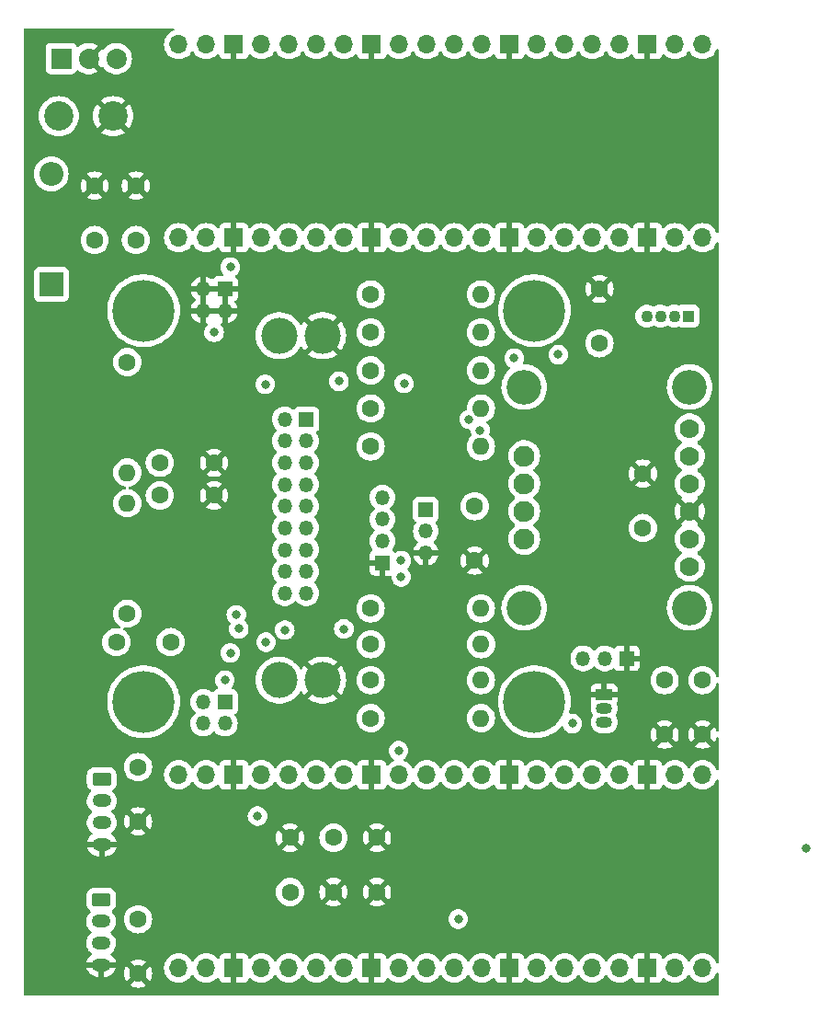
<source format=gbr>
%TF.GenerationSoftware,KiCad,Pcbnew,7.0.7*%
%TF.CreationDate,2024-02-01T11:26:11-05:00*%
%TF.ProjectId,ROSE-PILK_v1,524f5345-2d50-4494-9c4b-5f76312e6b69,rev?*%
%TF.SameCoordinates,Original*%
%TF.FileFunction,Copper,L3,Inr*%
%TF.FilePolarity,Positive*%
%FSLAX46Y46*%
G04 Gerber Fmt 4.6, Leading zero omitted, Abs format (unit mm)*
G04 Created by KiCad (PCBNEW 7.0.7) date 2024-02-01 11:26:11*
%MOMM*%
%LPD*%
G01*
G04 APERTURE LIST*
G04 Aperture macros list*
%AMRoundRect*
0 Rectangle with rounded corners*
0 $1 Rounding radius*
0 $2 $3 $4 $5 $6 $7 $8 $9 X,Y pos of 4 corners*
0 Add a 4 corners polygon primitive as box body*
4,1,4,$2,$3,$4,$5,$6,$7,$8,$9,$2,$3,0*
0 Add four circle primitives for the rounded corners*
1,1,$1+$1,$2,$3*
1,1,$1+$1,$4,$5*
1,1,$1+$1,$6,$7*
1,1,$1+$1,$8,$9*
0 Add four rect primitives between the rounded corners*
20,1,$1+$1,$2,$3,$4,$5,0*
20,1,$1+$1,$4,$5,$6,$7,0*
20,1,$1+$1,$6,$7,$8,$9,0*
20,1,$1+$1,$8,$9,$2,$3,0*%
G04 Aperture macros list end*
%TA.AperFunction,ComponentPad*%
%ADD10RoundRect,0.250000X-0.625000X0.350000X-0.625000X-0.350000X0.625000X-0.350000X0.625000X0.350000X0*%
%TD*%
%TA.AperFunction,ComponentPad*%
%ADD11O,1.750000X1.200000*%
%TD*%
%TA.AperFunction,ComponentPad*%
%ADD12R,1.350000X1.350000*%
%TD*%
%TA.AperFunction,ComponentPad*%
%ADD13O,1.350000X1.350000*%
%TD*%
%TA.AperFunction,ComponentPad*%
%ADD14C,1.600000*%
%TD*%
%TA.AperFunction,ComponentPad*%
%ADD15C,1.778000*%
%TD*%
%TA.AperFunction,ComponentPad*%
%ADD16C,1.930400*%
%TD*%
%TA.AperFunction,ComponentPad*%
%ADD17C,3.200000*%
%TD*%
%TA.AperFunction,ComponentPad*%
%ADD18R,1.860000X1.860000*%
%TD*%
%TA.AperFunction,ComponentPad*%
%ADD19C,1.860000*%
%TD*%
%TA.AperFunction,ComponentPad*%
%ADD20R,2.200000X2.200000*%
%TD*%
%TA.AperFunction,ComponentPad*%
%ADD21O,2.200000X2.200000*%
%TD*%
%TA.AperFunction,ComponentPad*%
%ADD22C,2.700000*%
%TD*%
%TA.AperFunction,ComponentPad*%
%ADD23C,3.320000*%
%TD*%
%TA.AperFunction,ComponentPad*%
%ADD24C,5.700000*%
%TD*%
%TA.AperFunction,ComponentPad*%
%ADD25O,1.600000X1.600000*%
%TD*%
%TA.AperFunction,ComponentPad*%
%ADD26O,1.700000X1.700000*%
%TD*%
%TA.AperFunction,ComponentPad*%
%ADD27R,1.700000X1.700000*%
%TD*%
%TA.AperFunction,ComponentPad*%
%ADD28R,1.100000X1.100000*%
%TD*%
%TA.AperFunction,ComponentPad*%
%ADD29C,1.100000*%
%TD*%
%TA.AperFunction,ComponentPad*%
%ADD30R,1.500000X1.050000*%
%TD*%
%TA.AperFunction,ComponentPad*%
%ADD31O,1.500000X1.050000*%
%TD*%
%TA.AperFunction,ViaPad*%
%ADD32C,0.800000*%
%TD*%
G04 APERTURE END LIST*
D10*
%TO.N,/QUADB1*%
%TO.C,J7*%
X155100000Y-136200000D03*
D11*
%TO.N,/QUADA1*%
X155100000Y-138200000D03*
%TO.N,/3V3*%
X155100000Y-140200000D03*
%TO.N,/GND*%
X155100000Y-142200000D03*
%TD*%
D12*
%TO.N,/5V*%
%TO.C,J13*%
X166500000Y-118000000D03*
D13*
X164500000Y-118000000D03*
X166500000Y-120000000D03*
X164500000Y-120000000D03*
%TD*%
D14*
%TO.N,/3V3*%
%TO.C,CAN2*%
X160500000Y-99000000D03*
%TO.N,/GND*%
X165500000Y-99000000D03*
%TD*%
%TO.N,/GND*%
%TO.C,JETSON1V8*%
X176500000Y-135500000D03*
%TO.N,Net-(J1-Pin_4)*%
X176500000Y-130500000D03*
%TD*%
D15*
%TO.N,/3V3*%
%TO.C,IMU*%
X209307500Y-105537500D03*
D16*
%TO.N,/INT*%
X194067501Y-102997500D03*
D15*
%TO.N,N/C*%
X209307501Y-102997500D03*
D16*
%TO.N,/ADR*%
X194067501Y-100457500D03*
D15*
%TO.N,/GND*%
X209307501Y-100457500D03*
D16*
%TO.N,/PS0*%
X194067501Y-97917500D03*
D15*
%TO.N,/IMU_SCL*%
X209307501Y-97917500D03*
D16*
%TO.N,/PS1*%
X194067501Y-95377500D03*
D15*
%TO.N,/IMU_SDA*%
X209307501Y-95377500D03*
%TO.N,/IMU_RST*%
X209307501Y-92837500D03*
D17*
%TO.N,N/C*%
X194067501Y-109347500D03*
X209307501Y-109347500D03*
X194067501Y-89027500D03*
X209307501Y-89027500D03*
%TD*%
D18*
%TO.N,Net-(Q1-IN)*%
%TO.C,Q1*%
X151420000Y-58800000D03*
D19*
%TO.N,/GND*%
X153960000Y-58800000D03*
%TO.N,Net-(D17-A)*%
X156500000Y-58800000D03*
%TD*%
D20*
%TO.N,/5V*%
%TO.C,D17*%
X150500000Y-79580000D03*
D21*
%TO.N,Net-(D17-A)*%
X150500000Y-69420000D03*
%TD*%
D22*
%TO.N,/GND*%
%TO.C,U4*%
X156200000Y-64100000D03*
%TO.N,Net-(Q1-IN)*%
X151200000Y-64100000D03*
%TD*%
D23*
%TO.N,Net-(U6-RUN)*%
%TO.C,SW2*%
X171500000Y-116000000D03*
%TO.N,/GND*%
X175500000Y-116000000D03*
%TD*%
D14*
%TO.N,/3V3*%
%TO.C,CAN1*%
X160500000Y-96000000D03*
%TO.N,/GND*%
X165500000Y-96000000D03*
%TD*%
D24*
%TO.N,N/C*%
%TO.C,REF\u002A\u002A*%
X159000000Y-118000000D03*
%TD*%
D14*
%TO.N,Net-(J4-Pin_2)*%
%TO.C,R33*%
X157500000Y-109880000D03*
D25*
%TO.N,Net-(J4-Pin_1)*%
X157500000Y-99720000D03*
%TD*%
D12*
%TO.N,/GND*%
%TO.C,J1*%
X181000000Y-105200000D03*
D13*
%TO.N,Net-(J1-Pin_2)*%
X181000000Y-103200000D03*
%TO.N,Net-(J1-Pin_3)*%
X181000000Y-101200000D03*
%TO.N,Net-(J1-Pin_4)*%
X181000000Y-99200000D03*
%TD*%
D14*
%TO.N,/3V3*%
%TO.C,IMUC13*%
X205000000Y-102000000D03*
%TO.N,/GND*%
X205000000Y-97000000D03*
%TD*%
D26*
%TO.N,/B0*%
%TO.C,U6*%
X210500000Y-124720000D03*
%TO.N,/DR16_TX*%
X207960000Y-124720000D03*
D27*
%TO.N,/GND*%
X205420000Y-124720000D03*
D26*
%TO.N,/B2*%
X202880000Y-124720000D03*
%TO.N,/B3*%
X200340000Y-124720000D03*
%TO.N,/B4*%
X197800000Y-124720000D03*
%TO.N,/B5*%
X195260000Y-124720000D03*
D27*
%TO.N,/GND*%
X192720000Y-124720000D03*
D26*
%TO.N,/CAN1_RX*%
X190180000Y-124720000D03*
%TO.N,/CAN1_TX*%
X187640000Y-124720000D03*
%TO.N,/CAN2_RX*%
X185100000Y-124720000D03*
%TO.N,/CAN2_TX*%
X182560000Y-124720000D03*
D27*
%TO.N,/GND*%
X180020000Y-124720000D03*
D26*
%TO.N,/B10*%
X177480000Y-124720000D03*
%TO.N,/B11*%
X174940000Y-124720000D03*
%TO.N,/P2P_2*%
X172400000Y-124720000D03*
%TO.N,/P2P_1*%
X169860000Y-124720000D03*
D27*
%TO.N,/GND*%
X167320000Y-124720000D03*
D26*
%TO.N,/B14*%
X164780000Y-124720000D03*
%TO.N,unconnected-(U6-GPIO15-Pad20)*%
X162240000Y-124720000D03*
%TO.N,unconnected-(U6-GPIO16-Pad21)*%
X162240000Y-142500000D03*
%TO.N,unconnected-(U6-GPIO17-Pad22)*%
X164780000Y-142500000D03*
D27*
%TO.N,/GND*%
X167320000Y-142500000D03*
D26*
%TO.N,unconnected-(U6-GPIO18-Pad24)*%
X169860000Y-142500000D03*
%TO.N,unconnected-(U6-GPIO19-Pad25)*%
X172400000Y-142500000D03*
%TO.N,/B20*%
X174940000Y-142500000D03*
%TO.N,/B21*%
X177480000Y-142500000D03*
D27*
%TO.N,/GND*%
X180020000Y-142500000D03*
D26*
%TO.N,/B22*%
X182560000Y-142500000D03*
%TO.N,Net-(U6-RUN)*%
X185100000Y-142500000D03*
%TO.N,/B26*%
X187640000Y-142500000D03*
%TO.N,/B27*%
X190180000Y-142500000D03*
D27*
%TO.N,/GND*%
X192720000Y-142500000D03*
D26*
%TO.N,/B28*%
X195260000Y-142500000D03*
%TO.N,unconnected-(U6-ADC_VREF-Pad35)*%
X197800000Y-142500000D03*
%TO.N,/3V3*%
X200340000Y-142500000D03*
%TO.N,unconnected-(U6-3V3_EN-Pad37)*%
X202880000Y-142500000D03*
D27*
%TO.N,/GND*%
X205420000Y-142500000D03*
D26*
%TO.N,/5V*%
X207960000Y-142500000D03*
%TO.N,unconnected-(U6-VBUS-Pad40)*%
X210500000Y-142500000D03*
%TD*%
D14*
%TO.N,Net-(D17-A)*%
%TO.C,C3*%
X158300000Y-75500000D03*
%TO.N,/GND*%
X158300000Y-70500000D03*
%TD*%
D26*
%TO.N,/A0*%
%TO.C,U1*%
X210500000Y-57500000D03*
%TO.N,/A1*%
X207960000Y-57500000D03*
D27*
%TO.N,/GND*%
X205420000Y-57500000D03*
D26*
%TO.N,/IMU_SDA*%
X202880000Y-57500000D03*
%TO.N,/IMU_SCL*%
X200340000Y-57500000D03*
%TO.N,/JETSON_rx*%
X197800000Y-57500000D03*
%TO.N,/JETSON_tx*%
X195260000Y-57500000D03*
D27*
%TO.N,/GND*%
X192720000Y-57500000D03*
D26*
%TO.N,/CAN1_RX*%
X190180000Y-57500000D03*
%TO.N,/CAN1_TX*%
X187640000Y-57500000D03*
%TO.N,/QUADA1*%
X185100000Y-57500000D03*
%TO.N,/QUADB1*%
X182560000Y-57500000D03*
D27*
%TO.N,/GND*%
X180020000Y-57500000D03*
D26*
%TO.N,/QUADA2*%
X177480000Y-57500000D03*
%TO.N,/QUADB2*%
X174940000Y-57500000D03*
%TO.N,/P2P_1*%
X172400000Y-57500000D03*
%TO.N,/P2P_2*%
X169860000Y-57500000D03*
D27*
%TO.N,/GND*%
X167320000Y-57500000D03*
D26*
%TO.N,/SERVO*%
X164780000Y-57500000D03*
%TO.N,unconnected-(U1-GPIO15-Pad20)*%
X162240000Y-57500000D03*
%TO.N,unconnected-(U1-GPIO16-Pad21)*%
X162240000Y-75280000D03*
%TO.N,unconnected-(U1-GPIO17-Pad22)*%
X164780000Y-75280000D03*
D27*
%TO.N,/GND*%
X167320000Y-75280000D03*
D26*
%TO.N,unconnected-(U1-GPIO18-Pad24)*%
X169860000Y-75280000D03*
%TO.N,unconnected-(U1-GPIO19-Pad25)*%
X172400000Y-75280000D03*
%TO.N,/LEDR*%
X174940000Y-75280000D03*
%TO.N,/LEDG*%
X177480000Y-75280000D03*
D27*
%TO.N,/GND*%
X180020000Y-75280000D03*
D26*
%TO.N,/LEDB*%
X182560000Y-75280000D03*
%TO.N,Net-(U1-RUN)*%
X185100000Y-75280000D03*
%TO.N,/A26*%
X187640000Y-75280000D03*
%TO.N,/A27*%
X190180000Y-75280000D03*
D27*
%TO.N,/GND*%
X192720000Y-75280000D03*
D26*
%TO.N,/IMU_RST*%
X195260000Y-75280000D03*
%TO.N,unconnected-(U1-ADC_VREF-Pad35)*%
X197800000Y-75280000D03*
%TO.N,/3V3*%
X200340000Y-75280000D03*
%TO.N,unconnected-(U1-3V3_EN-Pad37)*%
X202880000Y-75280000D03*
D27*
%TO.N,/GND*%
X205420000Y-75280000D03*
D26*
%TO.N,/5V*%
X207960000Y-75280000D03*
%TO.N,unconnected-(U1-VBUS-Pad40)*%
X210500000Y-75280000D03*
%TD*%
D14*
%TO.N,/5V*%
%TO.C,PICOU1*%
X201000000Y-85000000D03*
%TO.N,/GND*%
X201000000Y-80000000D03*
%TD*%
D28*
%TO.N,Net-(D16-Pad1)*%
%TO.C,D16*%
X209170000Y-82500000D03*
D29*
%TO.N,/GND*%
X207900000Y-82500000D03*
%TO.N,Net-(D16-Pad3)*%
X206630000Y-82500000D03*
%TO.N,Net-(D16-Pad4)*%
X205360000Y-82500000D03*
%TD*%
D14*
%TO.N,Net-(Q1-IN)*%
%TO.C,C2*%
X154500000Y-75500000D03*
%TO.N,/GND*%
X154500000Y-70500000D03*
%TD*%
%TO.N,/GPIO1-A*%
%TO.C,R5*%
X179920000Y-80500000D03*
D25*
%TO.N,/GPIO0-B*%
X190080000Y-80500000D03*
%TD*%
D14*
%TO.N,/3V3*%
%TO.C,QUAD2*%
X158500000Y-138000000D03*
%TO.N,/GND*%
X158500000Y-143000000D03*
%TD*%
%TO.N,Net-(J2-Pin_3)*%
%TO.C,R30*%
X179920000Y-94500000D03*
D25*
%TO.N,Net-(Q3-B)*%
X190080000Y-94500000D03*
%TD*%
D14*
%TO.N,/LEDG*%
%TO.C,R1*%
X179920000Y-109400000D03*
D25*
%TO.N,Net-(D16-Pad4)*%
X190080000Y-109400000D03*
%TD*%
D12*
%TO.N,/A0*%
%TO.C,J10*%
X174000000Y-92000000D03*
D13*
%TO.N,/A1*%
X172000000Y-92000000D03*
%TO.N,/A26*%
X174000000Y-94000000D03*
%TO.N,/A27*%
X172000000Y-94000000D03*
%TO.N,/B0*%
X174000000Y-96000000D03*
%TO.N,/B2*%
X172000000Y-96000000D03*
%TO.N,/B3*%
X174000000Y-98000000D03*
%TO.N,/B4*%
X172000000Y-98000000D03*
%TO.N,/B5*%
X174000000Y-100000000D03*
%TO.N,/B28*%
X172000000Y-100000000D03*
%TO.N,/B27*%
X174000000Y-102000000D03*
%TO.N,/B26*%
X172000000Y-102000000D03*
%TO.N,/B22*%
X174000000Y-104000000D03*
%TO.N,/B21*%
X172000000Y-104000000D03*
%TO.N,/B20*%
X174000000Y-106000000D03*
%TO.N,/B14*%
X172000000Y-106000000D03*
%TO.N,/B11*%
X174000000Y-108000000D03*
%TO.N,/B10*%
X172000000Y-108000000D03*
%TD*%
D14*
%TO.N,/3V3*%
%TO.C,JETSON3V3*%
X172500000Y-135500000D03*
%TO.N,/GND*%
X172500000Y-130500000D03*
%TD*%
%TO.N,/GND*%
%TO.C,JETSONGND1*%
X180500000Y-135500000D03*
X180500000Y-130500000D03*
%TD*%
%TO.N,/RP2040-Connect/GPIO0-A*%
%TO.C,R10*%
X179920000Y-91000000D03*
D25*
%TO.N,/RP2040-Connect/GPIO1-B*%
X190080000Y-91000000D03*
%TD*%
D12*
%TO.N,/GND*%
%TO.C,J2*%
X203500000Y-114000000D03*
D13*
%TO.N,/5V*%
X201500000Y-114000000D03*
%TO.N,Net-(J2-Pin_3)*%
X199500000Y-114000000D03*
%TD*%
D10*
%TO.N,/QUADB2*%
%TO.C,J11*%
X155150000Y-125100000D03*
D11*
%TO.N,/QUADA2*%
X155150000Y-127100000D03*
%TO.N,/3V3*%
X155150000Y-129100000D03*
%TO.N,/GND*%
X155150000Y-131100000D03*
%TD*%
D14*
%TO.N,/3V3*%
%TO.C,R31*%
X179920000Y-119500000D03*
D25*
%TO.N,/DR16_TX*%
X190080000Y-119500000D03*
%TD*%
D14*
%TO.N,/LEDB*%
%TO.C,R2*%
X179940000Y-112700000D03*
D25*
%TO.N,Net-(D16-Pad3)*%
X190100000Y-112700000D03*
%TD*%
D14*
%TO.N,/GND*%
%TO.C,SERVO1*%
X189500000Y-105000000D03*
%TO.N,/5V*%
X189500000Y-100000000D03*
%TD*%
D12*
%TO.N,/SERVO*%
%TO.C,J9*%
X185000000Y-100300000D03*
D13*
%TO.N,/5V*%
X185000000Y-102300000D03*
%TO.N,/GND*%
X185000000Y-104300000D03*
%TD*%
D24*
%TO.N,N/C*%
%TO.C,MountingHole3*%
X195000000Y-82000000D03*
%TD*%
%TO.N,N/C*%
%TO.C,MountingHole2*%
X195000000Y-118000000D03*
%TD*%
D30*
%TO.N,/GND*%
%TO.C,Q3*%
X201440000Y-117330000D03*
D31*
%TO.N,Net-(Q3-B)*%
X201440000Y-118600000D03*
%TO.N,/DR16_TX*%
X201440000Y-119870000D03*
%TD*%
D14*
%TO.N,/5V*%
%TO.C,PICOU6*%
X207000000Y-116000000D03*
%TO.N,/GND*%
X207000000Y-121000000D03*
%TD*%
D24*
%TO.N,N/C*%
%TO.C,MountingHole1*%
X159000000Y-82000000D03*
%TD*%
D14*
%TO.N,/RP2040-Connect/GPIO1-A*%
%TO.C,R20*%
X179920000Y-87500000D03*
D25*
%TO.N,/RP2040-Connect/GPIO0-B*%
X190080000Y-87500000D03*
%TD*%
D14*
%TO.N,Net-(J3-Pin_1)*%
%TO.C,R32*%
X157500000Y-86740000D03*
D25*
%TO.N,Net-(J3-Pin_2)*%
X157500000Y-96900000D03*
%TD*%
D23*
%TO.N,Net-(U1-RUN)*%
%TO.C,SW1*%
X171500000Y-84300000D03*
%TO.N,/GND*%
X175500000Y-84300000D03*
%TD*%
D14*
%TO.N,/LEDR*%
%TO.C,R3*%
X179920000Y-116000000D03*
D25*
%TO.N,Net-(D16-Pad1)*%
X190080000Y-116000000D03*
%TD*%
D12*
%TO.N,/GND*%
%TO.C,J12*%
X166500000Y-80000000D03*
D13*
X164500000Y-80000000D03*
X166500000Y-82000000D03*
X164500000Y-82000000D03*
%TD*%
D14*
%TO.N,/GPIO0-A*%
%TO.C,R4*%
X179920000Y-84000000D03*
D25*
%TO.N,/GPIO1-B*%
X190080000Y-84000000D03*
%TD*%
D14*
%TO.N,/GND*%
%TO.C,DR16*%
X210500000Y-121000000D03*
%TO.N,/5V*%
X210500000Y-116000000D03*
%TD*%
%TO.N,/5V*%
%TO.C,5VCAP1*%
X156500000Y-112500000D03*
X161500000Y-112500000D03*
%TD*%
%TO.N,/3V3*%
%TO.C,QUAD1*%
X158500000Y-124000000D03*
%TO.N,/GND*%
X158500000Y-129000000D03*
%TD*%
D32*
%TO.N,*%
X220000000Y-131500000D03*
%TO.N,/GND*%
X157500000Y-105500000D03*
X160000000Y-101500000D03*
%TO.N,Net-(J2-Pin_3)*%
X190000000Y-93000000D03*
%TO.N,/CAN1_RX*%
X165500000Y-84000000D03*
%TO.N,/CAN1_TX*%
X167000000Y-78000000D03*
%TO.N,/CAN2_RX*%
X167543449Y-109981150D03*
X182724500Y-106500000D03*
%TO.N,/CAN2_TX*%
X166500000Y-116000000D03*
%TO.N,/A26*%
X177000000Y-88500000D03*
%TO.N,/B27*%
X182724500Y-105000000D03*
X187987701Y-137987701D03*
%TO.N,Net-(D16-Pad4)*%
X193150000Y-86378000D03*
%TO.N,Net-(D16-Pad3)*%
X197200000Y-86050000D03*
%TO.N,Net-(D16-Pad1)*%
X188999500Y-92000000D03*
%TO.N,Net-(J1-Pin_3)*%
X167775500Y-111270000D03*
%TO.N,Net-(J1-Pin_4)*%
X169500000Y-128500000D03*
%TO.N,Net-(J1-Pin_2)*%
X167000000Y-113500000D03*
%TO.N,/SERVO*%
X183000000Y-88700500D03*
%TO.N,Net-(U6-RUN)*%
X182500000Y-122500000D03*
%TO.N,/B2*%
X177450500Y-111290078D03*
%TO.N,/B4*%
X170275500Y-112500000D03*
%TO.N,/B5*%
X198500000Y-120000000D03*
%TO.N,/B10*%
X172012299Y-111387701D03*
%TO.N,/P2P_2*%
X170224500Y-88775500D03*
%TD*%
%TA.AperFunction,Conductor*%
%TO.N,/GND*%
G36*
X166056463Y-81769685D02*
G01*
X166102218Y-81822489D01*
X166112162Y-81891647D01*
X166111897Y-81893397D01*
X166095014Y-81999996D01*
X166095014Y-82000003D01*
X166111897Y-82106603D01*
X166102942Y-82175896D01*
X166057946Y-82229348D01*
X165991194Y-82249987D01*
X165989424Y-82250000D01*
X165010576Y-82250000D01*
X164943537Y-82230315D01*
X164897782Y-82177511D01*
X164887838Y-82108353D01*
X164888103Y-82106603D01*
X164904986Y-82000003D01*
X164904986Y-81999996D01*
X164888103Y-81893397D01*
X164897058Y-81824104D01*
X164942054Y-81770652D01*
X165008806Y-81750013D01*
X165010576Y-81750000D01*
X165989424Y-81750000D01*
X166056463Y-81769685D01*
G37*
%TD.AperFunction*%
%TA.AperFunction,Conductor*%
G36*
X164393331Y-80388091D02*
G01*
X164425699Y-80393218D01*
X164468515Y-80400000D01*
X164468519Y-80400000D01*
X164531485Y-80400000D01*
X164574300Y-80393218D01*
X164606602Y-80388102D01*
X164675894Y-80397056D01*
X164729347Y-80442052D01*
X164749987Y-80508803D01*
X164750000Y-80510575D01*
X164750000Y-81489424D01*
X164730315Y-81556463D01*
X164677511Y-81602218D01*
X164608353Y-81612162D01*
X164606602Y-81611897D01*
X164531486Y-81600000D01*
X164531481Y-81600000D01*
X164468519Y-81600000D01*
X164468514Y-81600000D01*
X164393398Y-81611897D01*
X164324104Y-81602942D01*
X164270652Y-81557946D01*
X164250013Y-81491194D01*
X164250000Y-81489424D01*
X164250000Y-80510575D01*
X164269685Y-80443536D01*
X164322489Y-80397781D01*
X164391647Y-80387837D01*
X164393331Y-80388091D01*
G37*
%TD.AperFunction*%
%TA.AperFunction,Conductor*%
G36*
X166393331Y-80388091D02*
G01*
X166425699Y-80393218D01*
X166468515Y-80400000D01*
X166468519Y-80400000D01*
X166531485Y-80400000D01*
X166574300Y-80393218D01*
X166606602Y-80388102D01*
X166675894Y-80397056D01*
X166729347Y-80442052D01*
X166749987Y-80508803D01*
X166750000Y-80510575D01*
X166750000Y-81489424D01*
X166730315Y-81556463D01*
X166677511Y-81602218D01*
X166608353Y-81612162D01*
X166606602Y-81611897D01*
X166531486Y-81600000D01*
X166531481Y-81600000D01*
X166468519Y-81600000D01*
X166468514Y-81600000D01*
X166393398Y-81611897D01*
X166324104Y-81602942D01*
X166270652Y-81557946D01*
X166250013Y-81491194D01*
X166250000Y-81489424D01*
X166250000Y-80510575D01*
X166269685Y-80443536D01*
X166322489Y-80397781D01*
X166391647Y-80387837D01*
X166393331Y-80388091D01*
G37*
%TD.AperFunction*%
%TA.AperFunction,Conductor*%
G36*
X166056463Y-79769685D02*
G01*
X166102218Y-79822489D01*
X166112162Y-79891647D01*
X166111897Y-79893397D01*
X166095014Y-79999996D01*
X166095014Y-80000003D01*
X166111897Y-80106603D01*
X166102942Y-80175896D01*
X166057946Y-80229348D01*
X165991194Y-80249987D01*
X165989424Y-80250000D01*
X165010576Y-80250000D01*
X164943537Y-80230315D01*
X164897782Y-80177511D01*
X164887838Y-80108353D01*
X164888103Y-80106603D01*
X164904986Y-80000003D01*
X164904986Y-79999996D01*
X164888103Y-79893397D01*
X164897058Y-79824104D01*
X164942054Y-79770652D01*
X165008806Y-79750013D01*
X165010576Y-79750000D01*
X165989424Y-79750000D01*
X166056463Y-79769685D01*
G37*
%TD.AperFunction*%
%TA.AperFunction,Conductor*%
G36*
X161768915Y-56019685D02*
G01*
X161814670Y-56072489D01*
X161824614Y-56141647D01*
X161795589Y-56205203D01*
X161754281Y-56236382D01*
X161562171Y-56325964D01*
X161562169Y-56325965D01*
X161368597Y-56461505D01*
X161201505Y-56628597D01*
X161065965Y-56822169D01*
X161065964Y-56822171D01*
X160966098Y-57036335D01*
X160966094Y-57036344D01*
X160904938Y-57264586D01*
X160904936Y-57264596D01*
X160884341Y-57499999D01*
X160884341Y-57500000D01*
X160904936Y-57735403D01*
X160904938Y-57735413D01*
X160966094Y-57963655D01*
X160966096Y-57963659D01*
X160966097Y-57963663D01*
X161040119Y-58122403D01*
X161065965Y-58177830D01*
X161065967Y-58177834D01*
X161118159Y-58252371D01*
X161201505Y-58371401D01*
X161368599Y-58538495D01*
X161404653Y-58563740D01*
X161562165Y-58674032D01*
X161562167Y-58674033D01*
X161562170Y-58674035D01*
X161776337Y-58773903D01*
X162004592Y-58835063D01*
X162175319Y-58850000D01*
X162239999Y-58855659D01*
X162240000Y-58855659D01*
X162240001Y-58855659D01*
X162304681Y-58850000D01*
X162475408Y-58835063D01*
X162703663Y-58773903D01*
X162917830Y-58674035D01*
X163111401Y-58538495D01*
X163278495Y-58371401D01*
X163408424Y-58185842D01*
X163463002Y-58142217D01*
X163532500Y-58135023D01*
X163594855Y-58166546D01*
X163611575Y-58185842D01*
X163741500Y-58371395D01*
X163741505Y-58371401D01*
X163908599Y-58538495D01*
X163944653Y-58563740D01*
X164102165Y-58674032D01*
X164102167Y-58674033D01*
X164102170Y-58674035D01*
X164316337Y-58773903D01*
X164544592Y-58835063D01*
X164715319Y-58850000D01*
X164779999Y-58855659D01*
X164780000Y-58855659D01*
X164780001Y-58855659D01*
X164844681Y-58850000D01*
X165015408Y-58835063D01*
X165243663Y-58773903D01*
X165457830Y-58674035D01*
X165651401Y-58538495D01*
X165773717Y-58416178D01*
X165835036Y-58382696D01*
X165904728Y-58387680D01*
X165960662Y-58429551D01*
X165977577Y-58460528D01*
X166026646Y-58592088D01*
X166026649Y-58592093D01*
X166112809Y-58707187D01*
X166112812Y-58707190D01*
X166227906Y-58793350D01*
X166227913Y-58793354D01*
X166362620Y-58843596D01*
X166362627Y-58843598D01*
X166422155Y-58849999D01*
X166422172Y-58850000D01*
X167070000Y-58850000D01*
X167070000Y-58122403D01*
X167089685Y-58055364D01*
X167142489Y-58009609D01*
X167211646Y-57999665D01*
X167283527Y-58010000D01*
X167283530Y-58010000D01*
X167356470Y-58010000D01*
X167356473Y-58010000D01*
X167428353Y-57999665D01*
X167497512Y-58009609D01*
X167550316Y-58055364D01*
X167570000Y-58122403D01*
X167570000Y-58850000D01*
X168217828Y-58850000D01*
X168217844Y-58849999D01*
X168277372Y-58843598D01*
X168277379Y-58843596D01*
X168412086Y-58793354D01*
X168412093Y-58793350D01*
X168527187Y-58707190D01*
X168527190Y-58707187D01*
X168613350Y-58592093D01*
X168613354Y-58592086D01*
X168662422Y-58460529D01*
X168704293Y-58404595D01*
X168769757Y-58380178D01*
X168838030Y-58395030D01*
X168866285Y-58416181D01*
X168988599Y-58538495D01*
X169024653Y-58563740D01*
X169182165Y-58674032D01*
X169182167Y-58674033D01*
X169182170Y-58674035D01*
X169396337Y-58773903D01*
X169624592Y-58835063D01*
X169795319Y-58850000D01*
X169859999Y-58855659D01*
X169860000Y-58855659D01*
X169860001Y-58855659D01*
X169924681Y-58850000D01*
X170095408Y-58835063D01*
X170323663Y-58773903D01*
X170537830Y-58674035D01*
X170731401Y-58538495D01*
X170898495Y-58371401D01*
X171028424Y-58185842D01*
X171083002Y-58142217D01*
X171152500Y-58135023D01*
X171214855Y-58166546D01*
X171231575Y-58185842D01*
X171361500Y-58371395D01*
X171361505Y-58371401D01*
X171528599Y-58538495D01*
X171564653Y-58563740D01*
X171722165Y-58674032D01*
X171722167Y-58674033D01*
X171722170Y-58674035D01*
X171936337Y-58773903D01*
X172164592Y-58835063D01*
X172335319Y-58850000D01*
X172399999Y-58855659D01*
X172400000Y-58855659D01*
X172400001Y-58855659D01*
X172464681Y-58850000D01*
X172635408Y-58835063D01*
X172863663Y-58773903D01*
X173077830Y-58674035D01*
X173271401Y-58538495D01*
X173438495Y-58371401D01*
X173568424Y-58185842D01*
X173623002Y-58142217D01*
X173692500Y-58135023D01*
X173754855Y-58166546D01*
X173771575Y-58185842D01*
X173901500Y-58371395D01*
X173901505Y-58371401D01*
X174068599Y-58538495D01*
X174104653Y-58563740D01*
X174262165Y-58674032D01*
X174262167Y-58674033D01*
X174262170Y-58674035D01*
X174476337Y-58773903D01*
X174704592Y-58835063D01*
X174875319Y-58850000D01*
X174939999Y-58855659D01*
X174940000Y-58855659D01*
X174940001Y-58855659D01*
X175004681Y-58850000D01*
X175175408Y-58835063D01*
X175403663Y-58773903D01*
X175617830Y-58674035D01*
X175811401Y-58538495D01*
X175978495Y-58371401D01*
X176108424Y-58185842D01*
X176163002Y-58142217D01*
X176232500Y-58135023D01*
X176294855Y-58166546D01*
X176311575Y-58185842D01*
X176441500Y-58371395D01*
X176441505Y-58371401D01*
X176608599Y-58538495D01*
X176644653Y-58563740D01*
X176802165Y-58674032D01*
X176802167Y-58674033D01*
X176802170Y-58674035D01*
X177016337Y-58773903D01*
X177244592Y-58835063D01*
X177415319Y-58850000D01*
X177479999Y-58855659D01*
X177480000Y-58855659D01*
X177480001Y-58855659D01*
X177544681Y-58850000D01*
X177715408Y-58835063D01*
X177943663Y-58773903D01*
X178157830Y-58674035D01*
X178351401Y-58538495D01*
X178473717Y-58416178D01*
X178535036Y-58382696D01*
X178604728Y-58387680D01*
X178660662Y-58429551D01*
X178677577Y-58460528D01*
X178726646Y-58592088D01*
X178726649Y-58592093D01*
X178812809Y-58707187D01*
X178812812Y-58707190D01*
X178927906Y-58793350D01*
X178927913Y-58793354D01*
X179062620Y-58843596D01*
X179062627Y-58843598D01*
X179122155Y-58849999D01*
X179122172Y-58850000D01*
X179770000Y-58850000D01*
X179770000Y-58122403D01*
X179789685Y-58055364D01*
X179842489Y-58009609D01*
X179911646Y-57999665D01*
X179983527Y-58010000D01*
X179983530Y-58010000D01*
X180056470Y-58010000D01*
X180056473Y-58010000D01*
X180128353Y-57999665D01*
X180197512Y-58009609D01*
X180250316Y-58055364D01*
X180270000Y-58122403D01*
X180270000Y-58850000D01*
X180917828Y-58850000D01*
X180917844Y-58849999D01*
X180977372Y-58843598D01*
X180977379Y-58843596D01*
X181112086Y-58793354D01*
X181112093Y-58793350D01*
X181227187Y-58707190D01*
X181227190Y-58707187D01*
X181313350Y-58592093D01*
X181313354Y-58592086D01*
X181362422Y-58460529D01*
X181404293Y-58404595D01*
X181469757Y-58380178D01*
X181538030Y-58395030D01*
X181566285Y-58416181D01*
X181688599Y-58538495D01*
X181724653Y-58563740D01*
X181882165Y-58674032D01*
X181882167Y-58674033D01*
X181882170Y-58674035D01*
X182096337Y-58773903D01*
X182324592Y-58835063D01*
X182495319Y-58850000D01*
X182559999Y-58855659D01*
X182560000Y-58855659D01*
X182560001Y-58855659D01*
X182624681Y-58850000D01*
X182795408Y-58835063D01*
X183023663Y-58773903D01*
X183237830Y-58674035D01*
X183431401Y-58538495D01*
X183598495Y-58371401D01*
X183728424Y-58185842D01*
X183783002Y-58142217D01*
X183852500Y-58135023D01*
X183914855Y-58166546D01*
X183931575Y-58185842D01*
X184061500Y-58371395D01*
X184061505Y-58371401D01*
X184228599Y-58538495D01*
X184264653Y-58563740D01*
X184422165Y-58674032D01*
X184422167Y-58674033D01*
X184422170Y-58674035D01*
X184636337Y-58773903D01*
X184864592Y-58835063D01*
X185035319Y-58850000D01*
X185099999Y-58855659D01*
X185100000Y-58855659D01*
X185100001Y-58855659D01*
X185164681Y-58850000D01*
X185335408Y-58835063D01*
X185563663Y-58773903D01*
X185777830Y-58674035D01*
X185971401Y-58538495D01*
X186138495Y-58371401D01*
X186268424Y-58185842D01*
X186323002Y-58142217D01*
X186392500Y-58135023D01*
X186454855Y-58166546D01*
X186471575Y-58185842D01*
X186601500Y-58371395D01*
X186601505Y-58371401D01*
X186768599Y-58538495D01*
X186804653Y-58563740D01*
X186962165Y-58674032D01*
X186962167Y-58674033D01*
X186962170Y-58674035D01*
X187176337Y-58773903D01*
X187404592Y-58835063D01*
X187575319Y-58850000D01*
X187639999Y-58855659D01*
X187640000Y-58855659D01*
X187640001Y-58855659D01*
X187704681Y-58850000D01*
X187875408Y-58835063D01*
X188103663Y-58773903D01*
X188317830Y-58674035D01*
X188511401Y-58538495D01*
X188678495Y-58371401D01*
X188808424Y-58185842D01*
X188863002Y-58142217D01*
X188932500Y-58135023D01*
X188994855Y-58166546D01*
X189011575Y-58185842D01*
X189141500Y-58371395D01*
X189141505Y-58371401D01*
X189308599Y-58538495D01*
X189344653Y-58563740D01*
X189502165Y-58674032D01*
X189502167Y-58674033D01*
X189502170Y-58674035D01*
X189716337Y-58773903D01*
X189944592Y-58835063D01*
X190115319Y-58850000D01*
X190179999Y-58855659D01*
X190180000Y-58855659D01*
X190180001Y-58855659D01*
X190244681Y-58850000D01*
X190415408Y-58835063D01*
X190643663Y-58773903D01*
X190857830Y-58674035D01*
X191051401Y-58538495D01*
X191173717Y-58416178D01*
X191235036Y-58382696D01*
X191304728Y-58387680D01*
X191360662Y-58429551D01*
X191377577Y-58460528D01*
X191426646Y-58592088D01*
X191426649Y-58592093D01*
X191512809Y-58707187D01*
X191512812Y-58707190D01*
X191627906Y-58793350D01*
X191627913Y-58793354D01*
X191762620Y-58843596D01*
X191762627Y-58843598D01*
X191822155Y-58849999D01*
X191822172Y-58850000D01*
X192470000Y-58850000D01*
X192470000Y-58122403D01*
X192489685Y-58055364D01*
X192542489Y-58009609D01*
X192611646Y-57999665D01*
X192683527Y-58010000D01*
X192683530Y-58010000D01*
X192756470Y-58010000D01*
X192756473Y-58010000D01*
X192828353Y-57999665D01*
X192897512Y-58009609D01*
X192950316Y-58055364D01*
X192970000Y-58122403D01*
X192970000Y-58850000D01*
X193617828Y-58850000D01*
X193617844Y-58849999D01*
X193677372Y-58843598D01*
X193677379Y-58843596D01*
X193812086Y-58793354D01*
X193812093Y-58793350D01*
X193927187Y-58707190D01*
X193927190Y-58707187D01*
X194013350Y-58592093D01*
X194013354Y-58592086D01*
X194062422Y-58460529D01*
X194104293Y-58404595D01*
X194169757Y-58380178D01*
X194238030Y-58395030D01*
X194266284Y-58416181D01*
X194388599Y-58538495D01*
X194424653Y-58563740D01*
X194582165Y-58674032D01*
X194582167Y-58674033D01*
X194582170Y-58674035D01*
X194796337Y-58773903D01*
X195024592Y-58835063D01*
X195195319Y-58850000D01*
X195259999Y-58855659D01*
X195260000Y-58855659D01*
X195260001Y-58855659D01*
X195324681Y-58850000D01*
X195495408Y-58835063D01*
X195723663Y-58773903D01*
X195937830Y-58674035D01*
X196131401Y-58538495D01*
X196298495Y-58371401D01*
X196428424Y-58185842D01*
X196483002Y-58142217D01*
X196552500Y-58135023D01*
X196614855Y-58166546D01*
X196631575Y-58185842D01*
X196761500Y-58371395D01*
X196761505Y-58371401D01*
X196928599Y-58538495D01*
X196964653Y-58563740D01*
X197122165Y-58674032D01*
X197122167Y-58674033D01*
X197122170Y-58674035D01*
X197336337Y-58773903D01*
X197564592Y-58835063D01*
X197735319Y-58850000D01*
X197799999Y-58855659D01*
X197800000Y-58855659D01*
X197800001Y-58855659D01*
X197864681Y-58850000D01*
X198035408Y-58835063D01*
X198263663Y-58773903D01*
X198477830Y-58674035D01*
X198671401Y-58538495D01*
X198838495Y-58371401D01*
X198968424Y-58185842D01*
X199023002Y-58142217D01*
X199092500Y-58135023D01*
X199154855Y-58166546D01*
X199171575Y-58185842D01*
X199301500Y-58371395D01*
X199301505Y-58371401D01*
X199468599Y-58538495D01*
X199504653Y-58563740D01*
X199662165Y-58674032D01*
X199662167Y-58674033D01*
X199662170Y-58674035D01*
X199876337Y-58773903D01*
X200104592Y-58835063D01*
X200275319Y-58850000D01*
X200339999Y-58855659D01*
X200340000Y-58855659D01*
X200340001Y-58855659D01*
X200404681Y-58850000D01*
X200575408Y-58835063D01*
X200803663Y-58773903D01*
X201017830Y-58674035D01*
X201211401Y-58538495D01*
X201378495Y-58371401D01*
X201508424Y-58185842D01*
X201563002Y-58142217D01*
X201632500Y-58135023D01*
X201694855Y-58166546D01*
X201711575Y-58185842D01*
X201841500Y-58371395D01*
X201841505Y-58371401D01*
X202008599Y-58538495D01*
X202044653Y-58563740D01*
X202202165Y-58674032D01*
X202202167Y-58674033D01*
X202202170Y-58674035D01*
X202416337Y-58773903D01*
X202644592Y-58835063D01*
X202815319Y-58850000D01*
X202879999Y-58855659D01*
X202880000Y-58855659D01*
X202880001Y-58855659D01*
X202944681Y-58850000D01*
X203115408Y-58835063D01*
X203343663Y-58773903D01*
X203557830Y-58674035D01*
X203751401Y-58538495D01*
X203873717Y-58416178D01*
X203935036Y-58382696D01*
X204004728Y-58387680D01*
X204060662Y-58429551D01*
X204077577Y-58460528D01*
X204126646Y-58592088D01*
X204126649Y-58592093D01*
X204212809Y-58707187D01*
X204212812Y-58707190D01*
X204327906Y-58793350D01*
X204327913Y-58793354D01*
X204462620Y-58843596D01*
X204462627Y-58843598D01*
X204522155Y-58849999D01*
X204522172Y-58850000D01*
X205170000Y-58850000D01*
X205170000Y-58122403D01*
X205189685Y-58055364D01*
X205242489Y-58009609D01*
X205311646Y-57999665D01*
X205383527Y-58010000D01*
X205383530Y-58010000D01*
X205456470Y-58010000D01*
X205456473Y-58010000D01*
X205528353Y-57999665D01*
X205597512Y-58009609D01*
X205650316Y-58055364D01*
X205670000Y-58122403D01*
X205670000Y-58850000D01*
X206317828Y-58850000D01*
X206317844Y-58849999D01*
X206377372Y-58843598D01*
X206377379Y-58843596D01*
X206512086Y-58793354D01*
X206512093Y-58793350D01*
X206627187Y-58707190D01*
X206627190Y-58707187D01*
X206713350Y-58592093D01*
X206713354Y-58592086D01*
X206762422Y-58460529D01*
X206804293Y-58404595D01*
X206869757Y-58380178D01*
X206938030Y-58395030D01*
X206966285Y-58416181D01*
X207088599Y-58538495D01*
X207124653Y-58563740D01*
X207282165Y-58674032D01*
X207282167Y-58674033D01*
X207282170Y-58674035D01*
X207496337Y-58773903D01*
X207724592Y-58835063D01*
X207895319Y-58850000D01*
X207959999Y-58855659D01*
X207960000Y-58855659D01*
X207960001Y-58855659D01*
X208024681Y-58850000D01*
X208195408Y-58835063D01*
X208423663Y-58773903D01*
X208637830Y-58674035D01*
X208831401Y-58538495D01*
X208998495Y-58371401D01*
X209128424Y-58185842D01*
X209183002Y-58142217D01*
X209252500Y-58135023D01*
X209314855Y-58166546D01*
X209331575Y-58185842D01*
X209461500Y-58371395D01*
X209461505Y-58371401D01*
X209628599Y-58538495D01*
X209664653Y-58563740D01*
X209822165Y-58674032D01*
X209822167Y-58674033D01*
X209822170Y-58674035D01*
X210036337Y-58773903D01*
X210264592Y-58835063D01*
X210435319Y-58850000D01*
X210499999Y-58855659D01*
X210500000Y-58855659D01*
X210500001Y-58855659D01*
X210564681Y-58850000D01*
X210735408Y-58835063D01*
X210963663Y-58773903D01*
X211177830Y-58674035D01*
X211371401Y-58538495D01*
X211538495Y-58371401D01*
X211674035Y-58177830D01*
X211763619Y-57985716D01*
X211809790Y-57933279D01*
X211876984Y-57914127D01*
X211943865Y-57934343D01*
X211989199Y-57987508D01*
X212000000Y-58038123D01*
X212000000Y-74741876D01*
X211980315Y-74808915D01*
X211927511Y-74854670D01*
X211858353Y-74864614D01*
X211794797Y-74835589D01*
X211763618Y-74794281D01*
X211674035Y-74602171D01*
X211674034Y-74602169D01*
X211538494Y-74408597D01*
X211371402Y-74241506D01*
X211371395Y-74241501D01*
X211177834Y-74105967D01*
X211177830Y-74105965D01*
X211106727Y-74072809D01*
X210963663Y-74006097D01*
X210963659Y-74006096D01*
X210963655Y-74006094D01*
X210735413Y-73944938D01*
X210735403Y-73944936D01*
X210500001Y-73924341D01*
X210499999Y-73924341D01*
X210264596Y-73944936D01*
X210264586Y-73944938D01*
X210036344Y-74006094D01*
X210036335Y-74006098D01*
X209822171Y-74105964D01*
X209822169Y-74105965D01*
X209628597Y-74241505D01*
X209461505Y-74408597D01*
X209331575Y-74594158D01*
X209276998Y-74637783D01*
X209207500Y-74644977D01*
X209145145Y-74613454D01*
X209128425Y-74594158D01*
X208998494Y-74408597D01*
X208831402Y-74241506D01*
X208831395Y-74241501D01*
X208637834Y-74105967D01*
X208637830Y-74105965D01*
X208566727Y-74072809D01*
X208423663Y-74006097D01*
X208423659Y-74006096D01*
X208423655Y-74006094D01*
X208195413Y-73944938D01*
X208195403Y-73944936D01*
X207960001Y-73924341D01*
X207959999Y-73924341D01*
X207724596Y-73944936D01*
X207724586Y-73944938D01*
X207496344Y-74006094D01*
X207496335Y-74006098D01*
X207282171Y-74105964D01*
X207282169Y-74105965D01*
X207088600Y-74241503D01*
X206966284Y-74363819D01*
X206904961Y-74397303D01*
X206835269Y-74392319D01*
X206779336Y-74350447D01*
X206762421Y-74319470D01*
X206713354Y-74187913D01*
X206713350Y-74187906D01*
X206627190Y-74072812D01*
X206627187Y-74072809D01*
X206512093Y-73986649D01*
X206512086Y-73986645D01*
X206377379Y-73936403D01*
X206377372Y-73936401D01*
X206317844Y-73930000D01*
X205670000Y-73930000D01*
X205670000Y-74657596D01*
X205650315Y-74724635D01*
X205597511Y-74770390D01*
X205528355Y-74780334D01*
X205456476Y-74770000D01*
X205456473Y-74770000D01*
X205383527Y-74770000D01*
X205383523Y-74770000D01*
X205311645Y-74780334D01*
X205242487Y-74770390D01*
X205189684Y-74724634D01*
X205170000Y-74657596D01*
X205170000Y-73930000D01*
X204522155Y-73930000D01*
X204462627Y-73936401D01*
X204462620Y-73936403D01*
X204327913Y-73986645D01*
X204327906Y-73986649D01*
X204212812Y-74072809D01*
X204212809Y-74072812D01*
X204126649Y-74187906D01*
X204126645Y-74187913D01*
X204077578Y-74319470D01*
X204035707Y-74375404D01*
X203970242Y-74399821D01*
X203901969Y-74384969D01*
X203873715Y-74363819D01*
X203829366Y-74319470D01*
X203751401Y-74241505D01*
X203751397Y-74241502D01*
X203751396Y-74241501D01*
X203557834Y-74105967D01*
X203557830Y-74105965D01*
X203486727Y-74072809D01*
X203343663Y-74006097D01*
X203343659Y-74006096D01*
X203343655Y-74006094D01*
X203115413Y-73944938D01*
X203115403Y-73944936D01*
X202880001Y-73924341D01*
X202879999Y-73924341D01*
X202644596Y-73944936D01*
X202644586Y-73944938D01*
X202416344Y-74006094D01*
X202416335Y-74006098D01*
X202202171Y-74105964D01*
X202202169Y-74105965D01*
X202008597Y-74241505D01*
X201841505Y-74408597D01*
X201711575Y-74594158D01*
X201656998Y-74637783D01*
X201587500Y-74644977D01*
X201525145Y-74613454D01*
X201508425Y-74594158D01*
X201378494Y-74408597D01*
X201211402Y-74241506D01*
X201211395Y-74241501D01*
X201017834Y-74105967D01*
X201017830Y-74105965D01*
X200946727Y-74072809D01*
X200803663Y-74006097D01*
X200803659Y-74006096D01*
X200803655Y-74006094D01*
X200575413Y-73944938D01*
X200575403Y-73944936D01*
X200340001Y-73924341D01*
X200339999Y-73924341D01*
X200104596Y-73944936D01*
X200104586Y-73944938D01*
X199876344Y-74006094D01*
X199876335Y-74006098D01*
X199662171Y-74105964D01*
X199662169Y-74105965D01*
X199468597Y-74241505D01*
X199301505Y-74408597D01*
X199171575Y-74594158D01*
X199116998Y-74637783D01*
X199047500Y-74644977D01*
X198985145Y-74613454D01*
X198968425Y-74594158D01*
X198838494Y-74408597D01*
X198671402Y-74241506D01*
X198671395Y-74241501D01*
X198477834Y-74105967D01*
X198477830Y-74105965D01*
X198406727Y-74072809D01*
X198263663Y-74006097D01*
X198263659Y-74006096D01*
X198263655Y-74006094D01*
X198035413Y-73944938D01*
X198035403Y-73944936D01*
X197800001Y-73924341D01*
X197799999Y-73924341D01*
X197564596Y-73944936D01*
X197564586Y-73944938D01*
X197336344Y-74006094D01*
X197336335Y-74006098D01*
X197122171Y-74105964D01*
X197122169Y-74105965D01*
X196928597Y-74241505D01*
X196761508Y-74408594D01*
X196631574Y-74594159D01*
X196576997Y-74637784D01*
X196507498Y-74644976D01*
X196445144Y-74613454D01*
X196428424Y-74594158D01*
X196298494Y-74408597D01*
X196131402Y-74241506D01*
X196131395Y-74241501D01*
X195937834Y-74105967D01*
X195937830Y-74105965D01*
X195866727Y-74072809D01*
X195723663Y-74006097D01*
X195723659Y-74006096D01*
X195723655Y-74006094D01*
X195495413Y-73944938D01*
X195495403Y-73944936D01*
X195260001Y-73924341D01*
X195259999Y-73924341D01*
X195024596Y-73944936D01*
X195024586Y-73944938D01*
X194796344Y-74006094D01*
X194796335Y-74006098D01*
X194582171Y-74105964D01*
X194582169Y-74105965D01*
X194388600Y-74241503D01*
X194266284Y-74363819D01*
X194204961Y-74397303D01*
X194135269Y-74392319D01*
X194079336Y-74350447D01*
X194062421Y-74319470D01*
X194013354Y-74187913D01*
X194013350Y-74187906D01*
X193927190Y-74072812D01*
X193927187Y-74072809D01*
X193812093Y-73986649D01*
X193812086Y-73986645D01*
X193677379Y-73936403D01*
X193677372Y-73936401D01*
X193617844Y-73930000D01*
X192970000Y-73930000D01*
X192970000Y-74657596D01*
X192950315Y-74724635D01*
X192897511Y-74770390D01*
X192828355Y-74780334D01*
X192756476Y-74770000D01*
X192756473Y-74770000D01*
X192683527Y-74770000D01*
X192683523Y-74770000D01*
X192611645Y-74780334D01*
X192542487Y-74770390D01*
X192489684Y-74724634D01*
X192470000Y-74657596D01*
X192470000Y-73930000D01*
X191822155Y-73930000D01*
X191762627Y-73936401D01*
X191762620Y-73936403D01*
X191627913Y-73986645D01*
X191627906Y-73986649D01*
X191512812Y-74072809D01*
X191512809Y-74072812D01*
X191426649Y-74187906D01*
X191426645Y-74187913D01*
X191377578Y-74319470D01*
X191335707Y-74375404D01*
X191270242Y-74399821D01*
X191201969Y-74384969D01*
X191173715Y-74363819D01*
X191129366Y-74319470D01*
X191051401Y-74241505D01*
X191051397Y-74241502D01*
X191051396Y-74241501D01*
X190857834Y-74105967D01*
X190857830Y-74105965D01*
X190786727Y-74072809D01*
X190643663Y-74006097D01*
X190643659Y-74006096D01*
X190643655Y-74006094D01*
X190415413Y-73944938D01*
X190415403Y-73944936D01*
X190180001Y-73924341D01*
X190179999Y-73924341D01*
X189944596Y-73944936D01*
X189944586Y-73944938D01*
X189716344Y-74006094D01*
X189716335Y-74006098D01*
X189502171Y-74105964D01*
X189502169Y-74105965D01*
X189308597Y-74241505D01*
X189141505Y-74408597D01*
X189011575Y-74594158D01*
X188956998Y-74637783D01*
X188887500Y-74644977D01*
X188825145Y-74613454D01*
X188808425Y-74594158D01*
X188678494Y-74408597D01*
X188511402Y-74241506D01*
X188511395Y-74241501D01*
X188317834Y-74105967D01*
X188317830Y-74105965D01*
X188246727Y-74072809D01*
X188103663Y-74006097D01*
X188103659Y-74006096D01*
X188103655Y-74006094D01*
X187875413Y-73944938D01*
X187875403Y-73944936D01*
X187640001Y-73924341D01*
X187639999Y-73924341D01*
X187404596Y-73944936D01*
X187404586Y-73944938D01*
X187176344Y-74006094D01*
X187176335Y-74006098D01*
X186962171Y-74105964D01*
X186962169Y-74105965D01*
X186768597Y-74241505D01*
X186601505Y-74408597D01*
X186471575Y-74594158D01*
X186416998Y-74637783D01*
X186347500Y-74644977D01*
X186285145Y-74613454D01*
X186268425Y-74594158D01*
X186138494Y-74408597D01*
X185971402Y-74241506D01*
X185971395Y-74241501D01*
X185777834Y-74105967D01*
X185777830Y-74105965D01*
X185706727Y-74072809D01*
X185563663Y-74006097D01*
X185563659Y-74006096D01*
X185563655Y-74006094D01*
X185335413Y-73944938D01*
X185335403Y-73944936D01*
X185100001Y-73924341D01*
X185099999Y-73924341D01*
X184864596Y-73944936D01*
X184864586Y-73944938D01*
X184636344Y-74006094D01*
X184636335Y-74006098D01*
X184422171Y-74105964D01*
X184422169Y-74105965D01*
X184228597Y-74241505D01*
X184061505Y-74408597D01*
X183931575Y-74594158D01*
X183876998Y-74637783D01*
X183807500Y-74644977D01*
X183745145Y-74613454D01*
X183728425Y-74594158D01*
X183598494Y-74408597D01*
X183431402Y-74241506D01*
X183431395Y-74241501D01*
X183237834Y-74105967D01*
X183237830Y-74105965D01*
X183166727Y-74072809D01*
X183023663Y-74006097D01*
X183023659Y-74006096D01*
X183023655Y-74006094D01*
X182795413Y-73944938D01*
X182795403Y-73944936D01*
X182560001Y-73924341D01*
X182559999Y-73924341D01*
X182324596Y-73944936D01*
X182324586Y-73944938D01*
X182096344Y-74006094D01*
X182096335Y-74006098D01*
X181882171Y-74105964D01*
X181882169Y-74105965D01*
X181688600Y-74241503D01*
X181566284Y-74363819D01*
X181504961Y-74397303D01*
X181435269Y-74392319D01*
X181379336Y-74350447D01*
X181362421Y-74319470D01*
X181313354Y-74187913D01*
X181313350Y-74187906D01*
X181227190Y-74072812D01*
X181227187Y-74072809D01*
X181112093Y-73986649D01*
X181112086Y-73986645D01*
X180977379Y-73936403D01*
X180977372Y-73936401D01*
X180917844Y-73930000D01*
X180270000Y-73930000D01*
X180270000Y-74657596D01*
X180250315Y-74724635D01*
X180197511Y-74770390D01*
X180128355Y-74780334D01*
X180056476Y-74770000D01*
X180056473Y-74770000D01*
X179983527Y-74770000D01*
X179983523Y-74770000D01*
X179911645Y-74780334D01*
X179842487Y-74770390D01*
X179789684Y-74724634D01*
X179770000Y-74657596D01*
X179770000Y-73930000D01*
X179122155Y-73930000D01*
X179062627Y-73936401D01*
X179062620Y-73936403D01*
X178927913Y-73986645D01*
X178927906Y-73986649D01*
X178812812Y-74072809D01*
X178812809Y-74072812D01*
X178726649Y-74187906D01*
X178726645Y-74187913D01*
X178677578Y-74319470D01*
X178635707Y-74375404D01*
X178570242Y-74399821D01*
X178501969Y-74384969D01*
X178473715Y-74363819D01*
X178429366Y-74319470D01*
X178351401Y-74241505D01*
X178351397Y-74241502D01*
X178351396Y-74241501D01*
X178157834Y-74105967D01*
X178157830Y-74105965D01*
X178086727Y-74072809D01*
X177943663Y-74006097D01*
X177943659Y-74006096D01*
X177943655Y-74006094D01*
X177715413Y-73944938D01*
X177715403Y-73944936D01*
X177480001Y-73924341D01*
X177479999Y-73924341D01*
X177244596Y-73944936D01*
X177244586Y-73944938D01*
X177016344Y-74006094D01*
X177016335Y-74006098D01*
X176802171Y-74105964D01*
X176802169Y-74105965D01*
X176608597Y-74241505D01*
X176441505Y-74408597D01*
X176311575Y-74594158D01*
X176256998Y-74637783D01*
X176187500Y-74644977D01*
X176125145Y-74613454D01*
X176108425Y-74594158D01*
X175978494Y-74408597D01*
X175811402Y-74241506D01*
X175811395Y-74241501D01*
X175617834Y-74105967D01*
X175617830Y-74105965D01*
X175546727Y-74072809D01*
X175403663Y-74006097D01*
X175403659Y-74006096D01*
X175403655Y-74006094D01*
X175175413Y-73944938D01*
X175175403Y-73944936D01*
X174940001Y-73924341D01*
X174939999Y-73924341D01*
X174704596Y-73944936D01*
X174704586Y-73944938D01*
X174476344Y-74006094D01*
X174476335Y-74006098D01*
X174262171Y-74105964D01*
X174262169Y-74105965D01*
X174068597Y-74241505D01*
X173901505Y-74408597D01*
X173771575Y-74594158D01*
X173716998Y-74637783D01*
X173647500Y-74644977D01*
X173585145Y-74613454D01*
X173568425Y-74594158D01*
X173438494Y-74408597D01*
X173271402Y-74241506D01*
X173271395Y-74241501D01*
X173077834Y-74105967D01*
X173077830Y-74105965D01*
X173006727Y-74072809D01*
X172863663Y-74006097D01*
X172863659Y-74006096D01*
X172863655Y-74006094D01*
X172635413Y-73944938D01*
X172635403Y-73944936D01*
X172400001Y-73924341D01*
X172399999Y-73924341D01*
X172164596Y-73944936D01*
X172164586Y-73944938D01*
X171936344Y-74006094D01*
X171936335Y-74006098D01*
X171722171Y-74105964D01*
X171722169Y-74105965D01*
X171528597Y-74241505D01*
X171361505Y-74408597D01*
X171231575Y-74594158D01*
X171176998Y-74637783D01*
X171107500Y-74644977D01*
X171045145Y-74613454D01*
X171028425Y-74594158D01*
X170898494Y-74408597D01*
X170731402Y-74241506D01*
X170731395Y-74241501D01*
X170537834Y-74105967D01*
X170537830Y-74105965D01*
X170466727Y-74072809D01*
X170323663Y-74006097D01*
X170323659Y-74006096D01*
X170323655Y-74006094D01*
X170095413Y-73944938D01*
X170095403Y-73944936D01*
X169860001Y-73924341D01*
X169859999Y-73924341D01*
X169624596Y-73944936D01*
X169624586Y-73944938D01*
X169396344Y-74006094D01*
X169396335Y-74006098D01*
X169182171Y-74105964D01*
X169182169Y-74105965D01*
X168988600Y-74241503D01*
X168866284Y-74363819D01*
X168804961Y-74397303D01*
X168735269Y-74392319D01*
X168679336Y-74350447D01*
X168662421Y-74319470D01*
X168613354Y-74187913D01*
X168613350Y-74187906D01*
X168527190Y-74072812D01*
X168527187Y-74072809D01*
X168412093Y-73986649D01*
X168412086Y-73986645D01*
X168277379Y-73936403D01*
X168277372Y-73936401D01*
X168217844Y-73930000D01*
X167570000Y-73930000D01*
X167570000Y-74657596D01*
X167550315Y-74724635D01*
X167497511Y-74770390D01*
X167428355Y-74780334D01*
X167356476Y-74770000D01*
X167356473Y-74770000D01*
X167283527Y-74770000D01*
X167283523Y-74770000D01*
X167211645Y-74780334D01*
X167142487Y-74770390D01*
X167089684Y-74724634D01*
X167070000Y-74657596D01*
X167070000Y-73930000D01*
X166422155Y-73930000D01*
X166362627Y-73936401D01*
X166362620Y-73936403D01*
X166227913Y-73986645D01*
X166227906Y-73986649D01*
X166112812Y-74072809D01*
X166112809Y-74072812D01*
X166026649Y-74187906D01*
X166026645Y-74187913D01*
X165977578Y-74319470D01*
X165935707Y-74375404D01*
X165870242Y-74399821D01*
X165801969Y-74384969D01*
X165773715Y-74363819D01*
X165729366Y-74319470D01*
X165651401Y-74241505D01*
X165651397Y-74241502D01*
X165651396Y-74241501D01*
X165457834Y-74105967D01*
X165457830Y-74105965D01*
X165386727Y-74072809D01*
X165243663Y-74006097D01*
X165243659Y-74006096D01*
X165243655Y-74006094D01*
X165015413Y-73944938D01*
X165015403Y-73944936D01*
X164780001Y-73924341D01*
X164779999Y-73924341D01*
X164544596Y-73944936D01*
X164544586Y-73944938D01*
X164316344Y-74006094D01*
X164316335Y-74006098D01*
X164102171Y-74105964D01*
X164102169Y-74105965D01*
X163908597Y-74241505D01*
X163741505Y-74408597D01*
X163611575Y-74594158D01*
X163556998Y-74637783D01*
X163487500Y-74644977D01*
X163425145Y-74613454D01*
X163408425Y-74594158D01*
X163278494Y-74408597D01*
X163111402Y-74241506D01*
X163111395Y-74241501D01*
X162917834Y-74105967D01*
X162917830Y-74105965D01*
X162846727Y-74072809D01*
X162703663Y-74006097D01*
X162703659Y-74006096D01*
X162703655Y-74006094D01*
X162475413Y-73944938D01*
X162475403Y-73944936D01*
X162240001Y-73924341D01*
X162239999Y-73924341D01*
X162004596Y-73944936D01*
X162004586Y-73944938D01*
X161776344Y-74006094D01*
X161776335Y-74006098D01*
X161562171Y-74105964D01*
X161562169Y-74105965D01*
X161368597Y-74241505D01*
X161201505Y-74408597D01*
X161065965Y-74602169D01*
X161065964Y-74602171D01*
X160966098Y-74816335D01*
X160966094Y-74816344D01*
X160904938Y-75044586D01*
X160904936Y-75044596D01*
X160884341Y-75279999D01*
X160884341Y-75280000D01*
X160904936Y-75515403D01*
X160904938Y-75515413D01*
X160966094Y-75743655D01*
X160966096Y-75743659D01*
X160966097Y-75743663D01*
X161008858Y-75835364D01*
X161065965Y-75957830D01*
X161065967Y-75957834D01*
X161174281Y-76112521D01*
X161201505Y-76151401D01*
X161368599Y-76318495D01*
X161398082Y-76339139D01*
X161562165Y-76454032D01*
X161562167Y-76454033D01*
X161562170Y-76454035D01*
X161776337Y-76553903D01*
X162004592Y-76615063D01*
X162181811Y-76630568D01*
X162239999Y-76635659D01*
X162240000Y-76635659D01*
X162240001Y-76635659D01*
X162298189Y-76630568D01*
X162475408Y-76615063D01*
X162703663Y-76553903D01*
X162917830Y-76454035D01*
X163111401Y-76318495D01*
X163278495Y-76151401D01*
X163408424Y-75965842D01*
X163463002Y-75922217D01*
X163532500Y-75915023D01*
X163594855Y-75946546D01*
X163611575Y-75965842D01*
X163741500Y-76151395D01*
X163741505Y-76151401D01*
X163908599Y-76318495D01*
X163938082Y-76339139D01*
X164102165Y-76454032D01*
X164102167Y-76454033D01*
X164102170Y-76454035D01*
X164316337Y-76553903D01*
X164544592Y-76615063D01*
X164721811Y-76630568D01*
X164779999Y-76635659D01*
X164780000Y-76635659D01*
X164780001Y-76635659D01*
X164838189Y-76630568D01*
X165015408Y-76615063D01*
X165243663Y-76553903D01*
X165457830Y-76454035D01*
X165651401Y-76318495D01*
X165773717Y-76196178D01*
X165835036Y-76162696D01*
X165904728Y-76167680D01*
X165960662Y-76209551D01*
X165977577Y-76240528D01*
X166026646Y-76372088D01*
X166026649Y-76372093D01*
X166112809Y-76487187D01*
X166112812Y-76487190D01*
X166227906Y-76573350D01*
X166227913Y-76573354D01*
X166362620Y-76623596D01*
X166362627Y-76623598D01*
X166422155Y-76629999D01*
X166422172Y-76630000D01*
X167070000Y-76630000D01*
X167070000Y-75902403D01*
X167089685Y-75835364D01*
X167142489Y-75789609D01*
X167211646Y-75779665D01*
X167283527Y-75790000D01*
X167283530Y-75790000D01*
X167356470Y-75790000D01*
X167356473Y-75790000D01*
X167428353Y-75779665D01*
X167497512Y-75789609D01*
X167550316Y-75835364D01*
X167570000Y-75902403D01*
X167570000Y-76630000D01*
X168217828Y-76630000D01*
X168217844Y-76629999D01*
X168277372Y-76623598D01*
X168277379Y-76623596D01*
X168412086Y-76573354D01*
X168412093Y-76573350D01*
X168527187Y-76487190D01*
X168527190Y-76487187D01*
X168613350Y-76372093D01*
X168613354Y-76372086D01*
X168662422Y-76240529D01*
X168704293Y-76184595D01*
X168769757Y-76160178D01*
X168838030Y-76175030D01*
X168866285Y-76196181D01*
X168988599Y-76318495D01*
X169018082Y-76339139D01*
X169182165Y-76454032D01*
X169182167Y-76454033D01*
X169182170Y-76454035D01*
X169396337Y-76553903D01*
X169624592Y-76615063D01*
X169801811Y-76630568D01*
X169859999Y-76635659D01*
X169860000Y-76635659D01*
X169860001Y-76635659D01*
X169918189Y-76630568D01*
X170095408Y-76615063D01*
X170323663Y-76553903D01*
X170537830Y-76454035D01*
X170731401Y-76318495D01*
X170898495Y-76151401D01*
X171028424Y-75965842D01*
X171083002Y-75922217D01*
X171152500Y-75915023D01*
X171214855Y-75946546D01*
X171231575Y-75965842D01*
X171361500Y-76151395D01*
X171361505Y-76151401D01*
X171528599Y-76318495D01*
X171558082Y-76339139D01*
X171722165Y-76454032D01*
X171722167Y-76454033D01*
X171722170Y-76454035D01*
X171936337Y-76553903D01*
X172164592Y-76615063D01*
X172341811Y-76630568D01*
X172399999Y-76635659D01*
X172400000Y-76635659D01*
X172400001Y-76635659D01*
X172458189Y-76630568D01*
X172635408Y-76615063D01*
X172863663Y-76553903D01*
X173077830Y-76454035D01*
X173271401Y-76318495D01*
X173438495Y-76151401D01*
X173568424Y-75965842D01*
X173623002Y-75922217D01*
X173692500Y-75915023D01*
X173754855Y-75946546D01*
X173771575Y-75965842D01*
X173901500Y-76151395D01*
X173901505Y-76151401D01*
X174068599Y-76318495D01*
X174098082Y-76339139D01*
X174262165Y-76454032D01*
X174262167Y-76454033D01*
X174262170Y-76454035D01*
X174476337Y-76553903D01*
X174704592Y-76615063D01*
X174881811Y-76630568D01*
X174939999Y-76635659D01*
X174940000Y-76635659D01*
X174940001Y-76635659D01*
X174998189Y-76630568D01*
X175175408Y-76615063D01*
X175403663Y-76553903D01*
X175617830Y-76454035D01*
X175811401Y-76318495D01*
X175978495Y-76151401D01*
X176108424Y-75965842D01*
X176163002Y-75922217D01*
X176232500Y-75915023D01*
X176294855Y-75946546D01*
X176311575Y-75965842D01*
X176441500Y-76151395D01*
X176441505Y-76151401D01*
X176608599Y-76318495D01*
X176638082Y-76339139D01*
X176802165Y-76454032D01*
X176802167Y-76454033D01*
X176802170Y-76454035D01*
X177016337Y-76553903D01*
X177244592Y-76615063D01*
X177421811Y-76630568D01*
X177479999Y-76635659D01*
X177480000Y-76635659D01*
X177480001Y-76635659D01*
X177538189Y-76630568D01*
X177715408Y-76615063D01*
X177943663Y-76553903D01*
X178157830Y-76454035D01*
X178351401Y-76318495D01*
X178473717Y-76196178D01*
X178535036Y-76162696D01*
X178604728Y-76167680D01*
X178660662Y-76209551D01*
X178677577Y-76240528D01*
X178726646Y-76372088D01*
X178726649Y-76372093D01*
X178812809Y-76487187D01*
X178812812Y-76487190D01*
X178927906Y-76573350D01*
X178927913Y-76573354D01*
X179062620Y-76623596D01*
X179062627Y-76623598D01*
X179122155Y-76629999D01*
X179122172Y-76630000D01*
X179770000Y-76630000D01*
X179770000Y-75902403D01*
X179789685Y-75835364D01*
X179842489Y-75789609D01*
X179911646Y-75779665D01*
X179983527Y-75790000D01*
X179983530Y-75790000D01*
X180056470Y-75790000D01*
X180056473Y-75790000D01*
X180128353Y-75779665D01*
X180197512Y-75789609D01*
X180250316Y-75835364D01*
X180270000Y-75902403D01*
X180270000Y-76630000D01*
X180917828Y-76630000D01*
X180917844Y-76629999D01*
X180977372Y-76623598D01*
X180977379Y-76623596D01*
X181112086Y-76573354D01*
X181112093Y-76573350D01*
X181227187Y-76487190D01*
X181227190Y-76487187D01*
X181313350Y-76372093D01*
X181313354Y-76372086D01*
X181362422Y-76240529D01*
X181404293Y-76184595D01*
X181469757Y-76160178D01*
X181538030Y-76175030D01*
X181566285Y-76196181D01*
X181688599Y-76318495D01*
X181718082Y-76339139D01*
X181882165Y-76454032D01*
X181882167Y-76454033D01*
X181882170Y-76454035D01*
X182096337Y-76553903D01*
X182324592Y-76615063D01*
X182501811Y-76630568D01*
X182559999Y-76635659D01*
X182560000Y-76635659D01*
X182560001Y-76635659D01*
X182618189Y-76630568D01*
X182795408Y-76615063D01*
X183023663Y-76553903D01*
X183237830Y-76454035D01*
X183431401Y-76318495D01*
X183598495Y-76151401D01*
X183728424Y-75965842D01*
X183783002Y-75922217D01*
X183852500Y-75915023D01*
X183914855Y-75946546D01*
X183931575Y-75965842D01*
X184061500Y-76151395D01*
X184061505Y-76151401D01*
X184228599Y-76318495D01*
X184258082Y-76339139D01*
X184422165Y-76454032D01*
X184422167Y-76454033D01*
X184422170Y-76454035D01*
X184636337Y-76553903D01*
X184864592Y-76615063D01*
X185041811Y-76630568D01*
X185099999Y-76635659D01*
X185100000Y-76635659D01*
X185100001Y-76635659D01*
X185158189Y-76630568D01*
X185335408Y-76615063D01*
X185563663Y-76553903D01*
X185777830Y-76454035D01*
X185971401Y-76318495D01*
X186138495Y-76151401D01*
X186268424Y-75965842D01*
X186323002Y-75922217D01*
X186392500Y-75915023D01*
X186454855Y-75946546D01*
X186471575Y-75965842D01*
X186601500Y-76151395D01*
X186601505Y-76151401D01*
X186768599Y-76318495D01*
X186798082Y-76339139D01*
X186962165Y-76454032D01*
X186962167Y-76454033D01*
X186962170Y-76454035D01*
X187176337Y-76553903D01*
X187404592Y-76615063D01*
X187581811Y-76630568D01*
X187639999Y-76635659D01*
X187640000Y-76635659D01*
X187640001Y-76635659D01*
X187698189Y-76630568D01*
X187875408Y-76615063D01*
X188103663Y-76553903D01*
X188317830Y-76454035D01*
X188511401Y-76318495D01*
X188678495Y-76151401D01*
X188808424Y-75965842D01*
X188863002Y-75922217D01*
X188932500Y-75915023D01*
X188994855Y-75946546D01*
X189011575Y-75965842D01*
X189141500Y-76151395D01*
X189141505Y-76151401D01*
X189308599Y-76318495D01*
X189338082Y-76339139D01*
X189502165Y-76454032D01*
X189502167Y-76454033D01*
X189502170Y-76454035D01*
X189716337Y-76553903D01*
X189944592Y-76615063D01*
X190121811Y-76630568D01*
X190179999Y-76635659D01*
X190180000Y-76635659D01*
X190180001Y-76635659D01*
X190238189Y-76630568D01*
X190415408Y-76615063D01*
X190643663Y-76553903D01*
X190857830Y-76454035D01*
X191051401Y-76318495D01*
X191173717Y-76196178D01*
X191235036Y-76162696D01*
X191304728Y-76167680D01*
X191360662Y-76209551D01*
X191377577Y-76240528D01*
X191426646Y-76372088D01*
X191426649Y-76372093D01*
X191512809Y-76487187D01*
X191512812Y-76487190D01*
X191627906Y-76573350D01*
X191627913Y-76573354D01*
X191762620Y-76623596D01*
X191762627Y-76623598D01*
X191822155Y-76629999D01*
X191822172Y-76630000D01*
X192470000Y-76630000D01*
X192470000Y-75902403D01*
X192489685Y-75835364D01*
X192542489Y-75789609D01*
X192611646Y-75779665D01*
X192683527Y-75790000D01*
X192683530Y-75790000D01*
X192756470Y-75790000D01*
X192756473Y-75790000D01*
X192828353Y-75779665D01*
X192897512Y-75789609D01*
X192950316Y-75835364D01*
X192970000Y-75902403D01*
X192970000Y-76630000D01*
X193617828Y-76630000D01*
X193617844Y-76629999D01*
X193677372Y-76623598D01*
X193677379Y-76623596D01*
X193812086Y-76573354D01*
X193812093Y-76573350D01*
X193927187Y-76487190D01*
X193927190Y-76487187D01*
X194013350Y-76372093D01*
X194013354Y-76372086D01*
X194062422Y-76240529D01*
X194104293Y-76184595D01*
X194169757Y-76160178D01*
X194238030Y-76175030D01*
X194266285Y-76196181D01*
X194388599Y-76318495D01*
X194418082Y-76339139D01*
X194582165Y-76454032D01*
X194582167Y-76454033D01*
X194582170Y-76454035D01*
X194796337Y-76553903D01*
X195024592Y-76615063D01*
X195201811Y-76630568D01*
X195259999Y-76635659D01*
X195260000Y-76635659D01*
X195260001Y-76635659D01*
X195318189Y-76630568D01*
X195495408Y-76615063D01*
X195723663Y-76553903D01*
X195937830Y-76454035D01*
X196131401Y-76318495D01*
X196298495Y-76151401D01*
X196428424Y-75965842D01*
X196483002Y-75922217D01*
X196552500Y-75915023D01*
X196614855Y-75946546D01*
X196631575Y-75965842D01*
X196761500Y-76151395D01*
X196761505Y-76151401D01*
X196928599Y-76318495D01*
X196958082Y-76339139D01*
X197122165Y-76454032D01*
X197122167Y-76454033D01*
X197122170Y-76454035D01*
X197336337Y-76553903D01*
X197564592Y-76615063D01*
X197741811Y-76630568D01*
X197799999Y-76635659D01*
X197800000Y-76635659D01*
X197800001Y-76635659D01*
X197858189Y-76630568D01*
X198035408Y-76615063D01*
X198263663Y-76553903D01*
X198477830Y-76454035D01*
X198671401Y-76318495D01*
X198838495Y-76151401D01*
X198968424Y-75965842D01*
X199023002Y-75922217D01*
X199092500Y-75915023D01*
X199154855Y-75946546D01*
X199171575Y-75965842D01*
X199301500Y-76151395D01*
X199301505Y-76151401D01*
X199468599Y-76318495D01*
X199498082Y-76339139D01*
X199662165Y-76454032D01*
X199662167Y-76454033D01*
X199662170Y-76454035D01*
X199876337Y-76553903D01*
X200104592Y-76615063D01*
X200281811Y-76630568D01*
X200339999Y-76635659D01*
X200340000Y-76635659D01*
X200340001Y-76635659D01*
X200398189Y-76630568D01*
X200575408Y-76615063D01*
X200803663Y-76553903D01*
X201017830Y-76454035D01*
X201211401Y-76318495D01*
X201378495Y-76151401D01*
X201508424Y-75965842D01*
X201563002Y-75922217D01*
X201632500Y-75915023D01*
X201694855Y-75946546D01*
X201711575Y-75965842D01*
X201841500Y-76151395D01*
X201841505Y-76151401D01*
X202008599Y-76318495D01*
X202038082Y-76339139D01*
X202202165Y-76454032D01*
X202202167Y-76454033D01*
X202202170Y-76454035D01*
X202416337Y-76553903D01*
X202644592Y-76615063D01*
X202821811Y-76630568D01*
X202879999Y-76635659D01*
X202880000Y-76635659D01*
X202880001Y-76635659D01*
X202938189Y-76630568D01*
X203115408Y-76615063D01*
X203343663Y-76553903D01*
X203557830Y-76454035D01*
X203751401Y-76318495D01*
X203873717Y-76196178D01*
X203935036Y-76162696D01*
X204004728Y-76167680D01*
X204060662Y-76209551D01*
X204077577Y-76240528D01*
X204126646Y-76372088D01*
X204126649Y-76372093D01*
X204212809Y-76487187D01*
X204212812Y-76487190D01*
X204327906Y-76573350D01*
X204327913Y-76573354D01*
X204462620Y-76623596D01*
X204462627Y-76623598D01*
X204522155Y-76629999D01*
X204522172Y-76630000D01*
X205170000Y-76630000D01*
X205170000Y-75902403D01*
X205189685Y-75835364D01*
X205242489Y-75789609D01*
X205311646Y-75779665D01*
X205383527Y-75790000D01*
X205383530Y-75790000D01*
X205456470Y-75790000D01*
X205456473Y-75790000D01*
X205528353Y-75779665D01*
X205597512Y-75789609D01*
X205650316Y-75835364D01*
X205670000Y-75902403D01*
X205670000Y-76630000D01*
X206317828Y-76630000D01*
X206317844Y-76629999D01*
X206377372Y-76623598D01*
X206377379Y-76623596D01*
X206512086Y-76573354D01*
X206512093Y-76573350D01*
X206627187Y-76487190D01*
X206627190Y-76487187D01*
X206713350Y-76372093D01*
X206713354Y-76372086D01*
X206762422Y-76240529D01*
X206804293Y-76184595D01*
X206869757Y-76160178D01*
X206938030Y-76175030D01*
X206966284Y-76196181D01*
X207088599Y-76318495D01*
X207118082Y-76339139D01*
X207282165Y-76454032D01*
X207282167Y-76454033D01*
X207282170Y-76454035D01*
X207496337Y-76553903D01*
X207724592Y-76615063D01*
X207901811Y-76630568D01*
X207959999Y-76635659D01*
X207960000Y-76635659D01*
X207960001Y-76635659D01*
X208018189Y-76630568D01*
X208195408Y-76615063D01*
X208423663Y-76553903D01*
X208637830Y-76454035D01*
X208831401Y-76318495D01*
X208998495Y-76151401D01*
X209128424Y-75965842D01*
X209183002Y-75922217D01*
X209252500Y-75915023D01*
X209314855Y-75946546D01*
X209331575Y-75965842D01*
X209461500Y-76151395D01*
X209461505Y-76151401D01*
X209628599Y-76318495D01*
X209658082Y-76339139D01*
X209822165Y-76454032D01*
X209822167Y-76454033D01*
X209822170Y-76454035D01*
X210036337Y-76553903D01*
X210264592Y-76615063D01*
X210441811Y-76630568D01*
X210499999Y-76635659D01*
X210500000Y-76635659D01*
X210500001Y-76635659D01*
X210558189Y-76630568D01*
X210735408Y-76615063D01*
X210963663Y-76553903D01*
X211177830Y-76454035D01*
X211371401Y-76318495D01*
X211538495Y-76151401D01*
X211674035Y-75957830D01*
X211763619Y-75765716D01*
X211809790Y-75713279D01*
X211876984Y-75694127D01*
X211943865Y-75714343D01*
X211989199Y-75767508D01*
X212000000Y-75818123D01*
X212000000Y-115631454D01*
X211980315Y-115698493D01*
X211927511Y-115744248D01*
X211858353Y-115754192D01*
X211794797Y-115725167D01*
X211757023Y-115666389D01*
X211756225Y-115663547D01*
X211726741Y-115553511D01*
X211726738Y-115553502D01*
X211662499Y-115415742D01*
X211630568Y-115347266D01*
X211509947Y-115175000D01*
X211500045Y-115160858D01*
X211339141Y-114999954D01*
X211152734Y-114869432D01*
X211152732Y-114869431D01*
X210946497Y-114773261D01*
X210946488Y-114773258D01*
X210726697Y-114714366D01*
X210726693Y-114714365D01*
X210726692Y-114714365D01*
X210726691Y-114714364D01*
X210726686Y-114714364D01*
X210500002Y-114694532D01*
X210499998Y-114694532D01*
X210273313Y-114714364D01*
X210273302Y-114714366D01*
X210053511Y-114773258D01*
X210053502Y-114773261D01*
X209847267Y-114869431D01*
X209847265Y-114869432D01*
X209660858Y-114999954D01*
X209499954Y-115160858D01*
X209369432Y-115347265D01*
X209369431Y-115347267D01*
X209273261Y-115553502D01*
X209273258Y-115553511D01*
X209214366Y-115773302D01*
X209214364Y-115773313D01*
X209194532Y-115999998D01*
X209194532Y-116000001D01*
X209214364Y-116226686D01*
X209214366Y-116226697D01*
X209273258Y-116446488D01*
X209273261Y-116446497D01*
X209369431Y-116652732D01*
X209369432Y-116652734D01*
X209499954Y-116839141D01*
X209660858Y-117000045D01*
X209660861Y-117000047D01*
X209847266Y-117130568D01*
X210053504Y-117226739D01*
X210053509Y-117226740D01*
X210053511Y-117226741D01*
X210082248Y-117234441D01*
X210273308Y-117285635D01*
X210421556Y-117298605D01*
X210499998Y-117305468D01*
X210500000Y-117305468D01*
X210500002Y-117305468D01*
X210578444Y-117298605D01*
X210726692Y-117285635D01*
X210946496Y-117226739D01*
X211152734Y-117130568D01*
X211339139Y-117000047D01*
X211500047Y-116839139D01*
X211630568Y-116652734D01*
X211726739Y-116446496D01*
X211756225Y-116336451D01*
X211792590Y-116276791D01*
X211855437Y-116246262D01*
X211924812Y-116254556D01*
X211978690Y-116299042D01*
X211999965Y-116365594D01*
X212000000Y-116368545D01*
X212000000Y-120633385D01*
X211980315Y-120700424D01*
X211927511Y-120746179D01*
X211858353Y-120756123D01*
X211794797Y-120727098D01*
X211757023Y-120668320D01*
X211756225Y-120665479D01*
X211726268Y-120553679D01*
X211726265Y-120553673D01*
X211630133Y-120347516D01*
X211630131Y-120347512D01*
X211579026Y-120274526D01*
X211579025Y-120274526D01*
X211037419Y-120816132D01*
X210976096Y-120849617D01*
X210906404Y-120844633D01*
X210850471Y-120802761D01*
X210839256Y-120784751D01*
X210827641Y-120761955D01*
X210827637Y-120761951D01*
X210827636Y-120761949D01*
X210738050Y-120672363D01*
X210738044Y-120672358D01*
X210724542Y-120665479D01*
X210715250Y-120660744D01*
X210664456Y-120612773D01*
X210647660Y-120544952D01*
X210670197Y-120478817D01*
X210683865Y-120462580D01*
X211225472Y-119920973D01*
X211152483Y-119869866D01*
X211152481Y-119869865D01*
X210946326Y-119773734D01*
X210946317Y-119773730D01*
X210726610Y-119714860D01*
X210726599Y-119714858D01*
X210500002Y-119695034D01*
X210499998Y-119695034D01*
X210273400Y-119714858D01*
X210273389Y-119714860D01*
X210053682Y-119773730D01*
X210053673Y-119773734D01*
X209847513Y-119869868D01*
X209774526Y-119920973D01*
X210316133Y-120462580D01*
X210349618Y-120523903D01*
X210344634Y-120593595D01*
X210302762Y-120649528D01*
X210284748Y-120660745D01*
X210261956Y-120672358D01*
X210261949Y-120672363D01*
X210172363Y-120761949D01*
X210172358Y-120761956D01*
X210160745Y-120784748D01*
X210112770Y-120835544D01*
X210044949Y-120852338D01*
X209978814Y-120829800D01*
X209962580Y-120816133D01*
X209420973Y-120274526D01*
X209369868Y-120347513D01*
X209273734Y-120553673D01*
X209273730Y-120553682D01*
X209214860Y-120773389D01*
X209214858Y-120773400D01*
X209195034Y-120999997D01*
X209195034Y-121000002D01*
X209214858Y-121226599D01*
X209214860Y-121226610D01*
X209273730Y-121446317D01*
X209273734Y-121446326D01*
X209369865Y-121652481D01*
X209369866Y-121652483D01*
X209420973Y-121725471D01*
X209420973Y-121725472D01*
X209962580Y-121183865D01*
X210023903Y-121150380D01*
X210093594Y-121155364D01*
X210149528Y-121197235D01*
X210160742Y-121215246D01*
X210166527Y-121226599D01*
X210172358Y-121238044D01*
X210172363Y-121238050D01*
X210261949Y-121327636D01*
X210261951Y-121327637D01*
X210261955Y-121327641D01*
X210284747Y-121339254D01*
X210335542Y-121387228D01*
X210352337Y-121455049D01*
X210329799Y-121521184D01*
X210316132Y-121537419D01*
X209774526Y-122079025D01*
X209774526Y-122079026D01*
X209847512Y-122130131D01*
X209847516Y-122130133D01*
X210053673Y-122226265D01*
X210053682Y-122226269D01*
X210273389Y-122285139D01*
X210273400Y-122285141D01*
X210499998Y-122304966D01*
X210500002Y-122304966D01*
X210726599Y-122285141D01*
X210726610Y-122285139D01*
X210946317Y-122226269D01*
X210946331Y-122226264D01*
X211152478Y-122130136D01*
X211225472Y-122079025D01*
X210683866Y-121537419D01*
X210650381Y-121476096D01*
X210655365Y-121406404D01*
X210697237Y-121350471D01*
X210715245Y-121339258D01*
X210738045Y-121327641D01*
X210827641Y-121238045D01*
X210839254Y-121215252D01*
X210887225Y-121164458D01*
X210955046Y-121147661D01*
X211021181Y-121170197D01*
X211037419Y-121183866D01*
X211579025Y-121725472D01*
X211630136Y-121652478D01*
X211726264Y-121446331D01*
X211726269Y-121446317D01*
X211756225Y-121334521D01*
X211792590Y-121274860D01*
X211855437Y-121244331D01*
X211924812Y-121252626D01*
X211978690Y-121297111D01*
X211999965Y-121363663D01*
X212000000Y-121366614D01*
X212000000Y-124181876D01*
X211980315Y-124248915D01*
X211927511Y-124294670D01*
X211858353Y-124304614D01*
X211794797Y-124275589D01*
X211763618Y-124234281D01*
X211760081Y-124226697D01*
X211674035Y-124042171D01*
X211668425Y-124034158D01*
X211538494Y-123848597D01*
X211371402Y-123681506D01*
X211371395Y-123681501D01*
X211177834Y-123545967D01*
X211177830Y-123545965D01*
X211048570Y-123485690D01*
X210963663Y-123446097D01*
X210963659Y-123446096D01*
X210963655Y-123446094D01*
X210735413Y-123384938D01*
X210735403Y-123384936D01*
X210500001Y-123364341D01*
X210499999Y-123364341D01*
X210264596Y-123384936D01*
X210264586Y-123384938D01*
X210036344Y-123446094D01*
X210036335Y-123446098D01*
X209822171Y-123545964D01*
X209822169Y-123545965D01*
X209628597Y-123681505D01*
X209461505Y-123848597D01*
X209331575Y-124034158D01*
X209276998Y-124077783D01*
X209207500Y-124084977D01*
X209145145Y-124053454D01*
X209128425Y-124034158D01*
X208998494Y-123848597D01*
X208831402Y-123681506D01*
X208831395Y-123681501D01*
X208637834Y-123545967D01*
X208637830Y-123545965D01*
X208508570Y-123485690D01*
X208423663Y-123446097D01*
X208423659Y-123446096D01*
X208423655Y-123446094D01*
X208195413Y-123384938D01*
X208195403Y-123384936D01*
X207960001Y-123364341D01*
X207959999Y-123364341D01*
X207724596Y-123384936D01*
X207724586Y-123384938D01*
X207496344Y-123446094D01*
X207496335Y-123446098D01*
X207282171Y-123545964D01*
X207282169Y-123545965D01*
X207088600Y-123681503D01*
X206966284Y-123803819D01*
X206904961Y-123837303D01*
X206835269Y-123832319D01*
X206779336Y-123790447D01*
X206762421Y-123759470D01*
X206713354Y-123627913D01*
X206713350Y-123627906D01*
X206627190Y-123512812D01*
X206627187Y-123512809D01*
X206512093Y-123426649D01*
X206512086Y-123426645D01*
X206377379Y-123376403D01*
X206377372Y-123376401D01*
X206317844Y-123370000D01*
X205670000Y-123370000D01*
X205670000Y-124097596D01*
X205650315Y-124164635D01*
X205597511Y-124210390D01*
X205528355Y-124220334D01*
X205456476Y-124210000D01*
X205456473Y-124210000D01*
X205383527Y-124210000D01*
X205383523Y-124210000D01*
X205311645Y-124220334D01*
X205242487Y-124210390D01*
X205189684Y-124164634D01*
X205170000Y-124097596D01*
X205170000Y-123370000D01*
X204522155Y-123370000D01*
X204462627Y-123376401D01*
X204462620Y-123376403D01*
X204327913Y-123426645D01*
X204327906Y-123426649D01*
X204212812Y-123512809D01*
X204212809Y-123512812D01*
X204126649Y-123627906D01*
X204126645Y-123627913D01*
X204077578Y-123759470D01*
X204035707Y-123815404D01*
X203970242Y-123839821D01*
X203901969Y-123824969D01*
X203873715Y-123803819D01*
X203829366Y-123759470D01*
X203751401Y-123681505D01*
X203751397Y-123681502D01*
X203751396Y-123681501D01*
X203557834Y-123545967D01*
X203557830Y-123545965D01*
X203428570Y-123485690D01*
X203343663Y-123446097D01*
X203343659Y-123446096D01*
X203343655Y-123446094D01*
X203115413Y-123384938D01*
X203115403Y-123384936D01*
X202880001Y-123364341D01*
X202879999Y-123364341D01*
X202644596Y-123384936D01*
X202644586Y-123384938D01*
X202416344Y-123446094D01*
X202416335Y-123446098D01*
X202202171Y-123545964D01*
X202202169Y-123545965D01*
X202008597Y-123681505D01*
X201841505Y-123848597D01*
X201711575Y-124034158D01*
X201656998Y-124077783D01*
X201587500Y-124084977D01*
X201525145Y-124053454D01*
X201508425Y-124034158D01*
X201378494Y-123848597D01*
X201211402Y-123681506D01*
X201211395Y-123681501D01*
X201017834Y-123545967D01*
X201017830Y-123545965D01*
X200888570Y-123485690D01*
X200803663Y-123446097D01*
X200803659Y-123446096D01*
X200803655Y-123446094D01*
X200575413Y-123384938D01*
X200575403Y-123384936D01*
X200340001Y-123364341D01*
X200339999Y-123364341D01*
X200104596Y-123384936D01*
X200104586Y-123384938D01*
X199876344Y-123446094D01*
X199876335Y-123446098D01*
X199662171Y-123545964D01*
X199662169Y-123545965D01*
X199468597Y-123681505D01*
X199301505Y-123848597D01*
X199171575Y-124034158D01*
X199116998Y-124077783D01*
X199047500Y-124084977D01*
X198985145Y-124053454D01*
X198968425Y-124034158D01*
X198838494Y-123848597D01*
X198671402Y-123681506D01*
X198671395Y-123681501D01*
X198477834Y-123545967D01*
X198477830Y-123545965D01*
X198348570Y-123485690D01*
X198263663Y-123446097D01*
X198263659Y-123446096D01*
X198263655Y-123446094D01*
X198035413Y-123384938D01*
X198035403Y-123384936D01*
X197800001Y-123364341D01*
X197799999Y-123364341D01*
X197564596Y-123384936D01*
X197564586Y-123384938D01*
X197336344Y-123446094D01*
X197336335Y-123446098D01*
X197122171Y-123545964D01*
X197122169Y-123545965D01*
X196928597Y-123681505D01*
X196761508Y-123848594D01*
X196631574Y-124034159D01*
X196576997Y-124077784D01*
X196507498Y-124084976D01*
X196445144Y-124053454D01*
X196428424Y-124034158D01*
X196404156Y-123999500D01*
X196298495Y-123848599D01*
X196298494Y-123848597D01*
X196131402Y-123681506D01*
X196131395Y-123681501D01*
X195937834Y-123545967D01*
X195937830Y-123545965D01*
X195808570Y-123485690D01*
X195723663Y-123446097D01*
X195723659Y-123446096D01*
X195723655Y-123446094D01*
X195495413Y-123384938D01*
X195495403Y-123384936D01*
X195260001Y-123364341D01*
X195259999Y-123364341D01*
X195024596Y-123384936D01*
X195024586Y-123384938D01*
X194796344Y-123446094D01*
X194796335Y-123446098D01*
X194582171Y-123545964D01*
X194582169Y-123545965D01*
X194388600Y-123681503D01*
X194266284Y-123803819D01*
X194204961Y-123837303D01*
X194135269Y-123832319D01*
X194079336Y-123790447D01*
X194062421Y-123759470D01*
X194013354Y-123627913D01*
X194013350Y-123627906D01*
X193927190Y-123512812D01*
X193927187Y-123512809D01*
X193812093Y-123426649D01*
X193812086Y-123426645D01*
X193677379Y-123376403D01*
X193677372Y-123376401D01*
X193617844Y-123370000D01*
X192970000Y-123370000D01*
X192970000Y-124097596D01*
X192950315Y-124164635D01*
X192897511Y-124210390D01*
X192828355Y-124220334D01*
X192756476Y-124210000D01*
X192756473Y-124210000D01*
X192683527Y-124210000D01*
X192683523Y-124210000D01*
X192611645Y-124220334D01*
X192542487Y-124210390D01*
X192489684Y-124164634D01*
X192470000Y-124097596D01*
X192470000Y-123370000D01*
X191822155Y-123370000D01*
X191762627Y-123376401D01*
X191762620Y-123376403D01*
X191627913Y-123426645D01*
X191627906Y-123426649D01*
X191512812Y-123512809D01*
X191512809Y-123512812D01*
X191426649Y-123627906D01*
X191426645Y-123627913D01*
X191377578Y-123759470D01*
X191335707Y-123815404D01*
X191270242Y-123839821D01*
X191201969Y-123824969D01*
X191173715Y-123803819D01*
X191129366Y-123759470D01*
X191051401Y-123681505D01*
X191051397Y-123681502D01*
X191051396Y-123681501D01*
X190857834Y-123545967D01*
X190857830Y-123545965D01*
X190728570Y-123485690D01*
X190643663Y-123446097D01*
X190643659Y-123446096D01*
X190643655Y-123446094D01*
X190415413Y-123384938D01*
X190415403Y-123384936D01*
X190180001Y-123364341D01*
X190179999Y-123364341D01*
X189944596Y-123384936D01*
X189944586Y-123384938D01*
X189716344Y-123446094D01*
X189716335Y-123446098D01*
X189502171Y-123545964D01*
X189502169Y-123545965D01*
X189308597Y-123681505D01*
X189141505Y-123848597D01*
X189011575Y-124034158D01*
X188956998Y-124077783D01*
X188887500Y-124084977D01*
X188825145Y-124053454D01*
X188808425Y-124034158D01*
X188678494Y-123848597D01*
X188511402Y-123681506D01*
X188511395Y-123681501D01*
X188317834Y-123545967D01*
X188317830Y-123545965D01*
X188188570Y-123485690D01*
X188103663Y-123446097D01*
X188103659Y-123446096D01*
X188103655Y-123446094D01*
X187875413Y-123384938D01*
X187875403Y-123384936D01*
X187640001Y-123364341D01*
X187639999Y-123364341D01*
X187404596Y-123384936D01*
X187404586Y-123384938D01*
X187176344Y-123446094D01*
X187176335Y-123446098D01*
X186962171Y-123545964D01*
X186962169Y-123545965D01*
X186768597Y-123681505D01*
X186601505Y-123848597D01*
X186471575Y-124034158D01*
X186416998Y-124077783D01*
X186347500Y-124084977D01*
X186285145Y-124053454D01*
X186268425Y-124034158D01*
X186138494Y-123848597D01*
X185971402Y-123681506D01*
X185971395Y-123681501D01*
X185777834Y-123545967D01*
X185777830Y-123545965D01*
X185648570Y-123485690D01*
X185563663Y-123446097D01*
X185563659Y-123446096D01*
X185563655Y-123446094D01*
X185335413Y-123384938D01*
X185335403Y-123384936D01*
X185100001Y-123364341D01*
X185099999Y-123364341D01*
X184864596Y-123384936D01*
X184864586Y-123384938D01*
X184636344Y-123446094D01*
X184636335Y-123446098D01*
X184422171Y-123545964D01*
X184422169Y-123545965D01*
X184228597Y-123681505D01*
X184061505Y-123848597D01*
X183931575Y-124034158D01*
X183876998Y-124077783D01*
X183807500Y-124084977D01*
X183745145Y-124053454D01*
X183728425Y-124034158D01*
X183598494Y-123848597D01*
X183431402Y-123681506D01*
X183431395Y-123681501D01*
X183237834Y-123545967D01*
X183237830Y-123545965D01*
X183108570Y-123485690D01*
X183035480Y-123451607D01*
X182983042Y-123405436D01*
X182963890Y-123338242D01*
X182984106Y-123271361D01*
X183014995Y-123238912D01*
X183105871Y-123172888D01*
X183232533Y-123032216D01*
X183327179Y-122868284D01*
X183385674Y-122688256D01*
X183405460Y-122500000D01*
X183385674Y-122311744D01*
X183327179Y-122131716D01*
X183232533Y-121967784D01*
X183105871Y-121827112D01*
X183105870Y-121827111D01*
X182952734Y-121715851D01*
X182952729Y-121715848D01*
X182779807Y-121638857D01*
X182779802Y-121638855D01*
X182634000Y-121607865D01*
X182594646Y-121599500D01*
X182405354Y-121599500D01*
X182372897Y-121606398D01*
X182220197Y-121638855D01*
X182220192Y-121638857D01*
X182047270Y-121715848D01*
X182047265Y-121715851D01*
X181894129Y-121827111D01*
X181767466Y-121967785D01*
X181672821Y-122131715D01*
X181672818Y-122131722D01*
X181616528Y-122304966D01*
X181614326Y-122311744D01*
X181594540Y-122500000D01*
X181614326Y-122688256D01*
X181614327Y-122688259D01*
X181672818Y-122868277D01*
X181672821Y-122868284D01*
X181767467Y-123032216D01*
X181883297Y-123160858D01*
X181894129Y-123172888D01*
X182031908Y-123272990D01*
X182074574Y-123328320D01*
X182080553Y-123397933D01*
X182047948Y-123459728D01*
X182011429Y-123485690D01*
X181882168Y-123545966D01*
X181688600Y-123681503D01*
X181566284Y-123803819D01*
X181504961Y-123837303D01*
X181435269Y-123832319D01*
X181379336Y-123790447D01*
X181362421Y-123759470D01*
X181313354Y-123627913D01*
X181313350Y-123627906D01*
X181227190Y-123512812D01*
X181227187Y-123512809D01*
X181112093Y-123426649D01*
X181112086Y-123426645D01*
X180977379Y-123376403D01*
X180977372Y-123376401D01*
X180917844Y-123370000D01*
X180270000Y-123370000D01*
X180270000Y-124097596D01*
X180250315Y-124164635D01*
X180197511Y-124210390D01*
X180128355Y-124220334D01*
X180056476Y-124210000D01*
X180056473Y-124210000D01*
X179983527Y-124210000D01*
X179983523Y-124210000D01*
X179911645Y-124220334D01*
X179842487Y-124210390D01*
X179789684Y-124164634D01*
X179770000Y-124097596D01*
X179770000Y-123370000D01*
X179122155Y-123370000D01*
X179062627Y-123376401D01*
X179062620Y-123376403D01*
X178927913Y-123426645D01*
X178927906Y-123426649D01*
X178812812Y-123512809D01*
X178812809Y-123512812D01*
X178726649Y-123627906D01*
X178726645Y-123627913D01*
X178677578Y-123759470D01*
X178635707Y-123815404D01*
X178570242Y-123839821D01*
X178501969Y-123824969D01*
X178473715Y-123803819D01*
X178429366Y-123759470D01*
X178351401Y-123681505D01*
X178351397Y-123681502D01*
X178351396Y-123681501D01*
X178157834Y-123545967D01*
X178157830Y-123545965D01*
X178028570Y-123485690D01*
X177943663Y-123446097D01*
X177943659Y-123446096D01*
X177943655Y-123446094D01*
X177715413Y-123384938D01*
X177715403Y-123384936D01*
X177480001Y-123364341D01*
X177479999Y-123364341D01*
X177244596Y-123384936D01*
X177244586Y-123384938D01*
X177016344Y-123446094D01*
X177016335Y-123446098D01*
X176802171Y-123545964D01*
X176802169Y-123545965D01*
X176608597Y-123681505D01*
X176441505Y-123848597D01*
X176311575Y-124034158D01*
X176256998Y-124077783D01*
X176187500Y-124084977D01*
X176125145Y-124053454D01*
X176108425Y-124034158D01*
X175978494Y-123848597D01*
X175811402Y-123681506D01*
X175811395Y-123681501D01*
X175617834Y-123545967D01*
X175617830Y-123545965D01*
X175488570Y-123485690D01*
X175403663Y-123446097D01*
X175403659Y-123446096D01*
X175403655Y-123446094D01*
X175175413Y-123384938D01*
X175175403Y-123384936D01*
X174940001Y-123364341D01*
X174939999Y-123364341D01*
X174704596Y-123384936D01*
X174704586Y-123384938D01*
X174476344Y-123446094D01*
X174476335Y-123446098D01*
X174262171Y-123545964D01*
X174262169Y-123545965D01*
X174068597Y-123681505D01*
X173901505Y-123848597D01*
X173771575Y-124034158D01*
X173716998Y-124077783D01*
X173647500Y-124084977D01*
X173585145Y-124053454D01*
X173568425Y-124034158D01*
X173438494Y-123848597D01*
X173271402Y-123681506D01*
X173271395Y-123681501D01*
X173077834Y-123545967D01*
X173077830Y-123545965D01*
X172948570Y-123485690D01*
X172863663Y-123446097D01*
X172863659Y-123446096D01*
X172863655Y-123446094D01*
X172635413Y-123384938D01*
X172635403Y-123384936D01*
X172400001Y-123364341D01*
X172399999Y-123364341D01*
X172164596Y-123384936D01*
X172164586Y-123384938D01*
X171936344Y-123446094D01*
X171936335Y-123446098D01*
X171722171Y-123545964D01*
X171722169Y-123545965D01*
X171528597Y-123681505D01*
X171361505Y-123848597D01*
X171231575Y-124034158D01*
X171176998Y-124077783D01*
X171107500Y-124084977D01*
X171045145Y-124053454D01*
X171028425Y-124034158D01*
X170898494Y-123848597D01*
X170731402Y-123681506D01*
X170731395Y-123681501D01*
X170537834Y-123545967D01*
X170537830Y-123545965D01*
X170408570Y-123485690D01*
X170323663Y-123446097D01*
X170323659Y-123446096D01*
X170323655Y-123446094D01*
X170095413Y-123384938D01*
X170095403Y-123384936D01*
X169860001Y-123364341D01*
X169859999Y-123364341D01*
X169624596Y-123384936D01*
X169624586Y-123384938D01*
X169396344Y-123446094D01*
X169396335Y-123446098D01*
X169182171Y-123545964D01*
X169182169Y-123545965D01*
X168988600Y-123681503D01*
X168866284Y-123803819D01*
X168804961Y-123837303D01*
X168735269Y-123832319D01*
X168679336Y-123790447D01*
X168662421Y-123759470D01*
X168613354Y-123627913D01*
X168613350Y-123627906D01*
X168527190Y-123512812D01*
X168527187Y-123512809D01*
X168412093Y-123426649D01*
X168412086Y-123426645D01*
X168277379Y-123376403D01*
X168277372Y-123376401D01*
X168217844Y-123370000D01*
X167570000Y-123370000D01*
X167570000Y-124097596D01*
X167550315Y-124164635D01*
X167497511Y-124210390D01*
X167428355Y-124220334D01*
X167356476Y-124210000D01*
X167356473Y-124210000D01*
X167283527Y-124210000D01*
X167283523Y-124210000D01*
X167211645Y-124220334D01*
X167142487Y-124210390D01*
X167089684Y-124164634D01*
X167070000Y-124097596D01*
X167070000Y-123370000D01*
X166422155Y-123370000D01*
X166362627Y-123376401D01*
X166362620Y-123376403D01*
X166227913Y-123426645D01*
X166227906Y-123426649D01*
X166112812Y-123512809D01*
X166112809Y-123512812D01*
X166026649Y-123627906D01*
X166026645Y-123627913D01*
X165977578Y-123759470D01*
X165935707Y-123815404D01*
X165870242Y-123839821D01*
X165801969Y-123824969D01*
X165773715Y-123803819D01*
X165729366Y-123759470D01*
X165651401Y-123681505D01*
X165651397Y-123681502D01*
X165651396Y-123681501D01*
X165457834Y-123545967D01*
X165457830Y-123545965D01*
X165328570Y-123485690D01*
X165243663Y-123446097D01*
X165243659Y-123446096D01*
X165243655Y-123446094D01*
X165015413Y-123384938D01*
X165015403Y-123384936D01*
X164780001Y-123364341D01*
X164779999Y-123364341D01*
X164544596Y-123384936D01*
X164544586Y-123384938D01*
X164316344Y-123446094D01*
X164316335Y-123446098D01*
X164102171Y-123545964D01*
X164102169Y-123545965D01*
X163908597Y-123681505D01*
X163741505Y-123848597D01*
X163611575Y-124034158D01*
X163556998Y-124077783D01*
X163487500Y-124084977D01*
X163425145Y-124053454D01*
X163408425Y-124034158D01*
X163278494Y-123848597D01*
X163111402Y-123681506D01*
X163111395Y-123681501D01*
X162917834Y-123545967D01*
X162917830Y-123545965D01*
X162788570Y-123485690D01*
X162703663Y-123446097D01*
X162703659Y-123446096D01*
X162703655Y-123446094D01*
X162475413Y-123384938D01*
X162475403Y-123384936D01*
X162240001Y-123364341D01*
X162239999Y-123364341D01*
X162004596Y-123384936D01*
X162004586Y-123384938D01*
X161776344Y-123446094D01*
X161776335Y-123446098D01*
X161562171Y-123545964D01*
X161562169Y-123545965D01*
X161368597Y-123681505D01*
X161201505Y-123848597D01*
X161065965Y-124042169D01*
X161065964Y-124042171D01*
X160966098Y-124256335D01*
X160966094Y-124256344D01*
X160904938Y-124484586D01*
X160904936Y-124484596D01*
X160884341Y-124719999D01*
X160884341Y-124720000D01*
X160904936Y-124955403D01*
X160904938Y-124955413D01*
X160966094Y-125183655D01*
X160966096Y-125183659D01*
X160966097Y-125183663D01*
X161022896Y-125305468D01*
X161065965Y-125397830D01*
X161065967Y-125397834D01*
X161174281Y-125552521D01*
X161201505Y-125591401D01*
X161368599Y-125758495D01*
X161384079Y-125769334D01*
X161562165Y-125894032D01*
X161562167Y-125894033D01*
X161562170Y-125894035D01*
X161776337Y-125993903D01*
X162004592Y-126055063D01*
X162175319Y-126070000D01*
X162239999Y-126075659D01*
X162240000Y-126075659D01*
X162240001Y-126075659D01*
X162304681Y-126070000D01*
X162475408Y-126055063D01*
X162703663Y-125993903D01*
X162917830Y-125894035D01*
X163111401Y-125758495D01*
X163278495Y-125591401D01*
X163408424Y-125405842D01*
X163463002Y-125362217D01*
X163532500Y-125355023D01*
X163594855Y-125386546D01*
X163611575Y-125405842D01*
X163741500Y-125591395D01*
X163741505Y-125591401D01*
X163908599Y-125758495D01*
X163924079Y-125769334D01*
X164102165Y-125894032D01*
X164102167Y-125894033D01*
X164102170Y-125894035D01*
X164316337Y-125993903D01*
X164544592Y-126055063D01*
X164715319Y-126070000D01*
X164779999Y-126075659D01*
X164780000Y-126075659D01*
X164780001Y-126075659D01*
X164844681Y-126070000D01*
X165015408Y-126055063D01*
X165243663Y-125993903D01*
X165457830Y-125894035D01*
X165651401Y-125758495D01*
X165773717Y-125636178D01*
X165835036Y-125602696D01*
X165904728Y-125607680D01*
X165960662Y-125649551D01*
X165977577Y-125680528D01*
X166026646Y-125812088D01*
X166026649Y-125812093D01*
X166112809Y-125927187D01*
X166112812Y-125927190D01*
X166227906Y-126013350D01*
X166227913Y-126013354D01*
X166362620Y-126063596D01*
X166362627Y-126063598D01*
X166422155Y-126069999D01*
X166422172Y-126070000D01*
X167070000Y-126070000D01*
X167070000Y-125342403D01*
X167089685Y-125275364D01*
X167142489Y-125229609D01*
X167211646Y-125219665D01*
X167283527Y-125230000D01*
X167283530Y-125230000D01*
X167356470Y-125230000D01*
X167356473Y-125230000D01*
X167428353Y-125219665D01*
X167497512Y-125229609D01*
X167550316Y-125275364D01*
X167570000Y-125342403D01*
X167570000Y-126070000D01*
X168217828Y-126070000D01*
X168217844Y-126069999D01*
X168277372Y-126063598D01*
X168277379Y-126063596D01*
X168412086Y-126013354D01*
X168412093Y-126013350D01*
X168527187Y-125927190D01*
X168527190Y-125927187D01*
X168613350Y-125812093D01*
X168613354Y-125812086D01*
X168662422Y-125680529D01*
X168704293Y-125624595D01*
X168769757Y-125600178D01*
X168838030Y-125615030D01*
X168866285Y-125636181D01*
X168988599Y-125758495D01*
X169004079Y-125769334D01*
X169182165Y-125894032D01*
X169182167Y-125894033D01*
X169182170Y-125894035D01*
X169396337Y-125993903D01*
X169624592Y-126055063D01*
X169795319Y-126070000D01*
X169859999Y-126075659D01*
X169860000Y-126075659D01*
X169860001Y-126075659D01*
X169924681Y-126070000D01*
X170095408Y-126055063D01*
X170323663Y-125993903D01*
X170537830Y-125894035D01*
X170731401Y-125758495D01*
X170898495Y-125591401D01*
X171028424Y-125405842D01*
X171083002Y-125362217D01*
X171152500Y-125355023D01*
X171214855Y-125386546D01*
X171231575Y-125405842D01*
X171361500Y-125591395D01*
X171361505Y-125591401D01*
X171528599Y-125758495D01*
X171544079Y-125769334D01*
X171722165Y-125894032D01*
X171722167Y-125894033D01*
X171722170Y-125894035D01*
X171936337Y-125993903D01*
X172164592Y-126055063D01*
X172335319Y-126070000D01*
X172399999Y-126075659D01*
X172400000Y-126075659D01*
X172400001Y-126075659D01*
X172464681Y-126070000D01*
X172635408Y-126055063D01*
X172863663Y-125993903D01*
X173077830Y-125894035D01*
X173271401Y-125758495D01*
X173438495Y-125591401D01*
X173568424Y-125405842D01*
X173623002Y-125362217D01*
X173692500Y-125355023D01*
X173754855Y-125386546D01*
X173771575Y-125405842D01*
X173901500Y-125591395D01*
X173901505Y-125591401D01*
X174068599Y-125758495D01*
X174084079Y-125769334D01*
X174262165Y-125894032D01*
X174262167Y-125894033D01*
X174262170Y-125894035D01*
X174476337Y-125993903D01*
X174704592Y-126055063D01*
X174875319Y-126070000D01*
X174939999Y-126075659D01*
X174940000Y-126075659D01*
X174940001Y-126075659D01*
X175004681Y-126070000D01*
X175175408Y-126055063D01*
X175403663Y-125993903D01*
X175617830Y-125894035D01*
X175811401Y-125758495D01*
X175978495Y-125591401D01*
X176108424Y-125405842D01*
X176163002Y-125362217D01*
X176232500Y-125355023D01*
X176294855Y-125386546D01*
X176311575Y-125405842D01*
X176441500Y-125591395D01*
X176441505Y-125591401D01*
X176608599Y-125758495D01*
X176624079Y-125769334D01*
X176802165Y-125894032D01*
X176802167Y-125894033D01*
X176802170Y-125894035D01*
X177016337Y-125993903D01*
X177244592Y-126055063D01*
X177415319Y-126070000D01*
X177479999Y-126075659D01*
X177480000Y-126075659D01*
X177480001Y-126075659D01*
X177544681Y-126070000D01*
X177715408Y-126055063D01*
X177943663Y-125993903D01*
X178157830Y-125894035D01*
X178351401Y-125758495D01*
X178473717Y-125636178D01*
X178535036Y-125602696D01*
X178604728Y-125607680D01*
X178660662Y-125649551D01*
X178677577Y-125680528D01*
X178726646Y-125812088D01*
X178726649Y-125812093D01*
X178812809Y-125927187D01*
X178812812Y-125927190D01*
X178927906Y-126013350D01*
X178927913Y-126013354D01*
X179062620Y-126063596D01*
X179062627Y-126063598D01*
X179122155Y-126069999D01*
X179122172Y-126070000D01*
X179770000Y-126070000D01*
X179770000Y-125342403D01*
X179789685Y-125275364D01*
X179842489Y-125229609D01*
X179911646Y-125219665D01*
X179983527Y-125230000D01*
X179983530Y-125230000D01*
X180056470Y-125230000D01*
X180056473Y-125230000D01*
X180128353Y-125219665D01*
X180197512Y-125229609D01*
X180250316Y-125275364D01*
X180270000Y-125342403D01*
X180270000Y-126070000D01*
X180917828Y-126070000D01*
X180917844Y-126069999D01*
X180977372Y-126063598D01*
X180977379Y-126063596D01*
X181112086Y-126013354D01*
X181112093Y-126013350D01*
X181227187Y-125927190D01*
X181227190Y-125927187D01*
X181313350Y-125812093D01*
X181313354Y-125812086D01*
X181362422Y-125680529D01*
X181404293Y-125624595D01*
X181469757Y-125600178D01*
X181538030Y-125615030D01*
X181566285Y-125636181D01*
X181688599Y-125758495D01*
X181704079Y-125769334D01*
X181882165Y-125894032D01*
X181882167Y-125894033D01*
X181882170Y-125894035D01*
X182096337Y-125993903D01*
X182324592Y-126055063D01*
X182495319Y-126070000D01*
X182559999Y-126075659D01*
X182560000Y-126075659D01*
X182560001Y-126075659D01*
X182624681Y-126070000D01*
X182795408Y-126055063D01*
X183023663Y-125993903D01*
X183237830Y-125894035D01*
X183431401Y-125758495D01*
X183598495Y-125591401D01*
X183728424Y-125405842D01*
X183783002Y-125362217D01*
X183852500Y-125355023D01*
X183914855Y-125386546D01*
X183931575Y-125405842D01*
X184061500Y-125591395D01*
X184061505Y-125591401D01*
X184228599Y-125758495D01*
X184244079Y-125769334D01*
X184422165Y-125894032D01*
X184422167Y-125894033D01*
X184422170Y-125894035D01*
X184636337Y-125993903D01*
X184864592Y-126055063D01*
X185035319Y-126070000D01*
X185099999Y-126075659D01*
X185100000Y-126075659D01*
X185100001Y-126075659D01*
X185164681Y-126070000D01*
X185335408Y-126055063D01*
X185563663Y-125993903D01*
X185777830Y-125894035D01*
X185971401Y-125758495D01*
X186138495Y-125591401D01*
X186268424Y-125405842D01*
X186323002Y-125362217D01*
X186392500Y-125355023D01*
X186454855Y-125386546D01*
X186471575Y-125405842D01*
X186601500Y-125591395D01*
X186601505Y-125591401D01*
X186768599Y-125758495D01*
X186784079Y-125769334D01*
X186962165Y-125894032D01*
X186962167Y-125894033D01*
X186962170Y-125894035D01*
X187176337Y-125993903D01*
X187404592Y-126055063D01*
X187575319Y-126070000D01*
X187639999Y-126075659D01*
X187640000Y-126075659D01*
X187640001Y-126075659D01*
X187704681Y-126070000D01*
X187875408Y-126055063D01*
X188103663Y-125993903D01*
X188317830Y-125894035D01*
X188511401Y-125758495D01*
X188678495Y-125591401D01*
X188808424Y-125405842D01*
X188863002Y-125362217D01*
X188932500Y-125355023D01*
X188994855Y-125386546D01*
X189011575Y-125405842D01*
X189141500Y-125591395D01*
X189141505Y-125591401D01*
X189308599Y-125758495D01*
X189324079Y-125769334D01*
X189502165Y-125894032D01*
X189502167Y-125894033D01*
X189502170Y-125894035D01*
X189716337Y-125993903D01*
X189944592Y-126055063D01*
X190115319Y-126070000D01*
X190179999Y-126075659D01*
X190180000Y-126075659D01*
X190180001Y-126075659D01*
X190244681Y-126070000D01*
X190415408Y-126055063D01*
X190643663Y-125993903D01*
X190857830Y-125894035D01*
X191051401Y-125758495D01*
X191173717Y-125636178D01*
X191235036Y-125602696D01*
X191304728Y-125607680D01*
X191360662Y-125649551D01*
X191377577Y-125680528D01*
X191426646Y-125812088D01*
X191426649Y-125812093D01*
X191512809Y-125927187D01*
X191512812Y-125927190D01*
X191627906Y-126013350D01*
X191627913Y-126013354D01*
X191762620Y-126063596D01*
X191762627Y-126063598D01*
X191822155Y-126069999D01*
X191822172Y-126070000D01*
X192470000Y-126070000D01*
X192470000Y-125342403D01*
X192489685Y-125275364D01*
X192542489Y-125229609D01*
X192611646Y-125219665D01*
X192683527Y-125230000D01*
X192683530Y-125230000D01*
X192756470Y-125230000D01*
X192756473Y-125230000D01*
X192828353Y-125219665D01*
X192897512Y-125229609D01*
X192950316Y-125275364D01*
X192970000Y-125342403D01*
X192970000Y-126070000D01*
X193617828Y-126070000D01*
X193617844Y-126069999D01*
X193677372Y-126063598D01*
X193677379Y-126063596D01*
X193812086Y-126013354D01*
X193812093Y-126013350D01*
X193927187Y-125927190D01*
X193927190Y-125927187D01*
X194013350Y-125812093D01*
X194013354Y-125812086D01*
X194062422Y-125680529D01*
X194104293Y-125624595D01*
X194169757Y-125600178D01*
X194238030Y-125615030D01*
X194266285Y-125636181D01*
X194388599Y-125758495D01*
X194404079Y-125769334D01*
X194582165Y-125894032D01*
X194582167Y-125894033D01*
X194582170Y-125894035D01*
X194796337Y-125993903D01*
X195024592Y-126055063D01*
X195195319Y-126070000D01*
X195259999Y-126075659D01*
X195260000Y-126075659D01*
X195260001Y-126075659D01*
X195324681Y-126070000D01*
X195495408Y-126055063D01*
X195723663Y-125993903D01*
X195937830Y-125894035D01*
X196131401Y-125758495D01*
X196298495Y-125591401D01*
X196428424Y-125405842D01*
X196483002Y-125362217D01*
X196552500Y-125355023D01*
X196614855Y-125386546D01*
X196631575Y-125405842D01*
X196761500Y-125591395D01*
X196761505Y-125591401D01*
X196928599Y-125758495D01*
X196944079Y-125769334D01*
X197122165Y-125894032D01*
X197122167Y-125894033D01*
X197122170Y-125894035D01*
X197336337Y-125993903D01*
X197564592Y-126055063D01*
X197735319Y-126070000D01*
X197799999Y-126075659D01*
X197800000Y-126075659D01*
X197800001Y-126075659D01*
X197864681Y-126070000D01*
X198035408Y-126055063D01*
X198263663Y-125993903D01*
X198477830Y-125894035D01*
X198671401Y-125758495D01*
X198838495Y-125591401D01*
X198968424Y-125405842D01*
X199023002Y-125362217D01*
X199092500Y-125355023D01*
X199154855Y-125386546D01*
X199171575Y-125405842D01*
X199301500Y-125591395D01*
X199301505Y-125591401D01*
X199468599Y-125758495D01*
X199484079Y-125769334D01*
X199662165Y-125894032D01*
X199662167Y-125894033D01*
X199662170Y-125894035D01*
X199876337Y-125993903D01*
X200104592Y-126055063D01*
X200275319Y-126070000D01*
X200339999Y-126075659D01*
X200340000Y-126075659D01*
X200340001Y-126075659D01*
X200404681Y-126070000D01*
X200575408Y-126055063D01*
X200803663Y-125993903D01*
X201017830Y-125894035D01*
X201211401Y-125758495D01*
X201378495Y-125591401D01*
X201508424Y-125405842D01*
X201563002Y-125362217D01*
X201632500Y-125355023D01*
X201694855Y-125386546D01*
X201711575Y-125405842D01*
X201841500Y-125591395D01*
X201841505Y-125591401D01*
X202008599Y-125758495D01*
X202024079Y-125769334D01*
X202202165Y-125894032D01*
X202202167Y-125894033D01*
X202202170Y-125894035D01*
X202416337Y-125993903D01*
X202644592Y-126055063D01*
X202815319Y-126070000D01*
X202879999Y-126075659D01*
X202880000Y-126075659D01*
X202880001Y-126075659D01*
X202944681Y-126070000D01*
X203115408Y-126055063D01*
X203343663Y-125993903D01*
X203557830Y-125894035D01*
X203751401Y-125758495D01*
X203873717Y-125636178D01*
X203935036Y-125602696D01*
X204004728Y-125607680D01*
X204060662Y-125649551D01*
X204077577Y-125680528D01*
X204126646Y-125812088D01*
X204126649Y-125812093D01*
X204212809Y-125927187D01*
X204212812Y-125927190D01*
X204327906Y-126013350D01*
X204327913Y-126013354D01*
X204462620Y-126063596D01*
X204462627Y-126063598D01*
X204522155Y-126069999D01*
X204522172Y-126070000D01*
X205170000Y-126070000D01*
X205170000Y-125342403D01*
X205189685Y-125275364D01*
X205242489Y-125229609D01*
X205311646Y-125219665D01*
X205383527Y-125230000D01*
X205383530Y-125230000D01*
X205456470Y-125230000D01*
X205456473Y-125230000D01*
X205528353Y-125219665D01*
X205597512Y-125229609D01*
X205650316Y-125275364D01*
X205670000Y-125342403D01*
X205670000Y-126070000D01*
X206317828Y-126070000D01*
X206317844Y-126069999D01*
X206377372Y-126063598D01*
X206377379Y-126063596D01*
X206512086Y-126013354D01*
X206512093Y-126013350D01*
X206627187Y-125927190D01*
X206627190Y-125927187D01*
X206713350Y-125812093D01*
X206713354Y-125812086D01*
X206762422Y-125680529D01*
X206804293Y-125624595D01*
X206869757Y-125600178D01*
X206938030Y-125615030D01*
X206966285Y-125636181D01*
X207088599Y-125758495D01*
X207104079Y-125769334D01*
X207282165Y-125894032D01*
X207282167Y-125894033D01*
X207282170Y-125894035D01*
X207496337Y-125993903D01*
X207724592Y-126055063D01*
X207895319Y-126070000D01*
X207959999Y-126075659D01*
X207960000Y-126075659D01*
X207960001Y-126075659D01*
X208024681Y-126070000D01*
X208195408Y-126055063D01*
X208423663Y-125993903D01*
X208637830Y-125894035D01*
X208831401Y-125758495D01*
X208998495Y-125591401D01*
X209128424Y-125405842D01*
X209183002Y-125362217D01*
X209252500Y-125355023D01*
X209314855Y-125386546D01*
X209331575Y-125405842D01*
X209461500Y-125591395D01*
X209461505Y-125591401D01*
X209628599Y-125758495D01*
X209644079Y-125769334D01*
X209822165Y-125894032D01*
X209822167Y-125894033D01*
X209822170Y-125894035D01*
X210036337Y-125993903D01*
X210264592Y-126055063D01*
X210435319Y-126070000D01*
X210499999Y-126075659D01*
X210500000Y-126075659D01*
X210500001Y-126075659D01*
X210564681Y-126070000D01*
X210735408Y-126055063D01*
X210963663Y-125993903D01*
X211177830Y-125894035D01*
X211371401Y-125758495D01*
X211538495Y-125591401D01*
X211674035Y-125397830D01*
X211763619Y-125205716D01*
X211809790Y-125153279D01*
X211876984Y-125134127D01*
X211943865Y-125154343D01*
X211989199Y-125207508D01*
X212000000Y-125258123D01*
X212000000Y-141961876D01*
X211980315Y-142028915D01*
X211927511Y-142074670D01*
X211858353Y-142084614D01*
X211794797Y-142055589D01*
X211763618Y-142014281D01*
X211674035Y-141822171D01*
X211674034Y-141822169D01*
X211538494Y-141628597D01*
X211371402Y-141461506D01*
X211371395Y-141461501D01*
X211177834Y-141325967D01*
X211177830Y-141325965D01*
X211106727Y-141292809D01*
X210963663Y-141226097D01*
X210963659Y-141226096D01*
X210963655Y-141226094D01*
X210735413Y-141164938D01*
X210735403Y-141164936D01*
X210500001Y-141144341D01*
X210499999Y-141144341D01*
X210264596Y-141164936D01*
X210264586Y-141164938D01*
X210036344Y-141226094D01*
X210036335Y-141226098D01*
X209822171Y-141325964D01*
X209822169Y-141325965D01*
X209628597Y-141461505D01*
X209461505Y-141628597D01*
X209331575Y-141814158D01*
X209276998Y-141857783D01*
X209207500Y-141864977D01*
X209145145Y-141833454D01*
X209128425Y-141814158D01*
X208998494Y-141628597D01*
X208831402Y-141461506D01*
X208831395Y-141461501D01*
X208637834Y-141325967D01*
X208637830Y-141325965D01*
X208566727Y-141292809D01*
X208423663Y-141226097D01*
X208423659Y-141226096D01*
X208423655Y-141226094D01*
X208195413Y-141164938D01*
X208195403Y-141164936D01*
X207960001Y-141144341D01*
X207959999Y-141144341D01*
X207724596Y-141164936D01*
X207724586Y-141164938D01*
X207496344Y-141226094D01*
X207496335Y-141226098D01*
X207282171Y-141325964D01*
X207282169Y-141325965D01*
X207088600Y-141461503D01*
X206966284Y-141583819D01*
X206904961Y-141617303D01*
X206835269Y-141612319D01*
X206779336Y-141570447D01*
X206762421Y-141539470D01*
X206713354Y-141407913D01*
X206713350Y-141407906D01*
X206627190Y-141292812D01*
X206627187Y-141292809D01*
X206512093Y-141206649D01*
X206512086Y-141206645D01*
X206377379Y-141156403D01*
X206377372Y-141156401D01*
X206317844Y-141150000D01*
X205670000Y-141150000D01*
X205670000Y-141877596D01*
X205650315Y-141944635D01*
X205597511Y-141990390D01*
X205528355Y-142000334D01*
X205456476Y-141990000D01*
X205456473Y-141990000D01*
X205383527Y-141990000D01*
X205383523Y-141990000D01*
X205311645Y-142000334D01*
X205242487Y-141990390D01*
X205189684Y-141944634D01*
X205170000Y-141877596D01*
X205170000Y-141150000D01*
X204522155Y-141150000D01*
X204462627Y-141156401D01*
X204462620Y-141156403D01*
X204327913Y-141206645D01*
X204327906Y-141206649D01*
X204212812Y-141292809D01*
X204212809Y-141292812D01*
X204126649Y-141407906D01*
X204126645Y-141407913D01*
X204077578Y-141539470D01*
X204035707Y-141595404D01*
X203970242Y-141619821D01*
X203901969Y-141604969D01*
X203873715Y-141583819D01*
X203829366Y-141539470D01*
X203751401Y-141461505D01*
X203751397Y-141461502D01*
X203751396Y-141461501D01*
X203557834Y-141325967D01*
X203557830Y-141325965D01*
X203486727Y-141292809D01*
X203343663Y-141226097D01*
X203343659Y-141226096D01*
X203343655Y-141226094D01*
X203115413Y-141164938D01*
X203115403Y-141164936D01*
X202880001Y-141144341D01*
X202879999Y-141144341D01*
X202644596Y-141164936D01*
X202644586Y-141164938D01*
X202416344Y-141226094D01*
X202416335Y-141226098D01*
X202202171Y-141325964D01*
X202202169Y-141325965D01*
X202008597Y-141461505D01*
X201841505Y-141628597D01*
X201711575Y-141814158D01*
X201656998Y-141857783D01*
X201587500Y-141864977D01*
X201525145Y-141833454D01*
X201508425Y-141814158D01*
X201378494Y-141628597D01*
X201211402Y-141461506D01*
X201211395Y-141461501D01*
X201017834Y-141325967D01*
X201017830Y-141325965D01*
X200946727Y-141292809D01*
X200803663Y-141226097D01*
X200803659Y-141226096D01*
X200803655Y-141226094D01*
X200575413Y-141164938D01*
X200575403Y-141164936D01*
X200340001Y-141144341D01*
X200339999Y-141144341D01*
X200104596Y-141164936D01*
X200104586Y-141164938D01*
X199876344Y-141226094D01*
X199876335Y-141226098D01*
X199662171Y-141325964D01*
X199662169Y-141325965D01*
X199468597Y-141461505D01*
X199301505Y-141628597D01*
X199171575Y-141814158D01*
X199116998Y-141857783D01*
X199047500Y-141864977D01*
X198985145Y-141833454D01*
X198968425Y-141814158D01*
X198838494Y-141628597D01*
X198671402Y-141461506D01*
X198671395Y-141461501D01*
X198477834Y-141325967D01*
X198477830Y-141325965D01*
X198406727Y-141292809D01*
X198263663Y-141226097D01*
X198263659Y-141226096D01*
X198263655Y-141226094D01*
X198035413Y-141164938D01*
X198035403Y-141164936D01*
X197800001Y-141144341D01*
X197799999Y-141144341D01*
X197564596Y-141164936D01*
X197564586Y-141164938D01*
X197336344Y-141226094D01*
X197336335Y-141226098D01*
X197122171Y-141325964D01*
X197122169Y-141325965D01*
X196928597Y-141461505D01*
X196761508Y-141628594D01*
X196631574Y-141814159D01*
X196576997Y-141857784D01*
X196507498Y-141864976D01*
X196445144Y-141833454D01*
X196428424Y-141814158D01*
X196298494Y-141628597D01*
X196131402Y-141461506D01*
X196131395Y-141461501D01*
X195937834Y-141325967D01*
X195937830Y-141325965D01*
X195866727Y-141292809D01*
X195723663Y-141226097D01*
X195723659Y-141226096D01*
X195723655Y-141226094D01*
X195495413Y-141164938D01*
X195495403Y-141164936D01*
X195260001Y-141144341D01*
X195259999Y-141144341D01*
X195024596Y-141164936D01*
X195024586Y-141164938D01*
X194796344Y-141226094D01*
X194796335Y-141226098D01*
X194582171Y-141325964D01*
X194582169Y-141325965D01*
X194388600Y-141461503D01*
X194266284Y-141583819D01*
X194204961Y-141617303D01*
X194135269Y-141612319D01*
X194079336Y-141570447D01*
X194062421Y-141539470D01*
X194013354Y-141407913D01*
X194013350Y-141407906D01*
X193927190Y-141292812D01*
X193927187Y-141292809D01*
X193812093Y-141206649D01*
X193812086Y-141206645D01*
X193677379Y-141156403D01*
X193677372Y-141156401D01*
X193617844Y-141150000D01*
X192970000Y-141150000D01*
X192970000Y-141877596D01*
X192950315Y-141944635D01*
X192897511Y-141990390D01*
X192828355Y-142000334D01*
X192756476Y-141990000D01*
X192756473Y-141990000D01*
X192683527Y-141990000D01*
X192683523Y-141990000D01*
X192611645Y-142000334D01*
X192542487Y-141990390D01*
X192489684Y-141944634D01*
X192470000Y-141877596D01*
X192470000Y-141150000D01*
X191822155Y-141150000D01*
X191762627Y-141156401D01*
X191762620Y-141156403D01*
X191627913Y-141206645D01*
X191627906Y-141206649D01*
X191512812Y-141292809D01*
X191512809Y-141292812D01*
X191426649Y-141407906D01*
X191426645Y-141407913D01*
X191377578Y-141539470D01*
X191335707Y-141595404D01*
X191270242Y-141619821D01*
X191201969Y-141604969D01*
X191173715Y-141583819D01*
X191129366Y-141539470D01*
X191051401Y-141461505D01*
X191051397Y-141461502D01*
X191051396Y-141461501D01*
X190857834Y-141325967D01*
X190857830Y-141325965D01*
X190786727Y-141292809D01*
X190643663Y-141226097D01*
X190643659Y-141226096D01*
X190643655Y-141226094D01*
X190415413Y-141164938D01*
X190415403Y-141164936D01*
X190180001Y-141144341D01*
X190179999Y-141144341D01*
X189944596Y-141164936D01*
X189944586Y-141164938D01*
X189716344Y-141226094D01*
X189716335Y-141226098D01*
X189502171Y-141325964D01*
X189502169Y-141325965D01*
X189308597Y-141461505D01*
X189141505Y-141628597D01*
X189011575Y-141814158D01*
X188956998Y-141857783D01*
X188887500Y-141864977D01*
X188825145Y-141833454D01*
X188808425Y-141814158D01*
X188678494Y-141628597D01*
X188511402Y-141461506D01*
X188511395Y-141461501D01*
X188317834Y-141325967D01*
X188317830Y-141325965D01*
X188246727Y-141292809D01*
X188103663Y-141226097D01*
X188103659Y-141226096D01*
X188103655Y-141226094D01*
X187875413Y-141164938D01*
X187875403Y-141164936D01*
X187640001Y-141144341D01*
X187639999Y-141144341D01*
X187404596Y-141164936D01*
X187404586Y-141164938D01*
X187176344Y-141226094D01*
X187176335Y-141226098D01*
X186962171Y-141325964D01*
X186962169Y-141325965D01*
X186768597Y-141461505D01*
X186601505Y-141628597D01*
X186471575Y-141814158D01*
X186416998Y-141857783D01*
X186347500Y-141864977D01*
X186285145Y-141833454D01*
X186268425Y-141814158D01*
X186138494Y-141628597D01*
X185971402Y-141461506D01*
X185971395Y-141461501D01*
X185777834Y-141325967D01*
X185777830Y-141325965D01*
X185706727Y-141292809D01*
X185563663Y-141226097D01*
X185563659Y-141226096D01*
X185563655Y-141226094D01*
X185335413Y-141164938D01*
X185335403Y-141164936D01*
X185100001Y-141144341D01*
X185099999Y-141144341D01*
X184864596Y-141164936D01*
X184864586Y-141164938D01*
X184636344Y-141226094D01*
X184636335Y-141226098D01*
X184422171Y-141325964D01*
X184422169Y-141325965D01*
X184228597Y-141461505D01*
X184061508Y-141628594D01*
X183931574Y-141814160D01*
X183876997Y-141857784D01*
X183807498Y-141864977D01*
X183745144Y-141833455D01*
X183728429Y-141814164D01*
X183598495Y-141628599D01*
X183598493Y-141628596D01*
X183431402Y-141461506D01*
X183431395Y-141461501D01*
X183237834Y-141325967D01*
X183237830Y-141325965D01*
X183166727Y-141292809D01*
X183023663Y-141226097D01*
X183023659Y-141226096D01*
X183023655Y-141226094D01*
X182795413Y-141164938D01*
X182795403Y-141164936D01*
X182560001Y-141144341D01*
X182559999Y-141144341D01*
X182324596Y-141164936D01*
X182324586Y-141164938D01*
X182096344Y-141226094D01*
X182096335Y-141226098D01*
X181882171Y-141325964D01*
X181882169Y-141325965D01*
X181688600Y-141461503D01*
X181566284Y-141583819D01*
X181504961Y-141617303D01*
X181435269Y-141612319D01*
X181379336Y-141570447D01*
X181362421Y-141539470D01*
X181313354Y-141407913D01*
X181313350Y-141407906D01*
X181227190Y-141292812D01*
X181227187Y-141292809D01*
X181112093Y-141206649D01*
X181112086Y-141206645D01*
X180977379Y-141156403D01*
X180977372Y-141156401D01*
X180917844Y-141150000D01*
X180270000Y-141150000D01*
X180270000Y-141877596D01*
X180250315Y-141944635D01*
X180197511Y-141990390D01*
X180128355Y-142000334D01*
X180056476Y-141990000D01*
X180056473Y-141990000D01*
X179983527Y-141990000D01*
X179983523Y-141990000D01*
X179911645Y-142000334D01*
X179842487Y-141990390D01*
X179789684Y-141944634D01*
X179770000Y-141877596D01*
X179770000Y-141150000D01*
X179122155Y-141150000D01*
X179062627Y-141156401D01*
X179062620Y-141156403D01*
X178927913Y-141206645D01*
X178927906Y-141206649D01*
X178812812Y-141292809D01*
X178812809Y-141292812D01*
X178726649Y-141407906D01*
X178726645Y-141407913D01*
X178677578Y-141539470D01*
X178635707Y-141595404D01*
X178570242Y-141619821D01*
X178501969Y-141604969D01*
X178473715Y-141583819D01*
X178429366Y-141539470D01*
X178351401Y-141461505D01*
X178351397Y-141461502D01*
X178351396Y-141461501D01*
X178157834Y-141325967D01*
X178157830Y-141325965D01*
X178086727Y-141292809D01*
X177943663Y-141226097D01*
X177943659Y-141226096D01*
X177943655Y-141226094D01*
X177715413Y-141164938D01*
X177715403Y-141164936D01*
X177480001Y-141144341D01*
X177479999Y-141144341D01*
X177244596Y-141164936D01*
X177244586Y-141164938D01*
X177016344Y-141226094D01*
X177016335Y-141226098D01*
X176802171Y-141325964D01*
X176802169Y-141325965D01*
X176608597Y-141461505D01*
X176441505Y-141628597D01*
X176311575Y-141814158D01*
X176256998Y-141857783D01*
X176187500Y-141864977D01*
X176125145Y-141833454D01*
X176108425Y-141814158D01*
X175978494Y-141628597D01*
X175811402Y-141461506D01*
X175811395Y-141461501D01*
X175617834Y-141325967D01*
X175617830Y-141325965D01*
X175546727Y-141292809D01*
X175403663Y-141226097D01*
X175403659Y-141226096D01*
X175403655Y-141226094D01*
X175175413Y-141164938D01*
X175175403Y-141164936D01*
X174940001Y-141144341D01*
X174939999Y-141144341D01*
X174704596Y-141164936D01*
X174704586Y-141164938D01*
X174476344Y-141226094D01*
X174476335Y-141226098D01*
X174262171Y-141325964D01*
X174262169Y-141325965D01*
X174068597Y-141461505D01*
X173901508Y-141628594D01*
X173771574Y-141814160D01*
X173716997Y-141857784D01*
X173647498Y-141864977D01*
X173585144Y-141833455D01*
X173568429Y-141814164D01*
X173438495Y-141628599D01*
X173438493Y-141628596D01*
X173271402Y-141461506D01*
X173271395Y-141461501D01*
X173077834Y-141325967D01*
X173077830Y-141325965D01*
X173006727Y-141292809D01*
X172863663Y-141226097D01*
X172863659Y-141226096D01*
X172863655Y-141226094D01*
X172635413Y-141164938D01*
X172635403Y-141164936D01*
X172400001Y-141144341D01*
X172399999Y-141144341D01*
X172164596Y-141164936D01*
X172164586Y-141164938D01*
X171936344Y-141226094D01*
X171936335Y-141226098D01*
X171722171Y-141325964D01*
X171722169Y-141325965D01*
X171528597Y-141461505D01*
X171361505Y-141628597D01*
X171231575Y-141814158D01*
X171176998Y-141857783D01*
X171107500Y-141864977D01*
X171045145Y-141833454D01*
X171028425Y-141814158D01*
X170898494Y-141628597D01*
X170731402Y-141461506D01*
X170731395Y-141461501D01*
X170537834Y-141325967D01*
X170537830Y-141325965D01*
X170466727Y-141292809D01*
X170323663Y-141226097D01*
X170323659Y-141226096D01*
X170323655Y-141226094D01*
X170095413Y-141164938D01*
X170095403Y-141164936D01*
X169860001Y-141144341D01*
X169859999Y-141144341D01*
X169624596Y-141164936D01*
X169624586Y-141164938D01*
X169396344Y-141226094D01*
X169396335Y-141226098D01*
X169182171Y-141325964D01*
X169182169Y-141325965D01*
X168988600Y-141461503D01*
X168866284Y-141583819D01*
X168804961Y-141617303D01*
X168735269Y-141612319D01*
X168679336Y-141570447D01*
X168662421Y-141539470D01*
X168613354Y-141407913D01*
X168613350Y-141407906D01*
X168527190Y-141292812D01*
X168527187Y-141292809D01*
X168412093Y-141206649D01*
X168412086Y-141206645D01*
X168277379Y-141156403D01*
X168277372Y-141156401D01*
X168217844Y-141150000D01*
X167570000Y-141150000D01*
X167570000Y-141877596D01*
X167550315Y-141944635D01*
X167497511Y-141990390D01*
X167428355Y-142000334D01*
X167356476Y-141990000D01*
X167356473Y-141990000D01*
X167283527Y-141990000D01*
X167283523Y-141990000D01*
X167211645Y-142000334D01*
X167142487Y-141990390D01*
X167089684Y-141944634D01*
X167070000Y-141877596D01*
X167070000Y-141150000D01*
X166422155Y-141150000D01*
X166362627Y-141156401D01*
X166362620Y-141156403D01*
X166227913Y-141206645D01*
X166227906Y-141206649D01*
X166112812Y-141292809D01*
X166112809Y-141292812D01*
X166026649Y-141407906D01*
X166026645Y-141407913D01*
X165977578Y-141539470D01*
X165935707Y-141595404D01*
X165870242Y-141619821D01*
X165801969Y-141604969D01*
X165773715Y-141583819D01*
X165729366Y-141539470D01*
X165651401Y-141461505D01*
X165651397Y-141461502D01*
X165651396Y-141461501D01*
X165457834Y-141325967D01*
X165457830Y-141325965D01*
X165386727Y-141292809D01*
X165243663Y-141226097D01*
X165243659Y-141226096D01*
X165243655Y-141226094D01*
X165015413Y-141164938D01*
X165015403Y-141164936D01*
X164780001Y-141144341D01*
X164779999Y-141144341D01*
X164544596Y-141164936D01*
X164544586Y-141164938D01*
X164316344Y-141226094D01*
X164316335Y-141226098D01*
X164102171Y-141325964D01*
X164102169Y-141325965D01*
X163908597Y-141461505D01*
X163741508Y-141628594D01*
X163611574Y-141814160D01*
X163556997Y-141857784D01*
X163487498Y-141864977D01*
X163425144Y-141833455D01*
X163408429Y-141814164D01*
X163278495Y-141628599D01*
X163278493Y-141628596D01*
X163111402Y-141461506D01*
X163111395Y-141461501D01*
X162917834Y-141325967D01*
X162917830Y-141325965D01*
X162846727Y-141292809D01*
X162703663Y-141226097D01*
X162703659Y-141226096D01*
X162703655Y-141226094D01*
X162475413Y-141164938D01*
X162475403Y-141164936D01*
X162240001Y-141144341D01*
X162239999Y-141144341D01*
X162004596Y-141164936D01*
X162004586Y-141164938D01*
X161776344Y-141226094D01*
X161776335Y-141226098D01*
X161562171Y-141325964D01*
X161562169Y-141325965D01*
X161368597Y-141461505D01*
X161201505Y-141628597D01*
X161065965Y-141822169D01*
X161065964Y-141822171D01*
X160966098Y-142036335D01*
X160966094Y-142036344D01*
X160904938Y-142264586D01*
X160904936Y-142264596D01*
X160884341Y-142499999D01*
X160884341Y-142500000D01*
X160904936Y-142735403D01*
X160904938Y-142735413D01*
X160966094Y-142963655D01*
X160966096Y-142963659D01*
X160966097Y-142963663D01*
X161046004Y-143135023D01*
X161065965Y-143177830D01*
X161065967Y-143177834D01*
X161123672Y-143260244D01*
X161201505Y-143371401D01*
X161368599Y-143538495D01*
X161445135Y-143592086D01*
X161562165Y-143674032D01*
X161562167Y-143674033D01*
X161562170Y-143674035D01*
X161776337Y-143773903D01*
X162004592Y-143835063D01*
X162175319Y-143850000D01*
X162239999Y-143855659D01*
X162240000Y-143855659D01*
X162240001Y-143855659D01*
X162304681Y-143850000D01*
X162475408Y-143835063D01*
X162703663Y-143773903D01*
X162917830Y-143674035D01*
X163111401Y-143538495D01*
X163278495Y-143371401D01*
X163408424Y-143185842D01*
X163463002Y-143142217D01*
X163532500Y-143135023D01*
X163594855Y-143166546D01*
X163611575Y-143185842D01*
X163741500Y-143371395D01*
X163741505Y-143371401D01*
X163908599Y-143538495D01*
X163985135Y-143592086D01*
X164102165Y-143674032D01*
X164102167Y-143674033D01*
X164102170Y-143674035D01*
X164316337Y-143773903D01*
X164544592Y-143835063D01*
X164715319Y-143850000D01*
X164779999Y-143855659D01*
X164780000Y-143855659D01*
X164780001Y-143855659D01*
X164844681Y-143850000D01*
X165015408Y-143835063D01*
X165243663Y-143773903D01*
X165457830Y-143674035D01*
X165651401Y-143538495D01*
X165773717Y-143416178D01*
X165835036Y-143382696D01*
X165904728Y-143387680D01*
X165960662Y-143429551D01*
X165977577Y-143460528D01*
X166026646Y-143592088D01*
X166026649Y-143592093D01*
X166112809Y-143707187D01*
X166112812Y-143707190D01*
X166227906Y-143793350D01*
X166227913Y-143793354D01*
X166362620Y-143843596D01*
X166362627Y-143843598D01*
X166422155Y-143849999D01*
X166422172Y-143850000D01*
X167070000Y-143850000D01*
X167070000Y-143122403D01*
X167089685Y-143055364D01*
X167142489Y-143009609D01*
X167211646Y-142999665D01*
X167283527Y-143010000D01*
X167283530Y-143010000D01*
X167356470Y-143010000D01*
X167356473Y-143010000D01*
X167428353Y-142999665D01*
X167497512Y-143009609D01*
X167550316Y-143055364D01*
X167570000Y-143122403D01*
X167570000Y-143850000D01*
X168217828Y-143850000D01*
X168217844Y-143849999D01*
X168277372Y-143843598D01*
X168277379Y-143843596D01*
X168412086Y-143793354D01*
X168412093Y-143793350D01*
X168527187Y-143707190D01*
X168527190Y-143707187D01*
X168613350Y-143592093D01*
X168613354Y-143592086D01*
X168662422Y-143460529D01*
X168704293Y-143404595D01*
X168769757Y-143380178D01*
X168838030Y-143395030D01*
X168866285Y-143416181D01*
X168988599Y-143538495D01*
X169065135Y-143592086D01*
X169182165Y-143674032D01*
X169182167Y-143674033D01*
X169182170Y-143674035D01*
X169396337Y-143773903D01*
X169624592Y-143835063D01*
X169795319Y-143850000D01*
X169859999Y-143855659D01*
X169860000Y-143855659D01*
X169860001Y-143855659D01*
X169924681Y-143850000D01*
X170095408Y-143835063D01*
X170323663Y-143773903D01*
X170537830Y-143674035D01*
X170731401Y-143538495D01*
X170898495Y-143371401D01*
X171028424Y-143185842D01*
X171083002Y-143142217D01*
X171152500Y-143135023D01*
X171214855Y-143166546D01*
X171231575Y-143185842D01*
X171361500Y-143371395D01*
X171361505Y-143371401D01*
X171528599Y-143538495D01*
X171605135Y-143592086D01*
X171722165Y-143674032D01*
X171722167Y-143674033D01*
X171722170Y-143674035D01*
X171936337Y-143773903D01*
X172164592Y-143835063D01*
X172335319Y-143850000D01*
X172399999Y-143855659D01*
X172400000Y-143855659D01*
X172400001Y-143855659D01*
X172464681Y-143850000D01*
X172635408Y-143835063D01*
X172863663Y-143773903D01*
X173077830Y-143674035D01*
X173271401Y-143538495D01*
X173438495Y-143371401D01*
X173568424Y-143185842D01*
X173623002Y-143142217D01*
X173692500Y-143135023D01*
X173754855Y-143166546D01*
X173771575Y-143185842D01*
X173901500Y-143371395D01*
X173901505Y-143371401D01*
X174068599Y-143538495D01*
X174145135Y-143592086D01*
X174262165Y-143674032D01*
X174262167Y-143674033D01*
X174262170Y-143674035D01*
X174476337Y-143773903D01*
X174704592Y-143835063D01*
X174875319Y-143850000D01*
X174939999Y-143855659D01*
X174940000Y-143855659D01*
X174940001Y-143855659D01*
X175004681Y-143850000D01*
X175175408Y-143835063D01*
X175403663Y-143773903D01*
X175617830Y-143674035D01*
X175811401Y-143538495D01*
X175978495Y-143371401D01*
X176108424Y-143185842D01*
X176163002Y-143142217D01*
X176232500Y-143135023D01*
X176294855Y-143166546D01*
X176311575Y-143185842D01*
X176441500Y-143371395D01*
X176441505Y-143371401D01*
X176608599Y-143538495D01*
X176685135Y-143592086D01*
X176802165Y-143674032D01*
X176802167Y-143674033D01*
X176802170Y-143674035D01*
X177016337Y-143773903D01*
X177244592Y-143835063D01*
X177415319Y-143850000D01*
X177479999Y-143855659D01*
X177480000Y-143855659D01*
X177480001Y-143855659D01*
X177544681Y-143850000D01*
X177715408Y-143835063D01*
X177943663Y-143773903D01*
X178157830Y-143674035D01*
X178351401Y-143538495D01*
X178473717Y-143416178D01*
X178535036Y-143382696D01*
X178604728Y-143387680D01*
X178660662Y-143429551D01*
X178677577Y-143460528D01*
X178726646Y-143592088D01*
X178726649Y-143592093D01*
X178812809Y-143707187D01*
X178812812Y-143707190D01*
X178927906Y-143793350D01*
X178927913Y-143793354D01*
X179062620Y-143843596D01*
X179062627Y-143843598D01*
X179122155Y-143849999D01*
X179122172Y-143850000D01*
X179770000Y-143850000D01*
X179770000Y-143122403D01*
X179789685Y-143055364D01*
X179842489Y-143009609D01*
X179911646Y-142999665D01*
X179983527Y-143010000D01*
X179983530Y-143010000D01*
X180056470Y-143010000D01*
X180056473Y-143010000D01*
X180128353Y-142999665D01*
X180197512Y-143009609D01*
X180250316Y-143055364D01*
X180270000Y-143122403D01*
X180270000Y-143850000D01*
X180917828Y-143850000D01*
X180917844Y-143849999D01*
X180977372Y-143843598D01*
X180977379Y-143843596D01*
X181112086Y-143793354D01*
X181112093Y-143793350D01*
X181227187Y-143707190D01*
X181227190Y-143707187D01*
X181313350Y-143592093D01*
X181313354Y-143592086D01*
X181362422Y-143460529D01*
X181404293Y-143404595D01*
X181469757Y-143380178D01*
X181538030Y-143395030D01*
X181566285Y-143416181D01*
X181688599Y-143538495D01*
X181765135Y-143592086D01*
X181882165Y-143674032D01*
X181882167Y-143674033D01*
X181882170Y-143674035D01*
X182096337Y-143773903D01*
X182324592Y-143835063D01*
X182495319Y-143850000D01*
X182559999Y-143855659D01*
X182560000Y-143855659D01*
X182560001Y-143855659D01*
X182624681Y-143850000D01*
X182795408Y-143835063D01*
X183023663Y-143773903D01*
X183237830Y-143674035D01*
X183431401Y-143538495D01*
X183598495Y-143371401D01*
X183728424Y-143185842D01*
X183783002Y-143142217D01*
X183852500Y-143135023D01*
X183914855Y-143166546D01*
X183931575Y-143185842D01*
X184061500Y-143371395D01*
X184061505Y-143371401D01*
X184228599Y-143538495D01*
X184305135Y-143592086D01*
X184422165Y-143674032D01*
X184422167Y-143674033D01*
X184422170Y-143674035D01*
X184636337Y-143773903D01*
X184864592Y-143835063D01*
X185035319Y-143850000D01*
X185099999Y-143855659D01*
X185100000Y-143855659D01*
X185100001Y-143855659D01*
X185164681Y-143850000D01*
X185335408Y-143835063D01*
X185563663Y-143773903D01*
X185777830Y-143674035D01*
X185971401Y-143538495D01*
X186138495Y-143371401D01*
X186268424Y-143185842D01*
X186323002Y-143142217D01*
X186392500Y-143135023D01*
X186454855Y-143166546D01*
X186471575Y-143185842D01*
X186601500Y-143371395D01*
X186601505Y-143371401D01*
X186768599Y-143538495D01*
X186845135Y-143592086D01*
X186962165Y-143674032D01*
X186962167Y-143674033D01*
X186962170Y-143674035D01*
X187176337Y-143773903D01*
X187404592Y-143835063D01*
X187575319Y-143850000D01*
X187639999Y-143855659D01*
X187640000Y-143855659D01*
X187640001Y-143855659D01*
X187704681Y-143850000D01*
X187875408Y-143835063D01*
X188103663Y-143773903D01*
X188317830Y-143674035D01*
X188511401Y-143538495D01*
X188678495Y-143371401D01*
X188808424Y-143185842D01*
X188863002Y-143142217D01*
X188932500Y-143135023D01*
X188994855Y-143166546D01*
X189011575Y-143185842D01*
X189141500Y-143371395D01*
X189141505Y-143371401D01*
X189308599Y-143538495D01*
X189385135Y-143592086D01*
X189502165Y-143674032D01*
X189502167Y-143674033D01*
X189502170Y-143674035D01*
X189716337Y-143773903D01*
X189944592Y-143835063D01*
X190115319Y-143850000D01*
X190179999Y-143855659D01*
X190180000Y-143855659D01*
X190180001Y-143855659D01*
X190244681Y-143850000D01*
X190415408Y-143835063D01*
X190643663Y-143773903D01*
X190857830Y-143674035D01*
X191051401Y-143538495D01*
X191173717Y-143416178D01*
X191235036Y-143382696D01*
X191304728Y-143387680D01*
X191360662Y-143429551D01*
X191377577Y-143460528D01*
X191426646Y-143592088D01*
X191426649Y-143592093D01*
X191512809Y-143707187D01*
X191512812Y-143707190D01*
X191627906Y-143793350D01*
X191627913Y-143793354D01*
X191762620Y-143843596D01*
X191762627Y-143843598D01*
X191822155Y-143849999D01*
X191822172Y-143850000D01*
X192470000Y-143850000D01*
X192470000Y-143122403D01*
X192489685Y-143055364D01*
X192542489Y-143009609D01*
X192611646Y-142999665D01*
X192683527Y-143010000D01*
X192683530Y-143010000D01*
X192756470Y-143010000D01*
X192756473Y-143010000D01*
X192828353Y-142999665D01*
X192897512Y-143009609D01*
X192950316Y-143055364D01*
X192970000Y-143122403D01*
X192970000Y-143850000D01*
X193617828Y-143850000D01*
X193617844Y-143849999D01*
X193677372Y-143843598D01*
X193677379Y-143843596D01*
X193812086Y-143793354D01*
X193812093Y-143793350D01*
X193927187Y-143707190D01*
X193927190Y-143707187D01*
X194013350Y-143592093D01*
X194013354Y-143592086D01*
X194062422Y-143460529D01*
X194104293Y-143404595D01*
X194169757Y-143380178D01*
X194238030Y-143395030D01*
X194266285Y-143416181D01*
X194388599Y-143538495D01*
X194465135Y-143592086D01*
X194582165Y-143674032D01*
X194582167Y-143674033D01*
X194582170Y-143674035D01*
X194796337Y-143773903D01*
X195024592Y-143835063D01*
X195195319Y-143850000D01*
X195259999Y-143855659D01*
X195260000Y-143855659D01*
X195260001Y-143855659D01*
X195324681Y-143850000D01*
X195495408Y-143835063D01*
X195723663Y-143773903D01*
X195937830Y-143674035D01*
X196131401Y-143538495D01*
X196298495Y-143371401D01*
X196428424Y-143185842D01*
X196483002Y-143142217D01*
X196552500Y-143135023D01*
X196614855Y-143166546D01*
X196631575Y-143185842D01*
X196761500Y-143371395D01*
X196761505Y-143371401D01*
X196928599Y-143538495D01*
X197005135Y-143592086D01*
X197122165Y-143674032D01*
X197122167Y-143674033D01*
X197122170Y-143674035D01*
X197336337Y-143773903D01*
X197564592Y-143835063D01*
X197735319Y-143850000D01*
X197799999Y-143855659D01*
X197800000Y-143855659D01*
X197800001Y-143855659D01*
X197864681Y-143850000D01*
X198035408Y-143835063D01*
X198263663Y-143773903D01*
X198477830Y-143674035D01*
X198671401Y-143538495D01*
X198838495Y-143371401D01*
X198968424Y-143185842D01*
X199023002Y-143142217D01*
X199092500Y-143135023D01*
X199154855Y-143166546D01*
X199171575Y-143185842D01*
X199301500Y-143371395D01*
X199301505Y-143371401D01*
X199468599Y-143538495D01*
X199545135Y-143592086D01*
X199662165Y-143674032D01*
X199662167Y-143674033D01*
X199662170Y-143674035D01*
X199876337Y-143773903D01*
X200104592Y-143835063D01*
X200275319Y-143850000D01*
X200339999Y-143855659D01*
X200340000Y-143855659D01*
X200340001Y-143855659D01*
X200404681Y-143850000D01*
X200575408Y-143835063D01*
X200803663Y-143773903D01*
X201017830Y-143674035D01*
X201211401Y-143538495D01*
X201378495Y-143371401D01*
X201508424Y-143185842D01*
X201563002Y-143142217D01*
X201632500Y-143135023D01*
X201694855Y-143166546D01*
X201711575Y-143185842D01*
X201841500Y-143371395D01*
X201841505Y-143371401D01*
X202008599Y-143538495D01*
X202085135Y-143592086D01*
X202202165Y-143674032D01*
X202202167Y-143674033D01*
X202202170Y-143674035D01*
X202416337Y-143773903D01*
X202644592Y-143835063D01*
X202815319Y-143850000D01*
X202879999Y-143855659D01*
X202880000Y-143855659D01*
X202880001Y-143855659D01*
X202944681Y-143850000D01*
X203115408Y-143835063D01*
X203343663Y-143773903D01*
X203557830Y-143674035D01*
X203751401Y-143538495D01*
X203873717Y-143416178D01*
X203935036Y-143382696D01*
X204004728Y-143387680D01*
X204060662Y-143429551D01*
X204077577Y-143460528D01*
X204126646Y-143592088D01*
X204126649Y-143592093D01*
X204212809Y-143707187D01*
X204212812Y-143707190D01*
X204327906Y-143793350D01*
X204327913Y-143793354D01*
X204462620Y-143843596D01*
X204462627Y-143843598D01*
X204522155Y-143849999D01*
X204522172Y-143850000D01*
X205170000Y-143850000D01*
X205170000Y-143122403D01*
X205189685Y-143055364D01*
X205242489Y-143009609D01*
X205311646Y-142999665D01*
X205383527Y-143010000D01*
X205383530Y-143010000D01*
X205456470Y-143010000D01*
X205456473Y-143010000D01*
X205528353Y-142999665D01*
X205597512Y-143009609D01*
X205650316Y-143055364D01*
X205670000Y-143122403D01*
X205670000Y-143850000D01*
X206317828Y-143850000D01*
X206317844Y-143849999D01*
X206377372Y-143843598D01*
X206377379Y-143843596D01*
X206512086Y-143793354D01*
X206512093Y-143793350D01*
X206627187Y-143707190D01*
X206627190Y-143707187D01*
X206713350Y-143592093D01*
X206713354Y-143592086D01*
X206762422Y-143460529D01*
X206804293Y-143404595D01*
X206869757Y-143380178D01*
X206938030Y-143395030D01*
X206966285Y-143416181D01*
X207088599Y-143538495D01*
X207165135Y-143592086D01*
X207282165Y-143674032D01*
X207282167Y-143674033D01*
X207282170Y-143674035D01*
X207496337Y-143773903D01*
X207724592Y-143835063D01*
X207895319Y-143850000D01*
X207959999Y-143855659D01*
X207960000Y-143855659D01*
X207960001Y-143855659D01*
X208024681Y-143850000D01*
X208195408Y-143835063D01*
X208423663Y-143773903D01*
X208637830Y-143674035D01*
X208831401Y-143538495D01*
X208998495Y-143371401D01*
X209128424Y-143185842D01*
X209183002Y-143142217D01*
X209252500Y-143135023D01*
X209314855Y-143166546D01*
X209331575Y-143185842D01*
X209461500Y-143371395D01*
X209461505Y-143371401D01*
X209628599Y-143538495D01*
X209705135Y-143592086D01*
X209822165Y-143674032D01*
X209822167Y-143674033D01*
X209822170Y-143674035D01*
X210036337Y-143773903D01*
X210264592Y-143835063D01*
X210435319Y-143850000D01*
X210499999Y-143855659D01*
X210500000Y-143855659D01*
X210500001Y-143855659D01*
X210564681Y-143850000D01*
X210735408Y-143835063D01*
X210963663Y-143773903D01*
X211177830Y-143674035D01*
X211371401Y-143538495D01*
X211538495Y-143371401D01*
X211674035Y-143177830D01*
X211763619Y-142985716D01*
X211809790Y-142933279D01*
X211876984Y-142914127D01*
X211943865Y-142934343D01*
X211989199Y-142987508D01*
X212000000Y-143038123D01*
X212000000Y-144875500D01*
X211980315Y-144942539D01*
X211927511Y-144988294D01*
X211876000Y-144999500D01*
X148124500Y-144999500D01*
X148057461Y-144979815D01*
X148011706Y-144927011D01*
X148000500Y-144875500D01*
X148000500Y-140147401D01*
X153720746Y-140147401D01*
X153730745Y-140357327D01*
X153780296Y-140561578D01*
X153780298Y-140561582D01*
X153867598Y-140752743D01*
X153867601Y-140752748D01*
X153867602Y-140752750D01*
X153867604Y-140752753D01*
X153930627Y-140841256D01*
X153989515Y-140923953D01*
X153989520Y-140923959D01*
X154141619Y-141068984D01*
X154183386Y-141095826D01*
X154229141Y-141148630D01*
X154239085Y-141217789D01*
X154210060Y-141281345D01*
X154192999Y-141297612D01*
X154062462Y-141400268D01*
X154062459Y-141400271D01*
X153924894Y-141559030D01*
X153924885Y-141559041D01*
X153819855Y-141740960D01*
X153819852Y-141740967D01*
X153751144Y-141939482D01*
X153751144Y-141939484D01*
X153749632Y-141950000D01*
X154611808Y-141950000D01*
X154678847Y-141969685D01*
X154724602Y-142022489D01*
X154734546Y-142091647D01*
X154732013Y-142104441D01*
X154731448Y-142106670D01*
X154721113Y-142231392D01*
X154721113Y-142231395D01*
X154721114Y-142231395D01*
X154737362Y-142295559D01*
X154737363Y-142295560D01*
X154734738Y-142365381D01*
X154694781Y-142422698D01*
X154630180Y-142449314D01*
X154617157Y-142450000D01*
X153753742Y-142450000D01*
X153780770Y-142561409D01*
X153868040Y-142752507D01*
X153989889Y-142923619D01*
X153989895Y-142923625D01*
X154141932Y-143068592D01*
X154318657Y-143182166D01*
X154513685Y-143260244D01*
X154719962Y-143300000D01*
X154850000Y-143300000D01*
X154850000Y-142684330D01*
X154869685Y-142617291D01*
X154922489Y-142571536D01*
X154991647Y-142561592D01*
X155014262Y-142567048D01*
X155037424Y-142575000D01*
X155131072Y-142575000D01*
X155131073Y-142575000D01*
X155205592Y-142562565D01*
X155274955Y-142570947D01*
X155328777Y-142615500D01*
X155349968Y-142682078D01*
X155350000Y-142684874D01*
X155350000Y-143300000D01*
X155427398Y-143300000D01*
X155584122Y-143285034D01*
X155584126Y-143285033D01*
X155785686Y-143225850D01*
X155972414Y-143129586D01*
X156137192Y-143000002D01*
X157195034Y-143000002D01*
X157214858Y-143226599D01*
X157214860Y-143226610D01*
X157273730Y-143446317D01*
X157273734Y-143446326D01*
X157369865Y-143652481D01*
X157369866Y-143652483D01*
X157420973Y-143725471D01*
X157420973Y-143725472D01*
X157962580Y-143183865D01*
X158023903Y-143150380D01*
X158093594Y-143155364D01*
X158149528Y-143197235D01*
X158160742Y-143215246D01*
X158166145Y-143225850D01*
X158172358Y-143238044D01*
X158172363Y-143238050D01*
X158261949Y-143327636D01*
X158261951Y-143327637D01*
X158261955Y-143327641D01*
X158284747Y-143339254D01*
X158335542Y-143387228D01*
X158352337Y-143455049D01*
X158329799Y-143521184D01*
X158316132Y-143537419D01*
X157774526Y-144079025D01*
X157774526Y-144079026D01*
X157847512Y-144130131D01*
X157847516Y-144130133D01*
X158053673Y-144226265D01*
X158053682Y-144226269D01*
X158273389Y-144285139D01*
X158273400Y-144285141D01*
X158499998Y-144304966D01*
X158500002Y-144304966D01*
X158726599Y-144285141D01*
X158726610Y-144285139D01*
X158946317Y-144226269D01*
X158946331Y-144226264D01*
X159152478Y-144130136D01*
X159225472Y-144079025D01*
X158683866Y-143537419D01*
X158650381Y-143476096D01*
X158655365Y-143406404D01*
X158697237Y-143350471D01*
X158715245Y-143339258D01*
X158738045Y-143327641D01*
X158827641Y-143238045D01*
X158839254Y-143215252D01*
X158887225Y-143164458D01*
X158955046Y-143147661D01*
X159021181Y-143170197D01*
X159037419Y-143183866D01*
X159579025Y-143725472D01*
X159630136Y-143652478D01*
X159726264Y-143446331D01*
X159726269Y-143446317D01*
X159785139Y-143226610D01*
X159785141Y-143226599D01*
X159804966Y-143000002D01*
X159804966Y-142999997D01*
X159785141Y-142773400D01*
X159785139Y-142773389D01*
X159726269Y-142553682D01*
X159726265Y-142553673D01*
X159630133Y-142347516D01*
X159630131Y-142347512D01*
X159579026Y-142274526D01*
X159579025Y-142274526D01*
X159037419Y-142816132D01*
X158976096Y-142849617D01*
X158906404Y-142844633D01*
X158850471Y-142802761D01*
X158839256Y-142784751D01*
X158827641Y-142761955D01*
X158827637Y-142761951D01*
X158827636Y-142761949D01*
X158738050Y-142672363D01*
X158738044Y-142672358D01*
X158728109Y-142667296D01*
X158715250Y-142660744D01*
X158664456Y-142612773D01*
X158647660Y-142544952D01*
X158670197Y-142478817D01*
X158683865Y-142462580D01*
X159225472Y-141920973D01*
X159152483Y-141869866D01*
X159152481Y-141869865D01*
X158946326Y-141773734D01*
X158946317Y-141773730D01*
X158726610Y-141714860D01*
X158726599Y-141714858D01*
X158500002Y-141695034D01*
X158499998Y-141695034D01*
X158273400Y-141714858D01*
X158273389Y-141714860D01*
X158053682Y-141773730D01*
X158053673Y-141773734D01*
X157847513Y-141869868D01*
X157774526Y-141920973D01*
X158316133Y-142462580D01*
X158349618Y-142523903D01*
X158344634Y-142593595D01*
X158302762Y-142649528D01*
X158284748Y-142660745D01*
X158261956Y-142672358D01*
X158261949Y-142672363D01*
X158172363Y-142761949D01*
X158172358Y-142761956D01*
X158160745Y-142784748D01*
X158112770Y-142835544D01*
X158044949Y-142852338D01*
X157978814Y-142829800D01*
X157962580Y-142816133D01*
X157420973Y-142274526D01*
X157369868Y-142347513D01*
X157273734Y-142553673D01*
X157273730Y-142553682D01*
X157214860Y-142773389D01*
X157214858Y-142773400D01*
X157195034Y-142999997D01*
X157195034Y-143000002D01*
X156137192Y-143000002D01*
X156137537Y-142999731D01*
X156137540Y-142999728D01*
X156275105Y-142840969D01*
X156275114Y-142840958D01*
X156380144Y-142659039D01*
X156380147Y-142659032D01*
X156448855Y-142460517D01*
X156448855Y-142460515D01*
X156450368Y-142450000D01*
X155588192Y-142450000D01*
X155521153Y-142430315D01*
X155475398Y-142377511D01*
X155465454Y-142308353D01*
X155467987Y-142295559D01*
X155468551Y-142293329D01*
X155478886Y-142168605D01*
X155463202Y-142106670D01*
X155462637Y-142104438D01*
X155465262Y-142034619D01*
X155505219Y-141977302D01*
X155569820Y-141950686D01*
X155582843Y-141950000D01*
X156446257Y-141950000D01*
X156419229Y-141838590D01*
X156331959Y-141647492D01*
X156210110Y-141476380D01*
X156210104Y-141476374D01*
X156058067Y-141331408D01*
X156016641Y-141304784D01*
X155970887Y-141251979D01*
X155960944Y-141182821D01*
X155989970Y-141119265D01*
X156007030Y-141102999D01*
X156137883Y-141000094D01*
X156137886Y-141000092D01*
X156275519Y-140841256D01*
X156380604Y-140659244D01*
X156449344Y-140460633D01*
X156479254Y-140252602D01*
X156469254Y-140042670D01*
X156419704Y-139838424D01*
X156419701Y-139838417D01*
X156332401Y-139647256D01*
X156332398Y-139647251D01*
X156332397Y-139647250D01*
X156332396Y-139647247D01*
X156210486Y-139476048D01*
X156210484Y-139476046D01*
X156210479Y-139476040D01*
X156058379Y-139331014D01*
X156017057Y-139304458D01*
X155971302Y-139251654D01*
X155961359Y-139182496D01*
X155990384Y-139118940D01*
X156007445Y-139102673D01*
X156137883Y-139000094D01*
X156137886Y-139000092D01*
X156275519Y-138841256D01*
X156276742Y-138839139D01*
X156380601Y-138659249D01*
X156380600Y-138659249D01*
X156380604Y-138659244D01*
X156449344Y-138460633D01*
X156479254Y-138252602D01*
X156469254Y-138042670D01*
X156458903Y-138000001D01*
X157194532Y-138000001D01*
X157214364Y-138226686D01*
X157214366Y-138226697D01*
X157273258Y-138446488D01*
X157273261Y-138446497D01*
X157369431Y-138652732D01*
X157369432Y-138652734D01*
X157499954Y-138839141D01*
X157660858Y-139000045D01*
X157660861Y-139000047D01*
X157847266Y-139130568D01*
X158053504Y-139226739D01*
X158273308Y-139285635D01*
X158406937Y-139297326D01*
X158499998Y-139305468D01*
X158500000Y-139305468D01*
X158500002Y-139305468D01*
X158556673Y-139300509D01*
X158726692Y-139285635D01*
X158946496Y-139226739D01*
X159152734Y-139130568D01*
X159339139Y-139000047D01*
X159500047Y-138839139D01*
X159630568Y-138652734D01*
X159726739Y-138446496D01*
X159785635Y-138226692D01*
X159805468Y-138000000D01*
X159804392Y-137987701D01*
X187082241Y-137987701D01*
X187102027Y-138175957D01*
X187102028Y-138175960D01*
X187160519Y-138355978D01*
X187160522Y-138355985D01*
X187255168Y-138519917D01*
X187374756Y-138652732D01*
X187381830Y-138660589D01*
X187534966Y-138771849D01*
X187534971Y-138771852D01*
X187707893Y-138848843D01*
X187707898Y-138848845D01*
X187893055Y-138888201D01*
X187893056Y-138888201D01*
X188082345Y-138888201D01*
X188082347Y-138888201D01*
X188267504Y-138848845D01*
X188440431Y-138771852D01*
X188593572Y-138660589D01*
X188720234Y-138519917D01*
X188814880Y-138355985D01*
X188873375Y-138175957D01*
X188893161Y-137987701D01*
X188873375Y-137799445D01*
X188814880Y-137619417D01*
X188720234Y-137455485D01*
X188593572Y-137314813D01*
X188576933Y-137302724D01*
X188440435Y-137203552D01*
X188440430Y-137203549D01*
X188267508Y-137126558D01*
X188267503Y-137126556D01*
X188121702Y-137095566D01*
X188082347Y-137087201D01*
X187893055Y-137087201D01*
X187860598Y-137094099D01*
X187707898Y-137126556D01*
X187707893Y-137126558D01*
X187534971Y-137203549D01*
X187534966Y-137203552D01*
X187381830Y-137314812D01*
X187255167Y-137455486D01*
X187160522Y-137619416D01*
X187160519Y-137619423D01*
X187102028Y-137799441D01*
X187102027Y-137799445D01*
X187082241Y-137987701D01*
X159804392Y-137987701D01*
X159785635Y-137773308D01*
X159726739Y-137553504D01*
X159630568Y-137347266D01*
X159500047Y-137160861D01*
X159500045Y-137160858D01*
X159339141Y-136999954D01*
X159152734Y-136869432D01*
X159152732Y-136869431D01*
X158946497Y-136773261D01*
X158946488Y-136773258D01*
X158726697Y-136714366D01*
X158726693Y-136714365D01*
X158726692Y-136714365D01*
X158726691Y-136714364D01*
X158726686Y-136714364D01*
X158500002Y-136694532D01*
X158499998Y-136694532D01*
X158273313Y-136714364D01*
X158273302Y-136714366D01*
X158053511Y-136773258D01*
X158053502Y-136773261D01*
X157847267Y-136869431D01*
X157847265Y-136869432D01*
X157660858Y-136999954D01*
X157499954Y-137160858D01*
X157369432Y-137347265D01*
X157369431Y-137347267D01*
X157273261Y-137553502D01*
X157273258Y-137553511D01*
X157214366Y-137773302D01*
X157214364Y-137773313D01*
X157194532Y-137999998D01*
X157194532Y-138000001D01*
X156458903Y-138000001D01*
X156419704Y-137838424D01*
X156389969Y-137773313D01*
X156332401Y-137647256D01*
X156332398Y-137647251D01*
X156332397Y-137647250D01*
X156332396Y-137647247D01*
X156210486Y-137476048D01*
X156130627Y-137399903D01*
X156107917Y-137378249D01*
X156072982Y-137317740D01*
X156076307Y-137247950D01*
X156116835Y-137191036D01*
X156128384Y-137182971D01*
X156193656Y-137142712D01*
X156317712Y-137018656D01*
X156409814Y-136869334D01*
X156464999Y-136702797D01*
X156475500Y-136600009D01*
X156475499Y-135799992D01*
X156464999Y-135697203D01*
X156409814Y-135530666D01*
X156390900Y-135500001D01*
X171194532Y-135500001D01*
X171214364Y-135726686D01*
X171214366Y-135726697D01*
X171273258Y-135946488D01*
X171273261Y-135946497D01*
X171369431Y-136152732D01*
X171369432Y-136152734D01*
X171499954Y-136339141D01*
X171660858Y-136500045D01*
X171660861Y-136500047D01*
X171847266Y-136630568D01*
X172053504Y-136726739D01*
X172273308Y-136785635D01*
X172435230Y-136799801D01*
X172499998Y-136805468D01*
X172500000Y-136805468D01*
X172500002Y-136805468D01*
X172556673Y-136800509D01*
X172726692Y-136785635D01*
X172946496Y-136726739D01*
X173152734Y-136630568D01*
X173339139Y-136500047D01*
X173500047Y-136339139D01*
X173630568Y-136152734D01*
X173726739Y-135946496D01*
X173785635Y-135726692D01*
X173805468Y-135500002D01*
X175195034Y-135500002D01*
X175214858Y-135726599D01*
X175214860Y-135726610D01*
X175273730Y-135946317D01*
X175273734Y-135946326D01*
X175369865Y-136152481D01*
X175369866Y-136152483D01*
X175420973Y-136225471D01*
X175420973Y-136225472D01*
X175962580Y-135683865D01*
X176023903Y-135650380D01*
X176093594Y-135655364D01*
X176149528Y-135697235D01*
X176160742Y-135715246D01*
X176166527Y-135726599D01*
X176172358Y-135738044D01*
X176172363Y-135738050D01*
X176261949Y-135827636D01*
X176261951Y-135827637D01*
X176261955Y-135827641D01*
X176284747Y-135839254D01*
X176335542Y-135887228D01*
X176352337Y-135955049D01*
X176329799Y-136021184D01*
X176316132Y-136037419D01*
X175774526Y-136579025D01*
X175774526Y-136579026D01*
X175847512Y-136630131D01*
X175847516Y-136630133D01*
X176053673Y-136726265D01*
X176053682Y-136726269D01*
X176273389Y-136785139D01*
X176273400Y-136785141D01*
X176499998Y-136804966D01*
X176500002Y-136804966D01*
X176726599Y-136785141D01*
X176726610Y-136785139D01*
X176946317Y-136726269D01*
X176946331Y-136726264D01*
X177152478Y-136630136D01*
X177225472Y-136579025D01*
X176683866Y-136037419D01*
X176650381Y-135976096D01*
X176655365Y-135906404D01*
X176697237Y-135850471D01*
X176715245Y-135839258D01*
X176738045Y-135827641D01*
X176827641Y-135738045D01*
X176839254Y-135715252D01*
X176887225Y-135664458D01*
X176955046Y-135647661D01*
X177021181Y-135670197D01*
X177037419Y-135683866D01*
X177579025Y-136225472D01*
X177630136Y-136152478D01*
X177726264Y-135946331D01*
X177726269Y-135946317D01*
X177785139Y-135726610D01*
X177785141Y-135726599D01*
X177804966Y-135500002D01*
X179195034Y-135500002D01*
X179214858Y-135726599D01*
X179214860Y-135726610D01*
X179273730Y-135946317D01*
X179273734Y-135946326D01*
X179369865Y-136152481D01*
X179369866Y-136152483D01*
X179420973Y-136225471D01*
X179420973Y-136225472D01*
X179962580Y-135683865D01*
X180023903Y-135650380D01*
X180093594Y-135655364D01*
X180149528Y-135697235D01*
X180160742Y-135715246D01*
X180166527Y-135726599D01*
X180172358Y-135738044D01*
X180172363Y-135738050D01*
X180261949Y-135827636D01*
X180261951Y-135827637D01*
X180261955Y-135827641D01*
X180284747Y-135839254D01*
X180335542Y-135887228D01*
X180352337Y-135955049D01*
X180329799Y-136021184D01*
X180316132Y-136037419D01*
X179774526Y-136579025D01*
X179774526Y-136579026D01*
X179847512Y-136630131D01*
X179847516Y-136630133D01*
X180053673Y-136726265D01*
X180053682Y-136726269D01*
X180273389Y-136785139D01*
X180273400Y-136785141D01*
X180499998Y-136804966D01*
X180500002Y-136804966D01*
X180726599Y-136785141D01*
X180726610Y-136785139D01*
X180946317Y-136726269D01*
X180946331Y-136726264D01*
X181152478Y-136630136D01*
X181225472Y-136579025D01*
X180683866Y-136037419D01*
X180650381Y-135976096D01*
X180655365Y-135906404D01*
X180697237Y-135850471D01*
X180715245Y-135839258D01*
X180738045Y-135827641D01*
X180827641Y-135738045D01*
X180839254Y-135715252D01*
X180887225Y-135664458D01*
X180955046Y-135647661D01*
X181021181Y-135670197D01*
X181037419Y-135683866D01*
X181579025Y-136225472D01*
X181630136Y-136152478D01*
X181726264Y-135946331D01*
X181726269Y-135946317D01*
X181785139Y-135726610D01*
X181785141Y-135726599D01*
X181804966Y-135500002D01*
X181804966Y-135499997D01*
X181785141Y-135273400D01*
X181785139Y-135273389D01*
X181726269Y-135053682D01*
X181726265Y-135053673D01*
X181630133Y-134847516D01*
X181630131Y-134847512D01*
X181579026Y-134774526D01*
X181579025Y-134774526D01*
X181037419Y-135316132D01*
X180976096Y-135349617D01*
X180906404Y-135344633D01*
X180850471Y-135302761D01*
X180839256Y-135284751D01*
X180827641Y-135261955D01*
X180827637Y-135261951D01*
X180827636Y-135261949D01*
X180738050Y-135172363D01*
X180738044Y-135172358D01*
X180723965Y-135165185D01*
X180715250Y-135160744D01*
X180664456Y-135112773D01*
X180647660Y-135044952D01*
X180670197Y-134978817D01*
X180683865Y-134962580D01*
X181225472Y-134420973D01*
X181152483Y-134369866D01*
X181152481Y-134369865D01*
X180946326Y-134273734D01*
X180946317Y-134273730D01*
X180726610Y-134214860D01*
X180726599Y-134214858D01*
X180500002Y-134195034D01*
X180499998Y-134195034D01*
X180273400Y-134214858D01*
X180273389Y-134214860D01*
X180053682Y-134273730D01*
X180053673Y-134273734D01*
X179847513Y-134369868D01*
X179774526Y-134420973D01*
X180316133Y-134962580D01*
X180349618Y-135023903D01*
X180344634Y-135093595D01*
X180302762Y-135149528D01*
X180284748Y-135160745D01*
X180261956Y-135172358D01*
X180261949Y-135172363D01*
X180172363Y-135261949D01*
X180172358Y-135261956D01*
X180160745Y-135284748D01*
X180112770Y-135335544D01*
X180044949Y-135352338D01*
X179978814Y-135329800D01*
X179962580Y-135316133D01*
X179420973Y-134774526D01*
X179369868Y-134847513D01*
X179273734Y-135053673D01*
X179273730Y-135053682D01*
X179214860Y-135273389D01*
X179214858Y-135273400D01*
X179195034Y-135499997D01*
X179195034Y-135500002D01*
X177804966Y-135500002D01*
X177804966Y-135499997D01*
X177785141Y-135273400D01*
X177785139Y-135273389D01*
X177726269Y-135053682D01*
X177726265Y-135053673D01*
X177630133Y-134847516D01*
X177630131Y-134847512D01*
X177579026Y-134774526D01*
X177579025Y-134774526D01*
X177037419Y-135316132D01*
X176976096Y-135349617D01*
X176906404Y-135344633D01*
X176850471Y-135302761D01*
X176839256Y-135284751D01*
X176827641Y-135261955D01*
X176827637Y-135261951D01*
X176827636Y-135261949D01*
X176738050Y-135172363D01*
X176738044Y-135172358D01*
X176723965Y-135165185D01*
X176715250Y-135160744D01*
X176664456Y-135112773D01*
X176647660Y-135044952D01*
X176670197Y-134978817D01*
X176683865Y-134962580D01*
X177225472Y-134420973D01*
X177152483Y-134369866D01*
X177152481Y-134369865D01*
X176946326Y-134273734D01*
X176946317Y-134273730D01*
X176726610Y-134214860D01*
X176726599Y-134214858D01*
X176500002Y-134195034D01*
X176499998Y-134195034D01*
X176273400Y-134214858D01*
X176273389Y-134214860D01*
X176053682Y-134273730D01*
X176053673Y-134273734D01*
X175847513Y-134369868D01*
X175774526Y-134420973D01*
X176316133Y-134962580D01*
X176349618Y-135023903D01*
X176344634Y-135093595D01*
X176302762Y-135149528D01*
X176284748Y-135160745D01*
X176261956Y-135172358D01*
X176261949Y-135172363D01*
X176172363Y-135261949D01*
X176172358Y-135261956D01*
X176160745Y-135284748D01*
X176112770Y-135335544D01*
X176044949Y-135352338D01*
X175978814Y-135329800D01*
X175962580Y-135316133D01*
X175420973Y-134774526D01*
X175369868Y-134847513D01*
X175273734Y-135053673D01*
X175273730Y-135053682D01*
X175214860Y-135273389D01*
X175214858Y-135273400D01*
X175195034Y-135499997D01*
X175195034Y-135500002D01*
X173805468Y-135500002D01*
X173805468Y-135500000D01*
X173785635Y-135273308D01*
X173726739Y-135053504D01*
X173630568Y-134847266D01*
X173500047Y-134660861D01*
X173500045Y-134660858D01*
X173339141Y-134499954D01*
X173152734Y-134369432D01*
X173152732Y-134369431D01*
X172946497Y-134273261D01*
X172946488Y-134273258D01*
X172726697Y-134214366D01*
X172726693Y-134214365D01*
X172726692Y-134214365D01*
X172726691Y-134214364D01*
X172726686Y-134214364D01*
X172500002Y-134194532D01*
X172499998Y-134194532D01*
X172273313Y-134214364D01*
X172273302Y-134214366D01*
X172053511Y-134273258D01*
X172053502Y-134273261D01*
X171847267Y-134369431D01*
X171847265Y-134369432D01*
X171660858Y-134499954D01*
X171499954Y-134660858D01*
X171369432Y-134847265D01*
X171369431Y-134847267D01*
X171273261Y-135053502D01*
X171273258Y-135053511D01*
X171214366Y-135273302D01*
X171214364Y-135273313D01*
X171194532Y-135499998D01*
X171194532Y-135500001D01*
X156390900Y-135500001D01*
X156317712Y-135381344D01*
X156193656Y-135257288D01*
X156055970Y-135172363D01*
X156044336Y-135165187D01*
X156044331Y-135165185D01*
X155997081Y-135149528D01*
X155877797Y-135110001D01*
X155877795Y-135110000D01*
X155775010Y-135099500D01*
X154424998Y-135099500D01*
X154424981Y-135099501D01*
X154322203Y-135110000D01*
X154322200Y-135110001D01*
X154155668Y-135165185D01*
X154155663Y-135165187D01*
X154006342Y-135257289D01*
X153882289Y-135381342D01*
X153790187Y-135530663D01*
X153790185Y-135530666D01*
X153790186Y-135530666D01*
X153735001Y-135697203D01*
X153735001Y-135697204D01*
X153735000Y-135697204D01*
X153724500Y-135799983D01*
X153724500Y-136600001D01*
X153724501Y-136600019D01*
X153735000Y-136702796D01*
X153735001Y-136702799D01*
X153790185Y-136869331D01*
X153790187Y-136869336D01*
X153882289Y-137018657D01*
X154006344Y-137142712D01*
X154069739Y-137181814D01*
X154116464Y-137233762D01*
X154127687Y-137302724D01*
X154099844Y-137366806D01*
X154081296Y-137384822D01*
X154062118Y-137399903D01*
X154062112Y-137399909D01*
X153924478Y-137558746D01*
X153819398Y-137740750D01*
X153750656Y-137939365D01*
X153750656Y-137939367D01*
X153735804Y-138042670D01*
X153720746Y-138147401D01*
X153730745Y-138357327D01*
X153780296Y-138561578D01*
X153780298Y-138561582D01*
X153867598Y-138752743D01*
X153867601Y-138752748D01*
X153867602Y-138752750D01*
X153867604Y-138752753D01*
X153936031Y-138848845D01*
X153989515Y-138923953D01*
X153989520Y-138923959D01*
X154141619Y-139068984D01*
X154182941Y-139095540D01*
X154228696Y-139148344D01*
X154238640Y-139217503D01*
X154209615Y-139281059D01*
X154192555Y-139297326D01*
X154062112Y-139399909D01*
X153924478Y-139558746D01*
X153819398Y-139740750D01*
X153750656Y-139939365D01*
X153750656Y-139939367D01*
X153735804Y-140042670D01*
X153720746Y-140147401D01*
X148000500Y-140147401D01*
X148000500Y-129047401D01*
X153770746Y-129047401D01*
X153780745Y-129257327D01*
X153830296Y-129461578D01*
X153830298Y-129461582D01*
X153917598Y-129652743D01*
X153917601Y-129652748D01*
X153917602Y-129652750D01*
X153917604Y-129652753D01*
X153980627Y-129741256D01*
X154039515Y-129823953D01*
X154039520Y-129823959D01*
X154191619Y-129968984D01*
X154233386Y-129995826D01*
X154279141Y-130048630D01*
X154289085Y-130117789D01*
X154260060Y-130181345D01*
X154242999Y-130197612D01*
X154112462Y-130300268D01*
X154112459Y-130300271D01*
X153974894Y-130459030D01*
X153974885Y-130459041D01*
X153869855Y-130640960D01*
X153869852Y-130640967D01*
X153801144Y-130839482D01*
X153801144Y-130839484D01*
X153799632Y-130850000D01*
X154661808Y-130850000D01*
X154728847Y-130869685D01*
X154774602Y-130922489D01*
X154784546Y-130991647D01*
X154782013Y-131004441D01*
X154781448Y-131006670D01*
X154771113Y-131131392D01*
X154771113Y-131131395D01*
X154771114Y-131131395D01*
X154787362Y-131195559D01*
X154787363Y-131195560D01*
X154784738Y-131265381D01*
X154744781Y-131322698D01*
X154680180Y-131349314D01*
X154667157Y-131350000D01*
X153803742Y-131350000D01*
X153830770Y-131461409D01*
X153918040Y-131652507D01*
X154039889Y-131823619D01*
X154039895Y-131823625D01*
X154191932Y-131968592D01*
X154368657Y-132082166D01*
X154563685Y-132160244D01*
X154769962Y-132200000D01*
X154900000Y-132200000D01*
X154900000Y-131584330D01*
X154919685Y-131517291D01*
X154972489Y-131471536D01*
X155041647Y-131461592D01*
X155064262Y-131467048D01*
X155087424Y-131475000D01*
X155181072Y-131475000D01*
X155181073Y-131475000D01*
X155255592Y-131462565D01*
X155324955Y-131470947D01*
X155378777Y-131515500D01*
X155399968Y-131582078D01*
X155400000Y-131584874D01*
X155400000Y-132200000D01*
X155477398Y-132200000D01*
X155634122Y-132185034D01*
X155634126Y-132185033D01*
X155835686Y-132125850D01*
X156022414Y-132029586D01*
X156187537Y-131899731D01*
X156187540Y-131899728D01*
X156325105Y-131740969D01*
X156325114Y-131740958D01*
X156430144Y-131559039D01*
X156430147Y-131559032D01*
X156498855Y-131360517D01*
X156498855Y-131360515D01*
X156500368Y-131350000D01*
X155638192Y-131350000D01*
X155571153Y-131330315D01*
X155525398Y-131277511D01*
X155515454Y-131208353D01*
X155517987Y-131195559D01*
X155518551Y-131193329D01*
X155528886Y-131068605D01*
X155520989Y-131037419D01*
X155512637Y-131004438D01*
X155515262Y-130934619D01*
X155555219Y-130877302D01*
X155619820Y-130850686D01*
X155632843Y-130850000D01*
X156496257Y-130850000D01*
X156469229Y-130738590D01*
X156381959Y-130547492D01*
X156348141Y-130500002D01*
X171195034Y-130500002D01*
X171214858Y-130726599D01*
X171214860Y-130726610D01*
X171273730Y-130946317D01*
X171273734Y-130946326D01*
X171369865Y-131152481D01*
X171369866Y-131152483D01*
X171420973Y-131225471D01*
X171420973Y-131225472D01*
X171962580Y-130683865D01*
X172023903Y-130650380D01*
X172093594Y-130655364D01*
X172149528Y-130697235D01*
X172160742Y-130715246D01*
X172165712Y-130725000D01*
X172172358Y-130738044D01*
X172172363Y-130738050D01*
X172261949Y-130827636D01*
X172261951Y-130827637D01*
X172261955Y-130827641D01*
X172284747Y-130839254D01*
X172335542Y-130887228D01*
X172352337Y-130955049D01*
X172329799Y-131021184D01*
X172316132Y-131037419D01*
X171774526Y-131579025D01*
X171774526Y-131579026D01*
X171847512Y-131630131D01*
X171847516Y-131630133D01*
X172053673Y-131726265D01*
X172053682Y-131726269D01*
X172273389Y-131785139D01*
X172273400Y-131785141D01*
X172499998Y-131804966D01*
X172500002Y-131804966D01*
X172726599Y-131785141D01*
X172726610Y-131785139D01*
X172946317Y-131726269D01*
X172946331Y-131726264D01*
X173152478Y-131630136D01*
X173225472Y-131579025D01*
X172683866Y-131037419D01*
X172650381Y-130976096D01*
X172655365Y-130906404D01*
X172697237Y-130850471D01*
X172715245Y-130839258D01*
X172738045Y-130827641D01*
X172827641Y-130738045D01*
X172839254Y-130715252D01*
X172887225Y-130664458D01*
X172955046Y-130647661D01*
X173021181Y-130670197D01*
X173037419Y-130683866D01*
X173579025Y-131225472D01*
X173630136Y-131152478D01*
X173726264Y-130946331D01*
X173726269Y-130946317D01*
X173785139Y-130726610D01*
X173785141Y-130726599D01*
X173804966Y-130500002D01*
X173804966Y-130500001D01*
X175194532Y-130500001D01*
X175214364Y-130726686D01*
X175214366Y-130726697D01*
X175273258Y-130946488D01*
X175273261Y-130946497D01*
X175369431Y-131152732D01*
X175369432Y-131152734D01*
X175499954Y-131339141D01*
X175660858Y-131500045D01*
X175660861Y-131500047D01*
X175847266Y-131630568D01*
X176053504Y-131726739D01*
X176273308Y-131785635D01*
X176435230Y-131799801D01*
X176499998Y-131805468D01*
X176500000Y-131805468D01*
X176500002Y-131805468D01*
X176556673Y-131800509D01*
X176726692Y-131785635D01*
X176946496Y-131726739D01*
X177152734Y-131630568D01*
X177339139Y-131500047D01*
X177500047Y-131339139D01*
X177630568Y-131152734D01*
X177726739Y-130946496D01*
X177785635Y-130726692D01*
X177805468Y-130500002D01*
X179195034Y-130500002D01*
X179214858Y-130726599D01*
X179214860Y-130726610D01*
X179273730Y-130946317D01*
X179273734Y-130946326D01*
X179369865Y-131152481D01*
X179369866Y-131152483D01*
X179420973Y-131225471D01*
X179420973Y-131225472D01*
X179962580Y-130683865D01*
X180023903Y-130650380D01*
X180093594Y-130655364D01*
X180149528Y-130697235D01*
X180160742Y-130715246D01*
X180165712Y-130725000D01*
X180172358Y-130738044D01*
X180172363Y-130738050D01*
X180261949Y-130827636D01*
X180261951Y-130827637D01*
X180261955Y-130827641D01*
X180284747Y-130839254D01*
X180335542Y-130887228D01*
X180352337Y-130955049D01*
X180329799Y-131021184D01*
X180316132Y-131037419D01*
X179774526Y-131579025D01*
X179774526Y-131579026D01*
X179847512Y-131630131D01*
X179847516Y-131630133D01*
X180053673Y-131726265D01*
X180053682Y-131726269D01*
X180273389Y-131785139D01*
X180273400Y-131785141D01*
X180499998Y-131804966D01*
X180500002Y-131804966D01*
X180726599Y-131785141D01*
X180726610Y-131785139D01*
X180946317Y-131726269D01*
X180946331Y-131726264D01*
X181152478Y-131630136D01*
X181225472Y-131579025D01*
X180683866Y-131037419D01*
X180650381Y-130976096D01*
X180655365Y-130906404D01*
X180697237Y-130850471D01*
X180715245Y-130839258D01*
X180738045Y-130827641D01*
X180827641Y-130738045D01*
X180839254Y-130715252D01*
X180887225Y-130664458D01*
X180955046Y-130647661D01*
X181021181Y-130670197D01*
X181037419Y-130683866D01*
X181579025Y-131225472D01*
X181630136Y-131152478D01*
X181726264Y-130946331D01*
X181726269Y-130946317D01*
X181785139Y-130726610D01*
X181785141Y-130726599D01*
X181804966Y-130500002D01*
X181804966Y-130499997D01*
X181785141Y-130273400D01*
X181785139Y-130273389D01*
X181726269Y-130053682D01*
X181726265Y-130053673D01*
X181630133Y-129847516D01*
X181630131Y-129847512D01*
X181579026Y-129774526D01*
X181579025Y-129774526D01*
X181037419Y-130316132D01*
X180976096Y-130349617D01*
X180906404Y-130344633D01*
X180850471Y-130302761D01*
X180839256Y-130284751D01*
X180827641Y-130261955D01*
X180827637Y-130261951D01*
X180827636Y-130261949D01*
X180738050Y-130172363D01*
X180738044Y-130172358D01*
X180728109Y-130167296D01*
X180715250Y-130160744D01*
X180664456Y-130112773D01*
X180647660Y-130044952D01*
X180670197Y-129978817D01*
X180683865Y-129962580D01*
X181225472Y-129420973D01*
X181152483Y-129369866D01*
X181152481Y-129369865D01*
X180946326Y-129273734D01*
X180946317Y-129273730D01*
X180726610Y-129214860D01*
X180726599Y-129214858D01*
X180500002Y-129195034D01*
X180499998Y-129195034D01*
X180273400Y-129214858D01*
X180273389Y-129214860D01*
X180053682Y-129273730D01*
X180053673Y-129273734D01*
X179847513Y-129369868D01*
X179774526Y-129420973D01*
X180316133Y-129962580D01*
X180349618Y-130023903D01*
X180344634Y-130093595D01*
X180302762Y-130149528D01*
X180284748Y-130160745D01*
X180261956Y-130172358D01*
X180261949Y-130172363D01*
X180172363Y-130261949D01*
X180172358Y-130261956D01*
X180160745Y-130284748D01*
X180112770Y-130335544D01*
X180044949Y-130352338D01*
X179978814Y-130329800D01*
X179962580Y-130316133D01*
X179420973Y-129774526D01*
X179369868Y-129847513D01*
X179273734Y-130053673D01*
X179273730Y-130053682D01*
X179214860Y-130273389D01*
X179214858Y-130273400D01*
X179195034Y-130499997D01*
X179195034Y-130500002D01*
X177805468Y-130500002D01*
X177805468Y-130500000D01*
X177785635Y-130273308D01*
X177726739Y-130053504D01*
X177630568Y-129847266D01*
X177500047Y-129660861D01*
X177500045Y-129660858D01*
X177339141Y-129499954D01*
X177152734Y-129369432D01*
X177152732Y-129369431D01*
X176946497Y-129273261D01*
X176946488Y-129273258D01*
X176726697Y-129214366D01*
X176726693Y-129214365D01*
X176726692Y-129214365D01*
X176726691Y-129214364D01*
X176726686Y-129214364D01*
X176500002Y-129194532D01*
X176499998Y-129194532D01*
X176273313Y-129214364D01*
X176273302Y-129214366D01*
X176053511Y-129273258D01*
X176053502Y-129273261D01*
X175847267Y-129369431D01*
X175847265Y-129369432D01*
X175660858Y-129499954D01*
X175499954Y-129660858D01*
X175369432Y-129847265D01*
X175369431Y-129847267D01*
X175273261Y-130053502D01*
X175273258Y-130053511D01*
X175214366Y-130273302D01*
X175214364Y-130273313D01*
X175194532Y-130499998D01*
X175194532Y-130500001D01*
X173804966Y-130500001D01*
X173804966Y-130499997D01*
X173785141Y-130273400D01*
X173785139Y-130273389D01*
X173726269Y-130053682D01*
X173726265Y-130053673D01*
X173630133Y-129847516D01*
X173630131Y-129847512D01*
X173579026Y-129774526D01*
X173579025Y-129774526D01*
X173037419Y-130316132D01*
X172976096Y-130349617D01*
X172906404Y-130344633D01*
X172850471Y-130302761D01*
X172839256Y-130284751D01*
X172827641Y-130261955D01*
X172827637Y-130261951D01*
X172827636Y-130261949D01*
X172738050Y-130172363D01*
X172738044Y-130172358D01*
X172728109Y-130167296D01*
X172715250Y-130160744D01*
X172664456Y-130112773D01*
X172647660Y-130044952D01*
X172670197Y-129978817D01*
X172683865Y-129962580D01*
X173225472Y-129420973D01*
X173152483Y-129369866D01*
X173152481Y-129369865D01*
X172946326Y-129273734D01*
X172946317Y-129273730D01*
X172726610Y-129214860D01*
X172726599Y-129214858D01*
X172500002Y-129195034D01*
X172499998Y-129195034D01*
X172273400Y-129214858D01*
X172273389Y-129214860D01*
X172053682Y-129273730D01*
X172053673Y-129273734D01*
X171847513Y-129369868D01*
X171774526Y-129420973D01*
X172316133Y-129962580D01*
X172349618Y-130023903D01*
X172344634Y-130093595D01*
X172302762Y-130149528D01*
X172284748Y-130160745D01*
X172261956Y-130172358D01*
X172261949Y-130172363D01*
X172172363Y-130261949D01*
X172172358Y-130261956D01*
X172160745Y-130284748D01*
X172112770Y-130335544D01*
X172044949Y-130352338D01*
X171978814Y-130329800D01*
X171962580Y-130316133D01*
X171420973Y-129774526D01*
X171369868Y-129847513D01*
X171273734Y-130053673D01*
X171273730Y-130053682D01*
X171214860Y-130273389D01*
X171214858Y-130273400D01*
X171195034Y-130499997D01*
X171195034Y-130500002D01*
X156348141Y-130500002D01*
X156260110Y-130376380D01*
X156260104Y-130376374D01*
X156108067Y-130231408D01*
X156066641Y-130204784D01*
X156020887Y-130151979D01*
X156010944Y-130082821D01*
X156039970Y-130019265D01*
X156057030Y-130002999D01*
X156100283Y-129968984D01*
X156187886Y-129900092D01*
X156325519Y-129741256D01*
X156376774Y-129652481D01*
X156430601Y-129559249D01*
X156430600Y-129559249D01*
X156430604Y-129559244D01*
X156499344Y-129360633D01*
X156529254Y-129152602D01*
X156521985Y-129000002D01*
X157195034Y-129000002D01*
X157214858Y-129226599D01*
X157214860Y-129226610D01*
X157273730Y-129446317D01*
X157273734Y-129446326D01*
X157369865Y-129652481D01*
X157369866Y-129652483D01*
X157420973Y-129725471D01*
X157420973Y-129725472D01*
X157962580Y-129183865D01*
X158023903Y-129150380D01*
X158093594Y-129155364D01*
X158149528Y-129197235D01*
X158160742Y-129215246D01*
X158166527Y-129226599D01*
X158172358Y-129238044D01*
X158172363Y-129238050D01*
X158261949Y-129327636D01*
X158261951Y-129327637D01*
X158261955Y-129327641D01*
X158284747Y-129339254D01*
X158335542Y-129387228D01*
X158352337Y-129455049D01*
X158329799Y-129521184D01*
X158316132Y-129537419D01*
X157774526Y-130079025D01*
X157774526Y-130079026D01*
X157847512Y-130130131D01*
X157847516Y-130130133D01*
X158053673Y-130226265D01*
X158053682Y-130226269D01*
X158273389Y-130285139D01*
X158273400Y-130285141D01*
X158499998Y-130304966D01*
X158500002Y-130304966D01*
X158726599Y-130285141D01*
X158726610Y-130285139D01*
X158946317Y-130226269D01*
X158946331Y-130226264D01*
X159152478Y-130130136D01*
X159225472Y-130079025D01*
X158683866Y-129537419D01*
X158650381Y-129476096D01*
X158655365Y-129406404D01*
X158697237Y-129350471D01*
X158715245Y-129339258D01*
X158738045Y-129327641D01*
X158827641Y-129238045D01*
X158839254Y-129215252D01*
X158887225Y-129164458D01*
X158955046Y-129147661D01*
X159021181Y-129170197D01*
X159037419Y-129183866D01*
X159579025Y-129725472D01*
X159630136Y-129652478D01*
X159726264Y-129446331D01*
X159726269Y-129446317D01*
X159785139Y-129226610D01*
X159785141Y-129226599D01*
X159804966Y-129000002D01*
X159804966Y-128999997D01*
X159785141Y-128773400D01*
X159785139Y-128773389D01*
X159726269Y-128553682D01*
X159726265Y-128553673D01*
X159701237Y-128500000D01*
X168594540Y-128500000D01*
X168614326Y-128688256D01*
X168614327Y-128688259D01*
X168672818Y-128868277D01*
X168672821Y-128868284D01*
X168767467Y-129032216D01*
X168873863Y-129150380D01*
X168894129Y-129172888D01*
X169047265Y-129284148D01*
X169047270Y-129284151D01*
X169220192Y-129361142D01*
X169220197Y-129361144D01*
X169405354Y-129400500D01*
X169405355Y-129400500D01*
X169594644Y-129400500D01*
X169594646Y-129400500D01*
X169779803Y-129361144D01*
X169952730Y-129284151D01*
X170105871Y-129172888D01*
X170232533Y-129032216D01*
X170327179Y-128868284D01*
X170385674Y-128688256D01*
X170405460Y-128500000D01*
X170385674Y-128311744D01*
X170327179Y-128131716D01*
X170232533Y-127967784D01*
X170105871Y-127827112D01*
X170105870Y-127827111D01*
X169952734Y-127715851D01*
X169952729Y-127715848D01*
X169779807Y-127638857D01*
X169779802Y-127638855D01*
X169634001Y-127607865D01*
X169594646Y-127599500D01*
X169405354Y-127599500D01*
X169372897Y-127606398D01*
X169220197Y-127638855D01*
X169220192Y-127638857D01*
X169047270Y-127715848D01*
X169047265Y-127715851D01*
X168894129Y-127827111D01*
X168767466Y-127967785D01*
X168672821Y-128131715D01*
X168672818Y-128131722D01*
X168618171Y-128299909D01*
X168614326Y-128311744D01*
X168594540Y-128500000D01*
X159701237Y-128500000D01*
X159630133Y-128347516D01*
X159630131Y-128347512D01*
X159579026Y-128274526D01*
X159579025Y-128274526D01*
X159037419Y-128816132D01*
X158976096Y-128849617D01*
X158906404Y-128844633D01*
X158850471Y-128802761D01*
X158839256Y-128784751D01*
X158827641Y-128761955D01*
X158827637Y-128761951D01*
X158827636Y-128761949D01*
X158738050Y-128672363D01*
X158738044Y-128672358D01*
X158728109Y-128667296D01*
X158715250Y-128660744D01*
X158664456Y-128612773D01*
X158647660Y-128544952D01*
X158670197Y-128478817D01*
X158683865Y-128462580D01*
X159225472Y-127920973D01*
X159152483Y-127869866D01*
X159152481Y-127869865D01*
X158946326Y-127773734D01*
X158946317Y-127773730D01*
X158726610Y-127714860D01*
X158726599Y-127714858D01*
X158500002Y-127695034D01*
X158499998Y-127695034D01*
X158273400Y-127714858D01*
X158273389Y-127714860D01*
X158053682Y-127773730D01*
X158053673Y-127773734D01*
X157847513Y-127869868D01*
X157774526Y-127920973D01*
X158316133Y-128462580D01*
X158349618Y-128523903D01*
X158344634Y-128593595D01*
X158302762Y-128649528D01*
X158284748Y-128660745D01*
X158261956Y-128672358D01*
X158261949Y-128672363D01*
X158172363Y-128761949D01*
X158172358Y-128761956D01*
X158160745Y-128784748D01*
X158112770Y-128835544D01*
X158044949Y-128852338D01*
X157978814Y-128829800D01*
X157962580Y-128816133D01*
X157420973Y-128274526D01*
X157369868Y-128347513D01*
X157273734Y-128553673D01*
X157273730Y-128553682D01*
X157214860Y-128773389D01*
X157214858Y-128773400D01*
X157195034Y-128999997D01*
X157195034Y-129000002D01*
X156521985Y-129000002D01*
X156519254Y-128942670D01*
X156469704Y-128738424D01*
X156469701Y-128738417D01*
X156382401Y-128547256D01*
X156382398Y-128547251D01*
X156382397Y-128547250D01*
X156382396Y-128547247D01*
X156260486Y-128376048D01*
X156260484Y-128376046D01*
X156260479Y-128376040D01*
X156108379Y-128231014D01*
X156067057Y-128204458D01*
X156021302Y-128151654D01*
X156011359Y-128082496D01*
X156040384Y-128018940D01*
X156057445Y-128002673D01*
X156187883Y-127900094D01*
X156187886Y-127900092D01*
X156325519Y-127741256D01*
X156340189Y-127715848D01*
X156430601Y-127559249D01*
X156430600Y-127559249D01*
X156430604Y-127559244D01*
X156499344Y-127360633D01*
X156529254Y-127152602D01*
X156519254Y-126942670D01*
X156469704Y-126738424D01*
X156469701Y-126738417D01*
X156382401Y-126547256D01*
X156382398Y-126547251D01*
X156382397Y-126547250D01*
X156382396Y-126547247D01*
X156260486Y-126376048D01*
X156180627Y-126299903D01*
X156157917Y-126278249D01*
X156122982Y-126217740D01*
X156126307Y-126147950D01*
X156166835Y-126091036D01*
X156178384Y-126082971D01*
X156243656Y-126042712D01*
X156367712Y-125918656D01*
X156459814Y-125769334D01*
X156514999Y-125602797D01*
X156525500Y-125500009D01*
X156525499Y-124699992D01*
X156520052Y-124646673D01*
X156514999Y-124597203D01*
X156514998Y-124597200D01*
X156484764Y-124505960D01*
X156459814Y-124430666D01*
X156367712Y-124281344D01*
X156243656Y-124157288D01*
X156094334Y-124065186D01*
X155927797Y-124010001D01*
X155927795Y-124010000D01*
X155829914Y-124000001D01*
X157194532Y-124000001D01*
X157214364Y-124226686D01*
X157214366Y-124226697D01*
X157273258Y-124446488D01*
X157273261Y-124446497D01*
X157369431Y-124652732D01*
X157369432Y-124652734D01*
X157499954Y-124839141D01*
X157660858Y-125000045D01*
X157660861Y-125000047D01*
X157847266Y-125130568D01*
X158053504Y-125226739D01*
X158053509Y-125226740D01*
X158053511Y-125226741D01*
X158065674Y-125230000D01*
X158273308Y-125285635D01*
X158435230Y-125299801D01*
X158499998Y-125305468D01*
X158500000Y-125305468D01*
X158500002Y-125305468D01*
X158556673Y-125300509D01*
X158726692Y-125285635D01*
X158946496Y-125226739D01*
X159152734Y-125130568D01*
X159339139Y-125000047D01*
X159500047Y-124839139D01*
X159630568Y-124652734D01*
X159726739Y-124446496D01*
X159785635Y-124226692D01*
X159805468Y-124000000D01*
X159805424Y-123999501D01*
X159792222Y-123848597D01*
X159785635Y-123773308D01*
X159726739Y-123553504D01*
X159630568Y-123347266D01*
X159500047Y-123160861D01*
X159500045Y-123160858D01*
X159339141Y-122999954D01*
X159152734Y-122869432D01*
X159152732Y-122869431D01*
X158946497Y-122773261D01*
X158946488Y-122773258D01*
X158726697Y-122714366D01*
X158726693Y-122714365D01*
X158726692Y-122714365D01*
X158726691Y-122714364D01*
X158726686Y-122714364D01*
X158500002Y-122694532D01*
X158499998Y-122694532D01*
X158273313Y-122714364D01*
X158273302Y-122714366D01*
X158053511Y-122773258D01*
X158053502Y-122773261D01*
X157847267Y-122869431D01*
X157847265Y-122869432D01*
X157660858Y-122999954D01*
X157499954Y-123160858D01*
X157369432Y-123347265D01*
X157369431Y-123347267D01*
X157273261Y-123553502D01*
X157273258Y-123553511D01*
X157214366Y-123773302D01*
X157214364Y-123773313D01*
X157194532Y-123999998D01*
X157194532Y-124000001D01*
X155829914Y-124000001D01*
X155825010Y-123999500D01*
X154474998Y-123999500D01*
X154474981Y-123999501D01*
X154372203Y-124010000D01*
X154372200Y-124010001D01*
X154205668Y-124065185D01*
X154205663Y-124065187D01*
X154056342Y-124157289D01*
X153932289Y-124281342D01*
X153840187Y-124430663D01*
X153840185Y-124430666D01*
X153840186Y-124430666D01*
X153785001Y-124597203D01*
X153785001Y-124597204D01*
X153785000Y-124597204D01*
X153774500Y-124699983D01*
X153774500Y-125500001D01*
X153774501Y-125500019D01*
X153785000Y-125602796D01*
X153785001Y-125602799D01*
X153840185Y-125769331D01*
X153840187Y-125769336D01*
X153932289Y-125918657D01*
X154056344Y-126042712D01*
X154119739Y-126081814D01*
X154166464Y-126133762D01*
X154177687Y-126202724D01*
X154149844Y-126266806D01*
X154131296Y-126284822D01*
X154112118Y-126299903D01*
X154112112Y-126299909D01*
X153974478Y-126458746D01*
X153869398Y-126640750D01*
X153800656Y-126839365D01*
X153800656Y-126839367D01*
X153785804Y-126942670D01*
X153770746Y-127047401D01*
X153780745Y-127257327D01*
X153830296Y-127461578D01*
X153830298Y-127461582D01*
X153917598Y-127652743D01*
X153917601Y-127652748D01*
X153917602Y-127652750D01*
X153917604Y-127652753D01*
X154003754Y-127773734D01*
X154039515Y-127823953D01*
X154039520Y-127823959D01*
X154191619Y-127968984D01*
X154232941Y-127995540D01*
X154278696Y-128048344D01*
X154288640Y-128117503D01*
X154259615Y-128181059D01*
X154242555Y-128197326D01*
X154112112Y-128299909D01*
X153974478Y-128458746D01*
X153869398Y-128640750D01*
X153800656Y-128839365D01*
X153800656Y-128839367D01*
X153772930Y-129032214D01*
X153770746Y-129047401D01*
X148000500Y-129047401D01*
X148000500Y-118000002D01*
X155644579Y-118000002D01*
X155664248Y-118362782D01*
X155664250Y-118362799D01*
X155723024Y-118721303D01*
X155723030Y-118721329D01*
X155820221Y-119071381D01*
X155820226Y-119071396D01*
X155954700Y-119408901D01*
X155954706Y-119408913D01*
X156124878Y-119729892D01*
X156124881Y-119729897D01*
X156124883Y-119729900D01*
X156160938Y-119783077D01*
X156328772Y-120030613D01*
X156432501Y-120152732D01*
X156563979Y-120307521D01*
X156827746Y-120557375D01*
X157116981Y-120777245D01*
X157428292Y-120964555D01*
X157428294Y-120964556D01*
X157428296Y-120964557D01*
X157428300Y-120964559D01*
X157758020Y-121117103D01*
X157758031Y-121117108D01*
X158102330Y-121233116D01*
X158457153Y-121311218D01*
X158818341Y-121350500D01*
X158818347Y-121350500D01*
X159181653Y-121350500D01*
X159181659Y-121350500D01*
X159542847Y-121311218D01*
X159897670Y-121233116D01*
X160241969Y-121117108D01*
X160571708Y-120964555D01*
X160883019Y-120777245D01*
X161172254Y-120557375D01*
X161436021Y-120307521D01*
X161671227Y-120030614D01*
X161691984Y-120000000D01*
X163319464Y-120000000D01*
X163339564Y-120216918D01*
X163339564Y-120216920D01*
X163339565Y-120216923D01*
X163374339Y-120339141D01*
X163399184Y-120426462D01*
X163464371Y-120557374D01*
X163496288Y-120621472D01*
X163619586Y-120784746D01*
X163627574Y-120795323D01*
X163650402Y-120816133D01*
X163788568Y-120942088D01*
X163788575Y-120942092D01*
X163788576Y-120942093D01*
X163973786Y-121056770D01*
X163973792Y-121056773D01*
X163996664Y-121065633D01*
X164176931Y-121135470D01*
X164391074Y-121175500D01*
X164391076Y-121175500D01*
X164608924Y-121175500D01*
X164608926Y-121175500D01*
X164823069Y-121135470D01*
X165026210Y-121056772D01*
X165211432Y-120942088D01*
X165372427Y-120795322D01*
X165401047Y-120757422D01*
X165457153Y-120715787D01*
X165526865Y-120711094D01*
X165588048Y-120744836D01*
X165598946Y-120757414D01*
X165627573Y-120795322D01*
X165627576Y-120795325D01*
X165627578Y-120795327D01*
X165699774Y-120861142D01*
X165788568Y-120942088D01*
X165788575Y-120942092D01*
X165788576Y-120942093D01*
X165973786Y-121056770D01*
X165973792Y-121056773D01*
X165996664Y-121065633D01*
X166176931Y-121135470D01*
X166391074Y-121175500D01*
X166391076Y-121175500D01*
X166608924Y-121175500D01*
X166608926Y-121175500D01*
X166823069Y-121135470D01*
X167026210Y-121056772D01*
X167211432Y-120942088D01*
X167372427Y-120795322D01*
X167503712Y-120621472D01*
X167600817Y-120426459D01*
X167660435Y-120216923D01*
X167680536Y-120000000D01*
X167660435Y-119783077D01*
X167600817Y-119573541D01*
X167564198Y-119500001D01*
X178614532Y-119500001D01*
X178634364Y-119726686D01*
X178634366Y-119726697D01*
X178693258Y-119946488D01*
X178693261Y-119946497D01*
X178789431Y-120152732D01*
X178789432Y-120152734D01*
X178919954Y-120339141D01*
X179080858Y-120500045D01*
X179080861Y-120500047D01*
X179267266Y-120630568D01*
X179473504Y-120726739D01*
X179473509Y-120726740D01*
X179473511Y-120726741D01*
X179526415Y-120740916D01*
X179693308Y-120785635D01*
X179855230Y-120799801D01*
X179919998Y-120805468D01*
X179920000Y-120805468D01*
X179920002Y-120805468D01*
X179976673Y-120800509D01*
X180146692Y-120785635D01*
X180366496Y-120726739D01*
X180572734Y-120630568D01*
X180759139Y-120500047D01*
X180920047Y-120339139D01*
X181050568Y-120152734D01*
X181146739Y-119946496D01*
X181205635Y-119726692D01*
X181225468Y-119500001D01*
X188774532Y-119500001D01*
X188794364Y-119726686D01*
X188794366Y-119726697D01*
X188853258Y-119946488D01*
X188853261Y-119946497D01*
X188949431Y-120152732D01*
X188949432Y-120152734D01*
X189079954Y-120339141D01*
X189240858Y-120500045D01*
X189240861Y-120500047D01*
X189427266Y-120630568D01*
X189633504Y-120726739D01*
X189633509Y-120726740D01*
X189633511Y-120726741D01*
X189686415Y-120740916D01*
X189853308Y-120785635D01*
X190015230Y-120799801D01*
X190079998Y-120805468D01*
X190080000Y-120805468D01*
X190080002Y-120805468D01*
X190136672Y-120800509D01*
X190306692Y-120785635D01*
X190526496Y-120726739D01*
X190732734Y-120630568D01*
X190919139Y-120500047D01*
X191080047Y-120339139D01*
X191210568Y-120152734D01*
X191306739Y-119946496D01*
X191365635Y-119726692D01*
X191385468Y-119500000D01*
X191383338Y-119475659D01*
X191377498Y-119408901D01*
X191365635Y-119273308D01*
X191306739Y-119053504D01*
X191210568Y-118847266D01*
X191080047Y-118660861D01*
X191080045Y-118660858D01*
X190919141Y-118499954D01*
X190732734Y-118369432D01*
X190732732Y-118369431D01*
X190526497Y-118273261D01*
X190526488Y-118273258D01*
X190306697Y-118214366D01*
X190306693Y-118214365D01*
X190306692Y-118214365D01*
X190306691Y-118214364D01*
X190306686Y-118214364D01*
X190080002Y-118194532D01*
X190079998Y-118194532D01*
X189853313Y-118214364D01*
X189853302Y-118214366D01*
X189633511Y-118273258D01*
X189633502Y-118273261D01*
X189427267Y-118369431D01*
X189427265Y-118369432D01*
X189240858Y-118499954D01*
X189079954Y-118660858D01*
X188949432Y-118847265D01*
X188949431Y-118847267D01*
X188853261Y-119053502D01*
X188853258Y-119053511D01*
X188794366Y-119273302D01*
X188794364Y-119273313D01*
X188774532Y-119499998D01*
X188774532Y-119500001D01*
X181225468Y-119500001D01*
X181225468Y-119500000D01*
X181223338Y-119475659D01*
X181217498Y-119408901D01*
X181205635Y-119273308D01*
X181146739Y-119053504D01*
X181050568Y-118847266D01*
X180920047Y-118660861D01*
X180920045Y-118660858D01*
X180759141Y-118499954D01*
X180572734Y-118369432D01*
X180572732Y-118369431D01*
X180366497Y-118273261D01*
X180366488Y-118273258D01*
X180146697Y-118214366D01*
X180146693Y-118214365D01*
X180146692Y-118214365D01*
X180146691Y-118214364D01*
X180146686Y-118214364D01*
X179920002Y-118194532D01*
X179919998Y-118194532D01*
X179693313Y-118214364D01*
X179693302Y-118214366D01*
X179473511Y-118273258D01*
X179473502Y-118273261D01*
X179267267Y-118369431D01*
X179267265Y-118369432D01*
X179080858Y-118499954D01*
X178919954Y-118660858D01*
X178789432Y-118847265D01*
X178789431Y-118847267D01*
X178693261Y-119053502D01*
X178693258Y-119053511D01*
X178634366Y-119273302D01*
X178634364Y-119273313D01*
X178614532Y-119499998D01*
X178614532Y-119500001D01*
X167564198Y-119500001D01*
X167503712Y-119378528D01*
X167422251Y-119270656D01*
X167397560Y-119205297D01*
X167412125Y-119136962D01*
X167446895Y-119096665D01*
X167504552Y-119053502D01*
X167532546Y-119032546D01*
X167618796Y-118917331D01*
X167669091Y-118782483D01*
X167675500Y-118722873D01*
X167675499Y-117277128D01*
X167669091Y-117217517D01*
X167664302Y-117204678D01*
X167618797Y-117082671D01*
X167618793Y-117082664D01*
X167532547Y-116967455D01*
X167532544Y-116967452D01*
X167417335Y-116881206D01*
X167417328Y-116881202D01*
X167282483Y-116830908D01*
X167232990Y-116825587D01*
X167168439Y-116798848D01*
X167128592Y-116741455D01*
X167126099Y-116671630D01*
X167154095Y-116619329D01*
X167232533Y-116532216D01*
X167327179Y-116368284D01*
X167385674Y-116188256D01*
X167405460Y-116000000D01*
X169334452Y-116000000D01*
X169354621Y-116294869D01*
X169354621Y-116294873D01*
X169354622Y-116294875D01*
X169369931Y-116368545D01*
X169414756Y-116584260D01*
X169414757Y-116584263D01*
X169513733Y-116862753D01*
X169513732Y-116862753D01*
X169600659Y-117030513D01*
X169649714Y-117125184D01*
X169820160Y-117366651D01*
X170021898Y-117582660D01*
X170251171Y-117769188D01*
X170251173Y-117769189D01*
X170251174Y-117769190D01*
X170503708Y-117922759D01*
X170681529Y-117999997D01*
X170774802Y-118040511D01*
X171059406Y-118120254D01*
X171316834Y-118155636D01*
X171352217Y-118160500D01*
X171352218Y-118160500D01*
X171647783Y-118160500D01*
X171679350Y-118156160D01*
X171940594Y-118120254D01*
X172225198Y-118040511D01*
X172496293Y-117922758D01*
X172748829Y-117769188D01*
X172978102Y-117582660D01*
X173179840Y-117366651D01*
X173350286Y-117125184D01*
X173390184Y-117048183D01*
X173438503Y-116997718D01*
X173506437Y-116981386D01*
X173572416Y-117004374D01*
X173610379Y-117048185D01*
X173650142Y-117124924D01*
X173803816Y-117342628D01*
X174456969Y-116689475D01*
X174518292Y-116655990D01*
X174587983Y-116660974D01*
X174643917Y-116702845D01*
X174645657Y-116705229D01*
X174661093Y-116726907D01*
X174661099Y-116726913D01*
X174807505Y-116866511D01*
X174842440Y-116927020D01*
X174839115Y-116996810D01*
X174809616Y-117043935D01*
X174159549Y-117694002D01*
X174251463Y-117768780D01*
X174503939Y-117922314D01*
X174774966Y-118040037D01*
X175059502Y-118119761D01*
X175059508Y-118119762D01*
X175352251Y-118160000D01*
X175647749Y-118160000D01*
X175940491Y-118119762D01*
X175940497Y-118119761D01*
X176225033Y-118040037D01*
X176317203Y-118000002D01*
X191644579Y-118000002D01*
X191664248Y-118362782D01*
X191664250Y-118362799D01*
X191723024Y-118721303D01*
X191723030Y-118721329D01*
X191820221Y-119071381D01*
X191820226Y-119071396D01*
X191954700Y-119408901D01*
X191954706Y-119408913D01*
X192124878Y-119729892D01*
X192124881Y-119729897D01*
X192124883Y-119729900D01*
X192160938Y-119783077D01*
X192328772Y-120030613D01*
X192432501Y-120152732D01*
X192563979Y-120307521D01*
X192827746Y-120557375D01*
X193116981Y-120777245D01*
X193428292Y-120964555D01*
X193428294Y-120964556D01*
X193428296Y-120964557D01*
X193428300Y-120964559D01*
X193758020Y-121117103D01*
X193758031Y-121117108D01*
X194102330Y-121233116D01*
X194457153Y-121311218D01*
X194818341Y-121350500D01*
X194818347Y-121350500D01*
X195181653Y-121350500D01*
X195181659Y-121350500D01*
X195542847Y-121311218D01*
X195897670Y-121233116D01*
X196241969Y-121117108D01*
X196495090Y-121000002D01*
X205695034Y-121000002D01*
X205714858Y-121226599D01*
X205714860Y-121226610D01*
X205773730Y-121446317D01*
X205773734Y-121446326D01*
X205869865Y-121652481D01*
X205869866Y-121652483D01*
X205920973Y-121725471D01*
X205920973Y-121725472D01*
X206462580Y-121183865D01*
X206523903Y-121150380D01*
X206593594Y-121155364D01*
X206649528Y-121197235D01*
X206660742Y-121215246D01*
X206666527Y-121226599D01*
X206672358Y-121238044D01*
X206672363Y-121238050D01*
X206761949Y-121327636D01*
X206761951Y-121327637D01*
X206761955Y-121327641D01*
X206784747Y-121339254D01*
X206835542Y-121387228D01*
X206852337Y-121455049D01*
X206829799Y-121521184D01*
X206816132Y-121537419D01*
X206274526Y-122079025D01*
X206274526Y-122079026D01*
X206347512Y-122130131D01*
X206347516Y-122130133D01*
X206553673Y-122226265D01*
X206553682Y-122226269D01*
X206773389Y-122285139D01*
X206773400Y-122285141D01*
X206999998Y-122304966D01*
X207000002Y-122304966D01*
X207226599Y-122285141D01*
X207226610Y-122285139D01*
X207446317Y-122226269D01*
X207446331Y-122226264D01*
X207652478Y-122130136D01*
X207725472Y-122079025D01*
X207183866Y-121537419D01*
X207150381Y-121476096D01*
X207155365Y-121406404D01*
X207197237Y-121350471D01*
X207215245Y-121339258D01*
X207238045Y-121327641D01*
X207327641Y-121238045D01*
X207339254Y-121215252D01*
X207387225Y-121164458D01*
X207455046Y-121147661D01*
X207521181Y-121170197D01*
X207537419Y-121183866D01*
X208079025Y-121725472D01*
X208130136Y-121652478D01*
X208226264Y-121446331D01*
X208226269Y-121446317D01*
X208285139Y-121226610D01*
X208285141Y-121226599D01*
X208304966Y-121000002D01*
X208304966Y-120999997D01*
X208285141Y-120773400D01*
X208285139Y-120773389D01*
X208226269Y-120553682D01*
X208226265Y-120553673D01*
X208130133Y-120347516D01*
X208130131Y-120347512D01*
X208079026Y-120274526D01*
X208079025Y-120274526D01*
X207537419Y-120816132D01*
X207476096Y-120849617D01*
X207406404Y-120844633D01*
X207350471Y-120802761D01*
X207339256Y-120784751D01*
X207327641Y-120761955D01*
X207327637Y-120761951D01*
X207327636Y-120761949D01*
X207238050Y-120672363D01*
X207238044Y-120672358D01*
X207224542Y-120665479D01*
X207215250Y-120660744D01*
X207164456Y-120612773D01*
X207147660Y-120544952D01*
X207170197Y-120478817D01*
X207183865Y-120462580D01*
X207725472Y-119920973D01*
X207652483Y-119869866D01*
X207652481Y-119869865D01*
X207446326Y-119773734D01*
X207446317Y-119773730D01*
X207226610Y-119714860D01*
X207226599Y-119714858D01*
X207000002Y-119695034D01*
X206999998Y-119695034D01*
X206773400Y-119714858D01*
X206773389Y-119714860D01*
X206553682Y-119773730D01*
X206553673Y-119773734D01*
X206347513Y-119869868D01*
X206274526Y-119920973D01*
X206816133Y-120462580D01*
X206849618Y-120523903D01*
X206844634Y-120593595D01*
X206802762Y-120649528D01*
X206784748Y-120660745D01*
X206761956Y-120672358D01*
X206761949Y-120672363D01*
X206672363Y-120761949D01*
X206672358Y-120761956D01*
X206660745Y-120784748D01*
X206612770Y-120835544D01*
X206544949Y-120852338D01*
X206478814Y-120829800D01*
X206462580Y-120816133D01*
X205920973Y-120274526D01*
X205869868Y-120347513D01*
X205773734Y-120553673D01*
X205773730Y-120553682D01*
X205714860Y-120773389D01*
X205714858Y-120773400D01*
X205695034Y-120999997D01*
X205695034Y-121000002D01*
X196495090Y-121000002D01*
X196571708Y-120964555D01*
X196883019Y-120777245D01*
X197172254Y-120557375D01*
X197436021Y-120307521D01*
X197449218Y-120291983D01*
X197507620Y-120253630D01*
X197577486Y-120252939D01*
X197636635Y-120290131D01*
X197661659Y-120333935D01*
X197672818Y-120368276D01*
X197672821Y-120368284D01*
X197767467Y-120532216D01*
X197840001Y-120612773D01*
X197894129Y-120672888D01*
X198047265Y-120784148D01*
X198047270Y-120784151D01*
X198220192Y-120861142D01*
X198220197Y-120861144D01*
X198405354Y-120900500D01*
X198405355Y-120900500D01*
X198594644Y-120900500D01*
X198594646Y-120900500D01*
X198779803Y-120861144D01*
X198952730Y-120784151D01*
X199105871Y-120672888D01*
X199232533Y-120532216D01*
X199327179Y-120368284D01*
X199385674Y-120188256D01*
X199405460Y-120000000D01*
X199391797Y-119870000D01*
X200184538Y-119870000D01*
X200204337Y-120071031D01*
X200262978Y-120264345D01*
X200358198Y-120442488D01*
X200358203Y-120442495D01*
X200486352Y-120598647D01*
X200576816Y-120672888D01*
X200642506Y-120726798D01*
X200642509Y-120726799D01*
X200642511Y-120726801D01*
X200820654Y-120822021D01*
X200820656Y-120822021D01*
X200820659Y-120822023D01*
X201013967Y-120880662D01*
X201164620Y-120895500D01*
X201164623Y-120895500D01*
X201715377Y-120895500D01*
X201715380Y-120895500D01*
X201866033Y-120880662D01*
X202059341Y-120822023D01*
X202070361Y-120816133D01*
X202130602Y-120783932D01*
X202237494Y-120726798D01*
X202393647Y-120598647D01*
X202521798Y-120442494D01*
X202593944Y-120307519D01*
X202617021Y-120264345D01*
X202617021Y-120264344D01*
X202617023Y-120264341D01*
X202675662Y-120071033D01*
X202695462Y-119870000D01*
X202675662Y-119668967D01*
X202617023Y-119475659D01*
X202521798Y-119297506D01*
X202521794Y-119297502D01*
X202519631Y-119293454D01*
X202505389Y-119225051D01*
X202519631Y-119176546D01*
X202521794Y-119172498D01*
X202521798Y-119172494D01*
X202617023Y-118994341D01*
X202675662Y-118801033D01*
X202695462Y-118600000D01*
X202675662Y-118398967D01*
X202617023Y-118205659D01*
X202617020Y-118205653D01*
X202616513Y-118203982D01*
X202615890Y-118134115D01*
X202630098Y-118105420D01*
X202629101Y-118104876D01*
X202633350Y-118097093D01*
X202683597Y-117962376D01*
X202683598Y-117962372D01*
X202689999Y-117902844D01*
X202690000Y-117902827D01*
X202690000Y-117580000D01*
X201928192Y-117580000D01*
X201861153Y-117560315D01*
X201815398Y-117507511D01*
X201805454Y-117438353D01*
X201807987Y-117425559D01*
X201808551Y-117423329D01*
X201818886Y-117298605D01*
X201813838Y-117278670D01*
X201802637Y-117234438D01*
X201805262Y-117164619D01*
X201845219Y-117107302D01*
X201909820Y-117080686D01*
X201922843Y-117080000D01*
X202690000Y-117080000D01*
X202690000Y-116757172D01*
X202689999Y-116757155D01*
X202683598Y-116697627D01*
X202683596Y-116697620D01*
X202633354Y-116562913D01*
X202633350Y-116562906D01*
X202547190Y-116447812D01*
X202547187Y-116447809D01*
X202432093Y-116361649D01*
X202432086Y-116361645D01*
X202297379Y-116311403D01*
X202297372Y-116311401D01*
X202237844Y-116305000D01*
X201690000Y-116305000D01*
X201690000Y-116845669D01*
X201670315Y-116912708D01*
X201617511Y-116958463D01*
X201548353Y-116968407D01*
X201525740Y-116962951D01*
X201502578Y-116955000D01*
X201502576Y-116955000D01*
X201408927Y-116955000D01*
X201408926Y-116955000D01*
X201334408Y-116967434D01*
X201265043Y-116959052D01*
X201211222Y-116914498D01*
X201190031Y-116847919D01*
X201190000Y-116845125D01*
X201190000Y-116305000D01*
X200642155Y-116305000D01*
X200582627Y-116311401D01*
X200582620Y-116311403D01*
X200447913Y-116361645D01*
X200447906Y-116361649D01*
X200332812Y-116447809D01*
X200332809Y-116447812D01*
X200246649Y-116562906D01*
X200246645Y-116562913D01*
X200196403Y-116697620D01*
X200196401Y-116697627D01*
X200190000Y-116757155D01*
X200190000Y-117080000D01*
X200951808Y-117080000D01*
X201018847Y-117099685D01*
X201064602Y-117152489D01*
X201074546Y-117221647D01*
X201072013Y-117234441D01*
X201071448Y-117236670D01*
X201061113Y-117361392D01*
X201061113Y-117361395D01*
X201061114Y-117361395D01*
X201077362Y-117425559D01*
X201077363Y-117425560D01*
X201074738Y-117495381D01*
X201034781Y-117552698D01*
X200970180Y-117579314D01*
X200957157Y-117580000D01*
X200190000Y-117580000D01*
X200190000Y-117902844D01*
X200196401Y-117962372D01*
X200196403Y-117962379D01*
X200246645Y-118097086D01*
X200250897Y-118104872D01*
X200248713Y-118106064D01*
X200268509Y-118159142D01*
X200263486Y-118203982D01*
X200262977Y-118205657D01*
X200262977Y-118205659D01*
X200260336Y-118214365D01*
X200204337Y-118398968D01*
X200184538Y-118599999D01*
X200204337Y-118801031D01*
X200218363Y-118847267D01*
X200262977Y-118994341D01*
X200358202Y-119172494D01*
X200358203Y-119172496D01*
X200360368Y-119176545D01*
X200374610Y-119244948D01*
X200360368Y-119293452D01*
X200262978Y-119475654D01*
X200204337Y-119668968D01*
X200184538Y-119870000D01*
X199391797Y-119870000D01*
X199385674Y-119811744D01*
X199327179Y-119631716D01*
X199232533Y-119467784D01*
X199105871Y-119327112D01*
X199059542Y-119293452D01*
X198952734Y-119215851D01*
X198952729Y-119215848D01*
X198779807Y-119138857D01*
X198779802Y-119138855D01*
X198617708Y-119104402D01*
X198594646Y-119099500D01*
X198405354Y-119099500D01*
X198357277Y-119109718D01*
X198287612Y-119104402D01*
X198231878Y-119062264D01*
X198207774Y-118996684D01*
X198212018Y-118955261D01*
X198276973Y-118721316D01*
X198329819Y-118398968D01*
X198335749Y-118362799D01*
X198335751Y-118362782D01*
X198355421Y-118000002D01*
X198355421Y-117999997D01*
X198342907Y-117769190D01*
X198335751Y-117637215D01*
X198334571Y-117630019D01*
X198276975Y-117278696D01*
X198276974Y-117278695D01*
X198276973Y-117278684D01*
X198235849Y-117130568D01*
X198179778Y-116928618D01*
X198179773Y-116928603D01*
X198069856Y-116652732D01*
X198045298Y-116591095D01*
X197910295Y-116336452D01*
X197875121Y-116270107D01*
X197875119Y-116270104D01*
X197875117Y-116270100D01*
X197691985Y-116000001D01*
X205694532Y-116000001D01*
X205714364Y-116226686D01*
X205714366Y-116226697D01*
X205773258Y-116446488D01*
X205773261Y-116446497D01*
X205869431Y-116652732D01*
X205869432Y-116652734D01*
X205999954Y-116839141D01*
X206160858Y-117000045D01*
X206160861Y-117000047D01*
X206347266Y-117130568D01*
X206553504Y-117226739D01*
X206553509Y-117226740D01*
X206553511Y-117226741D01*
X206582248Y-117234441D01*
X206773308Y-117285635D01*
X206921556Y-117298605D01*
X206999998Y-117305468D01*
X207000000Y-117305468D01*
X207000002Y-117305468D01*
X207078444Y-117298605D01*
X207226692Y-117285635D01*
X207446496Y-117226739D01*
X207652734Y-117130568D01*
X207839139Y-117000047D01*
X208000047Y-116839139D01*
X208130568Y-116652734D01*
X208226739Y-116446496D01*
X208285635Y-116226692D01*
X208305468Y-116000000D01*
X208285635Y-115773308D01*
X208226739Y-115553504D01*
X208130568Y-115347266D01*
X208009947Y-115175000D01*
X208000045Y-115160858D01*
X207839141Y-114999954D01*
X207652734Y-114869432D01*
X207652732Y-114869431D01*
X207446497Y-114773261D01*
X207446488Y-114773258D01*
X207226697Y-114714366D01*
X207226693Y-114714365D01*
X207226692Y-114714365D01*
X207226691Y-114714364D01*
X207226686Y-114714364D01*
X207000002Y-114694532D01*
X206999998Y-114694532D01*
X206773313Y-114714364D01*
X206773302Y-114714366D01*
X206553511Y-114773258D01*
X206553502Y-114773261D01*
X206347267Y-114869431D01*
X206347265Y-114869432D01*
X206160858Y-114999954D01*
X205999954Y-115160858D01*
X205869432Y-115347265D01*
X205869431Y-115347267D01*
X205773261Y-115553502D01*
X205773258Y-115553511D01*
X205714366Y-115773302D01*
X205714364Y-115773313D01*
X205694532Y-115999998D01*
X205694532Y-116000001D01*
X197691985Y-116000001D01*
X197671227Y-115969386D01*
X197436021Y-115692479D01*
X197172254Y-115442625D01*
X197172244Y-115442617D01*
X197046811Y-115347266D01*
X196883019Y-115222755D01*
X196571708Y-115035445D01*
X196571707Y-115035444D01*
X196571703Y-115035442D01*
X196571699Y-115035440D01*
X196241979Y-114882896D01*
X196241974Y-114882894D01*
X196241969Y-114882892D01*
X196074143Y-114826344D01*
X195897669Y-114766883D01*
X195542845Y-114688781D01*
X195181660Y-114649500D01*
X195181659Y-114649500D01*
X194818341Y-114649500D01*
X194818339Y-114649500D01*
X194457154Y-114688781D01*
X194102330Y-114766883D01*
X193836178Y-114856560D01*
X193758031Y-114882892D01*
X193758028Y-114882893D01*
X193758020Y-114882896D01*
X193428300Y-115035440D01*
X193428296Y-115035442D01*
X193256422Y-115138856D01*
X193116981Y-115222755D01*
X193050769Y-115273088D01*
X192827755Y-115442617D01*
X192827745Y-115442625D01*
X192563978Y-115692479D01*
X192328772Y-115969386D01*
X192124884Y-116270098D01*
X192124878Y-116270107D01*
X191954706Y-116591086D01*
X191954700Y-116591098D01*
X191820226Y-116928603D01*
X191820221Y-116928618D01*
X191723030Y-117278670D01*
X191723024Y-117278696D01*
X191664250Y-117637200D01*
X191664248Y-117637217D01*
X191644579Y-117999997D01*
X191644579Y-118000002D01*
X176317203Y-118000002D01*
X176496060Y-117922314D01*
X176748533Y-117768782D01*
X176748547Y-117768772D01*
X176840449Y-117694002D01*
X176187794Y-117041347D01*
X176154309Y-116980024D01*
X176159293Y-116910332D01*
X176198822Y-116856196D01*
X176266006Y-116803364D01*
X176360265Y-116694581D01*
X176419041Y-116656808D01*
X176488911Y-116656807D01*
X176541658Y-116688104D01*
X177196182Y-117342628D01*
X177196183Y-117342628D01*
X177349857Y-117124924D01*
X177485806Y-116862555D01*
X177584759Y-116584128D01*
X177584764Y-116584111D01*
X177644881Y-116294809D01*
X177644882Y-116294807D01*
X177665046Y-116000001D01*
X178614532Y-116000001D01*
X178634364Y-116226686D01*
X178634366Y-116226697D01*
X178693258Y-116446488D01*
X178693261Y-116446497D01*
X178789431Y-116652732D01*
X178789432Y-116652734D01*
X178919954Y-116839141D01*
X179080858Y-117000045D01*
X179080861Y-117000047D01*
X179267266Y-117130568D01*
X179473504Y-117226739D01*
X179473509Y-117226740D01*
X179473511Y-117226741D01*
X179502248Y-117234441D01*
X179693308Y-117285635D01*
X179841556Y-117298605D01*
X179919998Y-117305468D01*
X179920000Y-117305468D01*
X179920002Y-117305468D01*
X179998444Y-117298605D01*
X180146692Y-117285635D01*
X180366496Y-117226739D01*
X180572734Y-117130568D01*
X180759139Y-117000047D01*
X180920047Y-116839139D01*
X181050568Y-116652734D01*
X181146739Y-116446496D01*
X181205635Y-116226692D01*
X181225468Y-116000001D01*
X188774532Y-116000001D01*
X188794364Y-116226686D01*
X188794366Y-116226697D01*
X188853258Y-116446488D01*
X188853261Y-116446497D01*
X188949431Y-116652732D01*
X188949432Y-116652734D01*
X189079954Y-116839141D01*
X189240858Y-117000045D01*
X189240861Y-117000047D01*
X189427266Y-117130568D01*
X189633504Y-117226739D01*
X189633509Y-117226740D01*
X189633511Y-117226741D01*
X189662248Y-117234441D01*
X189853308Y-117285635D01*
X190001556Y-117298605D01*
X190079998Y-117305468D01*
X190080000Y-117305468D01*
X190080002Y-117305468D01*
X190158444Y-117298605D01*
X190306692Y-117285635D01*
X190526496Y-117226739D01*
X190732734Y-117130568D01*
X190919139Y-117000047D01*
X191080047Y-116839139D01*
X191210568Y-116652734D01*
X191306739Y-116446496D01*
X191365635Y-116226692D01*
X191385468Y-116000000D01*
X191365635Y-115773308D01*
X191306739Y-115553504D01*
X191210568Y-115347266D01*
X191089947Y-115175000D01*
X191080045Y-115160858D01*
X190919141Y-114999954D01*
X190732734Y-114869432D01*
X190732732Y-114869431D01*
X190526497Y-114773261D01*
X190526488Y-114773258D01*
X190306697Y-114714366D01*
X190306693Y-114714365D01*
X190306692Y-114714365D01*
X190306691Y-114714364D01*
X190306686Y-114714364D01*
X190080002Y-114694532D01*
X190079998Y-114694532D01*
X189853313Y-114714364D01*
X189853302Y-114714366D01*
X189633511Y-114773258D01*
X189633502Y-114773261D01*
X189427267Y-114869431D01*
X189427265Y-114869432D01*
X189240858Y-114999954D01*
X189079954Y-115160858D01*
X188949432Y-115347265D01*
X188949431Y-115347267D01*
X188853261Y-115553502D01*
X188853258Y-115553511D01*
X188794366Y-115773302D01*
X188794364Y-115773313D01*
X188774532Y-115999998D01*
X188774532Y-116000001D01*
X181225468Y-116000001D01*
X181225468Y-116000000D01*
X181205635Y-115773308D01*
X181146739Y-115553504D01*
X181050568Y-115347266D01*
X180929947Y-115175000D01*
X180920045Y-115160858D01*
X180759141Y-114999954D01*
X180572734Y-114869432D01*
X180572732Y-114869431D01*
X180366497Y-114773261D01*
X180366488Y-114773258D01*
X180146697Y-114714366D01*
X180146693Y-114714365D01*
X180146692Y-114714365D01*
X180146691Y-114714364D01*
X180146686Y-114714364D01*
X179920002Y-114694532D01*
X179919998Y-114694532D01*
X179693313Y-114714364D01*
X179693302Y-114714366D01*
X179473511Y-114773258D01*
X179473502Y-114773261D01*
X179267267Y-114869431D01*
X179267265Y-114869432D01*
X179080858Y-114999954D01*
X178919954Y-115160858D01*
X178789432Y-115347265D01*
X178789431Y-115347267D01*
X178693261Y-115553502D01*
X178693258Y-115553511D01*
X178634366Y-115773302D01*
X178634364Y-115773313D01*
X178614532Y-115999998D01*
X178614532Y-116000001D01*
X177665046Y-116000001D01*
X177665046Y-115999999D01*
X177644882Y-115705192D01*
X177644881Y-115705190D01*
X177584764Y-115415888D01*
X177584759Y-115415871D01*
X177485806Y-115137444D01*
X177349857Y-114875075D01*
X177196183Y-114657370D01*
X177196182Y-114657370D01*
X176543029Y-115310523D01*
X176481706Y-115344008D01*
X176412014Y-115339024D01*
X176356081Y-115297152D01*
X176354340Y-115294768D01*
X176338903Y-115273090D01*
X176338902Y-115273088D01*
X176278872Y-115215849D01*
X176192493Y-115133487D01*
X176157558Y-115072978D01*
X176160883Y-115003188D01*
X176190382Y-114956063D01*
X176840449Y-114305996D01*
X176748536Y-114231219D01*
X176496060Y-114077685D01*
X176225033Y-113959962D01*
X175940497Y-113880238D01*
X175940491Y-113880237D01*
X175647749Y-113840000D01*
X175352251Y-113840000D01*
X175059508Y-113880237D01*
X175059502Y-113880238D01*
X174774966Y-113959962D01*
X174503939Y-114077685D01*
X174251464Y-114231219D01*
X174251453Y-114231226D01*
X174159549Y-114305996D01*
X174812205Y-114958652D01*
X174845690Y-115019975D01*
X174840706Y-115089667D01*
X174801176Y-115143803D01*
X174733996Y-115196633D01*
X174733993Y-115196636D01*
X174639735Y-115305417D01*
X174580957Y-115343191D01*
X174511087Y-115343191D01*
X174458341Y-115311895D01*
X173803816Y-114657370D01*
X173650142Y-114875075D01*
X173650139Y-114875080D01*
X173610378Y-114951815D01*
X173562058Y-115002282D01*
X173494124Y-115018613D01*
X173428144Y-114995624D01*
X173390183Y-114951814D01*
X173385146Y-114942093D01*
X173350286Y-114874816D01*
X173179840Y-114633349D01*
X172978102Y-114417340D01*
X172978095Y-114417335D01*
X172978094Y-114417333D01*
X172814391Y-114284151D01*
X172748829Y-114230812D01*
X172748827Y-114230811D01*
X172748825Y-114230809D01*
X172496291Y-114077240D01*
X172225199Y-113959489D01*
X171940599Y-113879747D01*
X171940595Y-113879746D01*
X171940594Y-113879746D01*
X171794187Y-113859623D01*
X171647783Y-113839500D01*
X171647782Y-113839500D01*
X171352218Y-113839500D01*
X171352217Y-113839500D01*
X171059406Y-113879746D01*
X171059400Y-113879747D01*
X170774800Y-113959489D01*
X170503708Y-114077240D01*
X170251174Y-114230809D01*
X170021905Y-114417333D01*
X170021899Y-114417338D01*
X170021898Y-114417340D01*
X169820160Y-114633349D01*
X169803204Y-114657370D01*
X169649714Y-114874815D01*
X169513733Y-115137246D01*
X169414757Y-115415736D01*
X169414756Y-115415739D01*
X169354621Y-115705130D01*
X169334452Y-116000000D01*
X167405460Y-116000000D01*
X167385674Y-115811744D01*
X167327179Y-115631716D01*
X167232533Y-115467784D01*
X167105871Y-115327112D01*
X167084927Y-115311895D01*
X166952734Y-115215851D01*
X166952729Y-115215848D01*
X166779807Y-115138857D01*
X166779802Y-115138855D01*
X166634001Y-115107865D01*
X166594646Y-115099500D01*
X166405354Y-115099500D01*
X166372897Y-115106398D01*
X166220197Y-115138855D01*
X166220192Y-115138857D01*
X166047270Y-115215848D01*
X166047265Y-115215851D01*
X165894129Y-115327111D01*
X165767466Y-115467785D01*
X165672821Y-115631715D01*
X165672818Y-115631722D01*
X165626813Y-115773313D01*
X165614326Y-115811744D01*
X165594540Y-116000000D01*
X165614326Y-116188256D01*
X165614327Y-116188259D01*
X165672818Y-116368277D01*
X165672821Y-116368284D01*
X165767467Y-116532216D01*
X165820474Y-116591086D01*
X165845902Y-116619327D01*
X165876132Y-116682318D01*
X165867507Y-116751654D01*
X165822765Y-116805319D01*
X165767005Y-116825589D01*
X165717516Y-116830908D01*
X165582671Y-116881202D01*
X165582664Y-116881206D01*
X165467455Y-116967452D01*
X165405214Y-117050594D01*
X165349279Y-117092465D01*
X165279588Y-117097448D01*
X165222411Y-117067920D01*
X165211434Y-117057913D01*
X165211429Y-117057910D01*
X165026213Y-116943229D01*
X165026207Y-116943226D01*
X164941112Y-116910260D01*
X164823069Y-116864530D01*
X164608926Y-116824500D01*
X164391074Y-116824500D01*
X164176931Y-116864530D01*
X164156258Y-116872539D01*
X163973792Y-116943226D01*
X163973786Y-116943229D01*
X163788576Y-117057906D01*
X163788566Y-117057913D01*
X163627574Y-117204676D01*
X163496288Y-117378527D01*
X163399184Y-117573537D01*
X163339564Y-117783081D01*
X163319464Y-117999999D01*
X163319464Y-118000000D01*
X163339564Y-118216918D01*
X163339564Y-118216920D01*
X163339565Y-118216923D01*
X163399183Y-118426459D01*
X163399184Y-118426462D01*
X163496288Y-118621472D01*
X163627574Y-118795324D01*
X163751572Y-118908363D01*
X163787854Y-118968074D01*
X163786093Y-119037922D01*
X163751572Y-119091637D01*
X163627574Y-119204675D01*
X163496288Y-119378527D01*
X163399184Y-119573537D01*
X163399182Y-119573541D01*
X163399183Y-119573541D01*
X163342225Y-119773730D01*
X163339564Y-119783081D01*
X163319464Y-119999999D01*
X163319464Y-120000000D01*
X161691984Y-120000000D01*
X161875117Y-119729900D01*
X162045298Y-119408905D01*
X162179775Y-119071391D01*
X162183518Y-119057912D01*
X162215676Y-118942088D01*
X162276973Y-118721316D01*
X162329819Y-118398968D01*
X162335749Y-118362799D01*
X162335751Y-118362782D01*
X162355421Y-118000002D01*
X162355421Y-117999997D01*
X162342907Y-117769190D01*
X162335751Y-117637215D01*
X162334571Y-117630019D01*
X162276975Y-117278696D01*
X162276974Y-117278695D01*
X162276973Y-117278684D01*
X162235849Y-117130568D01*
X162179778Y-116928618D01*
X162179773Y-116928603D01*
X162069856Y-116652732D01*
X162045298Y-116591095D01*
X161910295Y-116336452D01*
X161875121Y-116270107D01*
X161875119Y-116270104D01*
X161875117Y-116270100D01*
X161671227Y-115969386D01*
X161436021Y-115692479D01*
X161172254Y-115442625D01*
X161172244Y-115442617D01*
X161046811Y-115347266D01*
X160883019Y-115222755D01*
X160571708Y-115035445D01*
X160571707Y-115035444D01*
X160571703Y-115035442D01*
X160571699Y-115035440D01*
X160241979Y-114882896D01*
X160241974Y-114882894D01*
X160241969Y-114882892D01*
X160074143Y-114826344D01*
X159897669Y-114766883D01*
X159542845Y-114688781D01*
X159181660Y-114649500D01*
X159181659Y-114649500D01*
X158818341Y-114649500D01*
X158818339Y-114649500D01*
X158457154Y-114688781D01*
X158102330Y-114766883D01*
X157836178Y-114856560D01*
X157758031Y-114882892D01*
X157758028Y-114882893D01*
X157758020Y-114882896D01*
X157428300Y-115035440D01*
X157428296Y-115035442D01*
X157256422Y-115138856D01*
X157116981Y-115222755D01*
X157050769Y-115273088D01*
X156827755Y-115442617D01*
X156827745Y-115442625D01*
X156563978Y-115692479D01*
X156328772Y-115969386D01*
X156124884Y-116270098D01*
X156124878Y-116270107D01*
X155954706Y-116591086D01*
X155954700Y-116591098D01*
X155820226Y-116928603D01*
X155820221Y-116928618D01*
X155723030Y-117278670D01*
X155723024Y-117278696D01*
X155664250Y-117637200D01*
X155664248Y-117637217D01*
X155644579Y-117999997D01*
X155644579Y-118000002D01*
X148000500Y-118000002D01*
X148000500Y-112500001D01*
X155194532Y-112500001D01*
X155214364Y-112726686D01*
X155214366Y-112726697D01*
X155273258Y-112946488D01*
X155273261Y-112946497D01*
X155369431Y-113152732D01*
X155369432Y-113152734D01*
X155499954Y-113339141D01*
X155660858Y-113500045D01*
X155660861Y-113500047D01*
X155847266Y-113630568D01*
X156053504Y-113726739D01*
X156273308Y-113785635D01*
X156435230Y-113799801D01*
X156499998Y-113805468D01*
X156500000Y-113805468D01*
X156500002Y-113805468D01*
X156556673Y-113800509D01*
X156726692Y-113785635D01*
X156946496Y-113726739D01*
X157152734Y-113630568D01*
X157339139Y-113500047D01*
X157500047Y-113339139D01*
X157630568Y-113152734D01*
X157726739Y-112946496D01*
X157785635Y-112726692D01*
X157805468Y-112500001D01*
X160194532Y-112500001D01*
X160214364Y-112726686D01*
X160214366Y-112726697D01*
X160273258Y-112946488D01*
X160273261Y-112946497D01*
X160369431Y-113152732D01*
X160369432Y-113152734D01*
X160499954Y-113339141D01*
X160660858Y-113500045D01*
X160660861Y-113500047D01*
X160847266Y-113630568D01*
X161053504Y-113726739D01*
X161273308Y-113785635D01*
X161435230Y-113799801D01*
X161499998Y-113805468D01*
X161500000Y-113805468D01*
X161500002Y-113805468D01*
X161556673Y-113800509D01*
X161726692Y-113785635D01*
X161946496Y-113726739D01*
X162152734Y-113630568D01*
X162339139Y-113500047D01*
X162339186Y-113500000D01*
X166094540Y-113500000D01*
X166114326Y-113688256D01*
X166114327Y-113688259D01*
X166172818Y-113868277D01*
X166172821Y-113868284D01*
X166267467Y-114032216D01*
X166351144Y-114125148D01*
X166394129Y-114172888D01*
X166547265Y-114284148D01*
X166547270Y-114284151D01*
X166720192Y-114361142D01*
X166720197Y-114361144D01*
X166905354Y-114400500D01*
X166905355Y-114400500D01*
X167094644Y-114400500D01*
X167094646Y-114400500D01*
X167279803Y-114361144D01*
X167452730Y-114284151D01*
X167605871Y-114172888D01*
X167732533Y-114032216D01*
X167827179Y-113868284D01*
X167885674Y-113688256D01*
X167905460Y-113500000D01*
X167885674Y-113311744D01*
X167827179Y-113131716D01*
X167732533Y-112967784D01*
X167605871Y-112827112D01*
X167602276Y-112824500D01*
X167452734Y-112715851D01*
X167452729Y-112715848D01*
X167279807Y-112638857D01*
X167279802Y-112638855D01*
X167134000Y-112607865D01*
X167094646Y-112599500D01*
X166905354Y-112599500D01*
X166872897Y-112606398D01*
X166720197Y-112638855D01*
X166720192Y-112638857D01*
X166547270Y-112715848D01*
X166547265Y-112715851D01*
X166394129Y-112827111D01*
X166267466Y-112967785D01*
X166172821Y-113131715D01*
X166172818Y-113131722D01*
X166114327Y-113311740D01*
X166114326Y-113311744D01*
X166094540Y-113500000D01*
X162339186Y-113500000D01*
X162500047Y-113339139D01*
X162630568Y-113152734D01*
X162726739Y-112946496D01*
X162785635Y-112726692D01*
X162805468Y-112500000D01*
X169370040Y-112500000D01*
X169389826Y-112688256D01*
X169389827Y-112688259D01*
X169448318Y-112868277D01*
X169448321Y-112868284D01*
X169542967Y-113032216D01*
X169651482Y-113152734D01*
X169669629Y-113172888D01*
X169822765Y-113284148D01*
X169822770Y-113284151D01*
X169995692Y-113361142D01*
X169995697Y-113361144D01*
X170180854Y-113400500D01*
X170180855Y-113400500D01*
X170370144Y-113400500D01*
X170370146Y-113400500D01*
X170555303Y-113361144D01*
X170728230Y-113284151D01*
X170881371Y-113172888D01*
X171008033Y-113032216D01*
X171102679Y-112868284D01*
X171157358Y-112700001D01*
X178634532Y-112700001D01*
X178654364Y-112926686D01*
X178654366Y-112926697D01*
X178713258Y-113146488D01*
X178713261Y-113146497D01*
X178809431Y-113352732D01*
X178809432Y-113352734D01*
X178939954Y-113539141D01*
X179100858Y-113700045D01*
X179100861Y-113700047D01*
X179287266Y-113830568D01*
X179493504Y-113926739D01*
X179713308Y-113985635D01*
X179875230Y-113999801D01*
X179939998Y-114005468D01*
X179940000Y-114005468D01*
X179940002Y-114005468D01*
X180002545Y-113999996D01*
X180166692Y-113985635D01*
X180386496Y-113926739D01*
X180592734Y-113830568D01*
X180779139Y-113700047D01*
X180940047Y-113539139D01*
X181070568Y-113352734D01*
X181166739Y-113146496D01*
X181225635Y-112926692D01*
X181244081Y-112715849D01*
X181245468Y-112700001D01*
X188794532Y-112700001D01*
X188814364Y-112926686D01*
X188814366Y-112926697D01*
X188873258Y-113146488D01*
X188873261Y-113146497D01*
X188969431Y-113352732D01*
X188969432Y-113352734D01*
X189099954Y-113539141D01*
X189260858Y-113700045D01*
X189260861Y-113700047D01*
X189447266Y-113830568D01*
X189653504Y-113926739D01*
X189873308Y-113985635D01*
X190035230Y-113999801D01*
X190099998Y-114005468D01*
X190100000Y-114005468D01*
X190100002Y-114005468D01*
X190162499Y-114000000D01*
X198319464Y-114000000D01*
X198339564Y-114216918D01*
X198339564Y-114216920D01*
X198339565Y-114216923D01*
X198399183Y-114426459D01*
X198496288Y-114621472D01*
X198627573Y-114795322D01*
X198788568Y-114942088D01*
X198788575Y-114942092D01*
X198788576Y-114942093D01*
X198973786Y-115056770D01*
X198973792Y-115056773D01*
X198996664Y-115065633D01*
X199176931Y-115135470D01*
X199391074Y-115175500D01*
X199391076Y-115175500D01*
X199608924Y-115175500D01*
X199608926Y-115175500D01*
X199823069Y-115135470D01*
X200026210Y-115056772D01*
X200211432Y-114942088D01*
X200372427Y-114795322D01*
X200401047Y-114757422D01*
X200457153Y-114715787D01*
X200526865Y-114711094D01*
X200588048Y-114744836D01*
X200598946Y-114757414D01*
X200627573Y-114795322D01*
X200627
... [150781 chars truncated]
</source>
